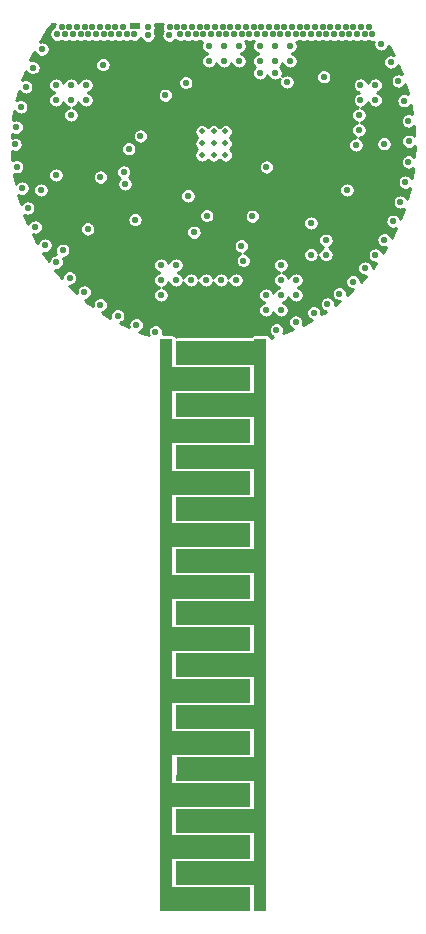
<source format=gbr>
G04 #@! TF.GenerationSoftware,KiCad,Pcbnew,5.1.9*
G04 #@! TF.CreationDate,2021-03-09T19:56:43+02:00*
G04 #@! TF.ProjectId,PlantBuddy,506c616e-7442-4756-9464-792e6b696361,rev?*
G04 #@! TF.SameCoordinates,Original*
G04 #@! TF.FileFunction,Copper,L3,Inr*
G04 #@! TF.FilePolarity,Positive*
%FSLAX46Y46*%
G04 Gerber Fmt 4.6, Leading zero omitted, Abs format (unit mm)*
G04 Created by KiCad (PCBNEW 5.1.9) date 2021-03-09 19:56:43*
%MOMM*%
%LPD*%
G01*
G04 APERTURE LIST*
G04 #@! TA.AperFunction,ComponentPad*
%ADD10C,0.500000*%
G04 #@! TD*
G04 #@! TA.AperFunction,ComponentPad*
%ADD11R,0.900000X0.500000*%
G04 #@! TD*
G04 #@! TA.AperFunction,ComponentPad*
%ADD12C,0.100000*%
G04 #@! TD*
G04 #@! TA.AperFunction,ViaPad*
%ADD13C,0.550000*%
G04 #@! TD*
G04 #@! TA.AperFunction,Conductor*
%ADD14C,0.250000*%
G04 #@! TD*
G04 #@! TA.AperFunction,Conductor*
%ADD15C,0.100000*%
G04 #@! TD*
G04 APERTURE END LIST*
D10*
X66760000Y-63333000D03*
X66760000Y-64333000D03*
X66760000Y-65333000D03*
X65760000Y-63333000D03*
X65760000Y-64333000D03*
X65760000Y-65333000D03*
X64760000Y-63333000D03*
X64760000Y-64333000D03*
X64760000Y-65333000D03*
D11*
X59070000Y-54400000D03*
G04 #@! TA.AperFunction,ComponentPad*
D12*
G36*
X70219241Y-80863496D02*
G01*
X70220179Y-80863781D01*
X70221044Y-80864243D01*
X70221802Y-80864864D01*
X70222423Y-80865622D01*
X70222885Y-80866487D01*
X70223170Y-80867425D01*
X70223266Y-80868400D01*
X70223266Y-129340066D01*
X70223170Y-129341041D01*
X70222885Y-129341979D01*
X70222423Y-129342844D01*
X70221802Y-129343602D01*
X70221044Y-129344223D01*
X70220179Y-129344685D01*
X70219241Y-129344970D01*
X70218266Y-129345066D01*
X69219199Y-129345066D01*
X69218224Y-129344970D01*
X69217286Y-129344685D01*
X69216421Y-129344223D01*
X69215663Y-129343602D01*
X69215042Y-129342844D01*
X69214580Y-129341979D01*
X69214295Y-129341041D01*
X69214199Y-129340066D01*
X69214199Y-127143733D01*
X62623666Y-127143733D01*
X62622691Y-127143637D01*
X62621753Y-127143352D01*
X62620888Y-127142890D01*
X62620130Y-127142269D01*
X62619509Y-127141511D01*
X62619047Y-127140646D01*
X62618762Y-127139708D01*
X62618666Y-127138733D01*
X62618666Y-125132133D01*
X62618762Y-125131158D01*
X62619047Y-125130220D01*
X62619509Y-125129355D01*
X62620130Y-125128597D01*
X62620888Y-125127976D01*
X62621753Y-125127514D01*
X62622691Y-125127229D01*
X62623666Y-125127133D01*
X69214249Y-125127133D01*
X69209975Y-122736830D01*
X65919313Y-122734705D01*
X62623663Y-122732578D01*
X62622687Y-122732481D01*
X62621750Y-122732196D01*
X62620885Y-122731734D01*
X62620128Y-122731111D01*
X62619507Y-122730353D01*
X62619045Y-122729488D01*
X62618761Y-122728550D01*
X62618666Y-122727578D01*
X62618666Y-120729466D01*
X62618762Y-120728491D01*
X62619047Y-120727553D01*
X62619509Y-120726688D01*
X62620130Y-120725930D01*
X62620888Y-120725309D01*
X62621753Y-120724847D01*
X62622691Y-120724562D01*
X62623666Y-120724466D01*
X69214199Y-120724466D01*
X69214199Y-118329933D01*
X62623597Y-118329933D01*
X62622622Y-118329837D01*
X62621684Y-118329552D01*
X62620819Y-118329090D01*
X62620061Y-118328469D01*
X62619440Y-118327711D01*
X62618978Y-118326846D01*
X62618693Y-118325908D01*
X62618597Y-118324922D01*
X62620748Y-117323739D01*
X62622900Y-116322555D01*
X62622998Y-116321580D01*
X62623285Y-116320643D01*
X62623749Y-116319779D01*
X62624372Y-116319023D01*
X62625131Y-116318403D01*
X62625997Y-116317943D01*
X62626935Y-116317660D01*
X62627897Y-116317566D01*
X65923547Y-116315439D01*
X69214199Y-116313314D01*
X69214199Y-113927266D01*
X62623666Y-113927266D01*
X62622691Y-113927170D01*
X62621753Y-113926885D01*
X62620888Y-113926423D01*
X62620130Y-113925802D01*
X62619509Y-113925044D01*
X62619047Y-113924179D01*
X62618762Y-113923241D01*
X62618666Y-113922266D01*
X62618666Y-111915666D01*
X62618762Y-111914691D01*
X62619047Y-111913753D01*
X62619509Y-111912888D01*
X62620130Y-111912130D01*
X62620888Y-111911509D01*
X62621753Y-111911047D01*
X62622691Y-111910762D01*
X62623666Y-111910666D01*
X69214199Y-111910666D01*
X69214199Y-109516133D01*
X62623666Y-109516133D01*
X62622691Y-109516037D01*
X62621753Y-109515752D01*
X62620888Y-109515290D01*
X62620130Y-109514669D01*
X62619509Y-109513911D01*
X62619047Y-109513046D01*
X62618762Y-109512108D01*
X62618666Y-109511133D01*
X62618666Y-107513021D01*
X62618762Y-107512046D01*
X62619047Y-107511108D01*
X62619509Y-107510243D01*
X62620130Y-107509485D01*
X62620888Y-107508864D01*
X62621753Y-107508402D01*
X62622691Y-107508117D01*
X62623663Y-107508021D01*
X65919313Y-107505894D01*
X69209975Y-107503769D01*
X69214249Y-105113466D01*
X62623666Y-105113466D01*
X62622691Y-105113370D01*
X62621753Y-105113085D01*
X62620888Y-105112623D01*
X62620130Y-105112002D01*
X62619509Y-105111244D01*
X62619047Y-105110379D01*
X62618762Y-105109441D01*
X62618666Y-105108466D01*
X62618666Y-103101866D01*
X62618762Y-103100891D01*
X62619047Y-103099953D01*
X62619509Y-103099088D01*
X62620130Y-103098330D01*
X62620888Y-103097709D01*
X62621753Y-103097247D01*
X62622691Y-103096962D01*
X62623666Y-103096866D01*
X69214199Y-103096866D01*
X69214199Y-100702333D01*
X62623666Y-100702333D01*
X62622691Y-100702237D01*
X62621753Y-100701952D01*
X62620888Y-100701490D01*
X62620130Y-100700869D01*
X62619509Y-100700111D01*
X62619047Y-100699246D01*
X62618762Y-100698308D01*
X62618666Y-100697333D01*
X62618666Y-98699200D01*
X62618762Y-98698225D01*
X62619047Y-98697287D01*
X62619509Y-98696422D01*
X62620130Y-98695664D01*
X62620888Y-98695043D01*
X62621753Y-98694581D01*
X62622691Y-98694296D01*
X62623666Y-98694200D01*
X69214199Y-98694200D01*
X69214199Y-96299666D01*
X62623666Y-96299666D01*
X62622691Y-96299570D01*
X62621753Y-96299285D01*
X62620888Y-96298823D01*
X62620130Y-96298202D01*
X62619509Y-96297444D01*
X62619047Y-96296579D01*
X62618762Y-96295641D01*
X62618666Y-96294666D01*
X62618666Y-94288066D01*
X62618762Y-94287091D01*
X62619047Y-94286153D01*
X62619509Y-94285288D01*
X62620130Y-94284530D01*
X62620888Y-94283909D01*
X62621753Y-94283447D01*
X62622691Y-94283162D01*
X62623666Y-94283066D01*
X69214199Y-94283066D01*
X69214199Y-91888533D01*
X62623666Y-91888533D01*
X62622691Y-91888437D01*
X62621753Y-91888152D01*
X62620888Y-91887690D01*
X62620130Y-91887069D01*
X62619509Y-91886311D01*
X62619047Y-91885446D01*
X62618762Y-91884508D01*
X62618666Y-91883533D01*
X62618666Y-89885400D01*
X62618762Y-89884425D01*
X62619047Y-89883487D01*
X62619509Y-89882622D01*
X62620130Y-89881864D01*
X62620888Y-89881243D01*
X62621753Y-89880781D01*
X62622691Y-89880496D01*
X62623666Y-89880400D01*
X69214199Y-89880400D01*
X69214199Y-87485866D01*
X62623666Y-87485866D01*
X62622691Y-87485770D01*
X62621753Y-87485485D01*
X62620888Y-87485023D01*
X62620130Y-87484402D01*
X62619509Y-87483644D01*
X62619047Y-87482779D01*
X62618762Y-87481841D01*
X62618666Y-87480866D01*
X62618666Y-85474266D01*
X62618762Y-85473291D01*
X62619047Y-85472353D01*
X62619509Y-85471488D01*
X62620130Y-85470730D01*
X62620888Y-85470109D01*
X62621753Y-85469647D01*
X62622691Y-85469362D01*
X62623666Y-85469266D01*
X69214199Y-85469266D01*
X69214199Y-83074733D01*
X62623666Y-83074733D01*
X62622691Y-83074637D01*
X62621753Y-83074352D01*
X62620888Y-83073890D01*
X62620130Y-83073269D01*
X62619509Y-83072511D01*
X62619047Y-83071646D01*
X62618762Y-83070708D01*
X62618666Y-83069733D01*
X62618666Y-81071600D01*
X62618762Y-81070625D01*
X62619047Y-81069687D01*
X62619509Y-81068822D01*
X62620130Y-81068064D01*
X62620888Y-81067443D01*
X62621753Y-81066981D01*
X62622691Y-81066696D01*
X62623666Y-81066600D01*
X69214199Y-81066600D01*
X69214199Y-80868400D01*
X69214295Y-80867425D01*
X69214580Y-80866487D01*
X69215042Y-80865622D01*
X69215663Y-80864864D01*
X69216421Y-80864243D01*
X69217286Y-80863781D01*
X69218224Y-80863496D01*
X69219199Y-80863400D01*
X70218266Y-80863400D01*
X70219241Y-80863496D01*
G37*
G04 #@! TD.AperFunction*
G04 #@! TA.AperFunction,ComponentPad*
G36*
X62218241Y-80863496D02*
G01*
X62219179Y-80863781D01*
X62220044Y-80864243D01*
X62220802Y-80864864D01*
X62221423Y-80865622D01*
X62221885Y-80866487D01*
X62222170Y-80867425D01*
X62222266Y-80868400D01*
X62222266Y-83267933D01*
X68812799Y-83267933D01*
X68813774Y-83268029D01*
X68814712Y-83268314D01*
X68815577Y-83268776D01*
X68816335Y-83269397D01*
X68816956Y-83270155D01*
X68817418Y-83271020D01*
X68817703Y-83271958D01*
X68817799Y-83272933D01*
X68817799Y-85279533D01*
X68817703Y-85280508D01*
X68817418Y-85281446D01*
X68816956Y-85282311D01*
X68816335Y-85283069D01*
X68815577Y-85283690D01*
X68814712Y-85284152D01*
X68813774Y-85284437D01*
X68812799Y-85284533D01*
X62222217Y-85284533D01*
X62224354Y-86479674D01*
X62226490Y-87674836D01*
X65517153Y-87676960D01*
X68812803Y-87679088D01*
X68813779Y-87679185D01*
X68814716Y-87679470D01*
X68815581Y-87679932D01*
X68816338Y-87680555D01*
X68816959Y-87681313D01*
X68817421Y-87682178D01*
X68817705Y-87683116D01*
X68817800Y-87684088D01*
X68817799Y-88683144D01*
X68817799Y-89682200D01*
X68817703Y-89683175D01*
X68817418Y-89684113D01*
X68816956Y-89684978D01*
X68816335Y-89685736D01*
X68815577Y-89686357D01*
X68814712Y-89686819D01*
X68813774Y-89687104D01*
X68812799Y-89687200D01*
X62222266Y-89687200D01*
X62222266Y-92081733D01*
X68812869Y-92081733D01*
X68813844Y-92081829D01*
X68814782Y-92082114D01*
X68815647Y-92082576D01*
X68816405Y-92083197D01*
X68817026Y-92083955D01*
X68817488Y-92084820D01*
X68817773Y-92085758D01*
X68817869Y-92086744D01*
X68815718Y-93087927D01*
X68813566Y-94089110D01*
X68813468Y-94090085D01*
X68813181Y-94091022D01*
X68812717Y-94091886D01*
X68812094Y-94092642D01*
X68811335Y-94093262D01*
X68810469Y-94093722D01*
X68809531Y-94094005D01*
X68808569Y-94094099D01*
X65512919Y-94096227D01*
X62222266Y-94098351D01*
X62222266Y-96484399D01*
X68812799Y-96484399D01*
X68813774Y-96484495D01*
X68814712Y-96484780D01*
X68815577Y-96485242D01*
X68816335Y-96485863D01*
X68816956Y-96486621D01*
X68817418Y-96487486D01*
X68817703Y-96488424D01*
X68817799Y-96489399D01*
X68817799Y-98496000D01*
X68817703Y-98496975D01*
X68817418Y-98497913D01*
X68816956Y-98498778D01*
X68816335Y-98499536D01*
X68815577Y-98500157D01*
X68814712Y-98500619D01*
X68813774Y-98500904D01*
X68812799Y-98501000D01*
X62222266Y-98501000D01*
X62222266Y-100895533D01*
X68812799Y-100895533D01*
X68813774Y-100895629D01*
X68814712Y-100895914D01*
X68815577Y-100896376D01*
X68816335Y-100896997D01*
X68816956Y-100897755D01*
X68817418Y-100898620D01*
X68817703Y-100899558D01*
X68817799Y-100900533D01*
X68817799Y-101899589D01*
X68817800Y-102898645D01*
X68817704Y-102899620D01*
X68817419Y-102900558D01*
X68816957Y-102901423D01*
X68816336Y-102902181D01*
X68815578Y-102902802D01*
X68814713Y-102903264D01*
X68813775Y-102903549D01*
X68812803Y-102903645D01*
X65517153Y-102905772D01*
X62226490Y-102907897D01*
X62224354Y-104103059D01*
X62222217Y-105298200D01*
X68812799Y-105298200D01*
X68813774Y-105298296D01*
X68814712Y-105298581D01*
X68815577Y-105299043D01*
X68816335Y-105299664D01*
X68816956Y-105300422D01*
X68817418Y-105301287D01*
X68817703Y-105302225D01*
X68817799Y-105303200D01*
X68817799Y-107309799D01*
X68817703Y-107310774D01*
X68817418Y-107311712D01*
X68816956Y-107312577D01*
X68816335Y-107313335D01*
X68815577Y-107313956D01*
X68814712Y-107314418D01*
X68813774Y-107314703D01*
X68812799Y-107314799D01*
X62222266Y-107314799D01*
X62222266Y-109709333D01*
X68812799Y-109709333D01*
X68813774Y-109709429D01*
X68814712Y-109709714D01*
X68815577Y-109710176D01*
X68816335Y-109710797D01*
X68816956Y-109711555D01*
X68817418Y-109712420D01*
X68817703Y-109713358D01*
X68817799Y-109714333D01*
X68817799Y-111712466D01*
X68817703Y-111713441D01*
X68817418Y-111714379D01*
X68816956Y-111715244D01*
X68816335Y-111716002D01*
X68815577Y-111716623D01*
X68814712Y-111717085D01*
X68813774Y-111717370D01*
X68812799Y-111717466D01*
X62222266Y-111717466D01*
X62222266Y-114111999D01*
X68812799Y-114111999D01*
X68813774Y-114112095D01*
X68814712Y-114112380D01*
X68815577Y-114112842D01*
X68816335Y-114113463D01*
X68816956Y-114114221D01*
X68817418Y-114115086D01*
X68817703Y-114116024D01*
X68817799Y-114116999D01*
X68817799Y-116123600D01*
X68817703Y-116124575D01*
X68817418Y-116125513D01*
X68816956Y-116126378D01*
X68816335Y-116127136D01*
X68815577Y-116127757D01*
X68814712Y-116128219D01*
X68813774Y-116128504D01*
X68812799Y-116128600D01*
X62222266Y-116128600D01*
X62222266Y-118523133D01*
X68812799Y-118523133D01*
X68813774Y-118523229D01*
X68814712Y-118523514D01*
X68815577Y-118523976D01*
X68816335Y-118524597D01*
X68816956Y-118525355D01*
X68817418Y-118526220D01*
X68817703Y-118527158D01*
X68817799Y-118528133D01*
X68817799Y-120526266D01*
X68817703Y-120527241D01*
X68817418Y-120528179D01*
X68816956Y-120529044D01*
X68816335Y-120529802D01*
X68815577Y-120530423D01*
X68814712Y-120530885D01*
X68813774Y-120531170D01*
X68812799Y-120531266D01*
X62222266Y-120531266D01*
X62222266Y-122925800D01*
X68812799Y-122925800D01*
X68813774Y-122925896D01*
X68814712Y-122926181D01*
X68815577Y-122926643D01*
X68816335Y-122927264D01*
X68816956Y-122928022D01*
X68817418Y-122928887D01*
X68817703Y-122929825D01*
X68817799Y-122930800D01*
X68817799Y-124937400D01*
X68817703Y-124938375D01*
X68817418Y-124939313D01*
X68816956Y-124940178D01*
X68816335Y-124940936D01*
X68815577Y-124941557D01*
X68814712Y-124942019D01*
X68813774Y-124942304D01*
X68812799Y-124942400D01*
X62222266Y-124942400D01*
X62222266Y-127336933D01*
X68812799Y-127336933D01*
X68813774Y-127337029D01*
X68814712Y-127337314D01*
X68815577Y-127337776D01*
X68816335Y-127338397D01*
X68816956Y-127339155D01*
X68817418Y-127340020D01*
X68817703Y-127340958D01*
X68817799Y-127341933D01*
X68817799Y-129340066D01*
X68817703Y-129341041D01*
X68817418Y-129341979D01*
X68816956Y-129342844D01*
X68816335Y-129343602D01*
X68815577Y-129344223D01*
X68814712Y-129344685D01*
X68813774Y-129344970D01*
X68812799Y-129345066D01*
X61218200Y-129345066D01*
X61217225Y-129344970D01*
X61216287Y-129344685D01*
X61215422Y-129344223D01*
X61214664Y-129343602D01*
X61214043Y-129342844D01*
X61213581Y-129341979D01*
X61213296Y-129341041D01*
X61213200Y-129340066D01*
X61213200Y-80868400D01*
X61213296Y-80867425D01*
X61213581Y-80866487D01*
X61214043Y-80865622D01*
X61214664Y-80864864D01*
X61215422Y-80864243D01*
X61216287Y-80863781D01*
X61217225Y-80863496D01*
X61218200Y-80863400D01*
X62217266Y-80863400D01*
X62218241Y-80863496D01*
G37*
G04 #@! TD.AperFunction*
D13*
X51140000Y-65242000D03*
X51140000Y-63464000D03*
X54620000Y-64890000D03*
X51120000Y-64350000D03*
X58586724Y-64045090D03*
X57800000Y-61540000D03*
X70761500Y-68544000D03*
X70507500Y-76354500D03*
X66896765Y-69187765D03*
X62824000Y-68431621D03*
X62697000Y-70449000D03*
X70587438Y-67491118D03*
X76032000Y-69306000D03*
X71587000Y-62194000D03*
X76413000Y-64353000D03*
X80190000Y-64370000D03*
X71968000Y-59146000D03*
X75088265Y-58692735D03*
X68100000Y-73008800D03*
X65178800Y-70450000D03*
X59110000Y-70790000D03*
X55090000Y-71580000D03*
X77556000Y-76037000D03*
X76413000Y-77053000D03*
X79940000Y-55910000D03*
X80752629Y-57444113D03*
X56390000Y-57670000D03*
X58575000Y-64795000D03*
X69682000Y-58384000D03*
X81876359Y-60724310D03*
X82250000Y-62430000D03*
X82293541Y-64166464D03*
X82260000Y-65901359D03*
X81985944Y-67620135D03*
X81563322Y-69303958D03*
X80967009Y-70934381D03*
X80203536Y-72493541D03*
X79450000Y-73790000D03*
X74230000Y-78660000D03*
X72695887Y-79472629D03*
X71085234Y-80120448D03*
X60836042Y-80283322D03*
X59205619Y-79687009D03*
X57646459Y-78923536D03*
X56175644Y-78001270D03*
X54809291Y-76930313D03*
X53562367Y-75722401D03*
X52448536Y-74390767D03*
X51480000Y-72950000D03*
X50667371Y-71415887D03*
X50019552Y-69805234D03*
X49543641Y-68135690D03*
X49434056Y-61239865D03*
X49856678Y-59556042D03*
X50452991Y-57925619D03*
X51216464Y-56366459D03*
X52500000Y-55100000D03*
X79200000Y-55100000D03*
X78550000Y-55100000D03*
X77900000Y-55100000D03*
X77250000Y-55100000D03*
X76600000Y-55100000D03*
X75950000Y-55100000D03*
X75300000Y-55100000D03*
X74650000Y-55100000D03*
X74000000Y-55100000D03*
X73350000Y-55100000D03*
X72700000Y-55100000D03*
X72050000Y-55100000D03*
X71400000Y-55100000D03*
X70750000Y-55100000D03*
X70100000Y-55100000D03*
X69450000Y-55100000D03*
X68800000Y-55100000D03*
X68150000Y-55100000D03*
X67500000Y-55100000D03*
X66850000Y-55100000D03*
X66200000Y-55100000D03*
X65550000Y-55100000D03*
X64900000Y-55100000D03*
X64250000Y-55100000D03*
X63600000Y-55100000D03*
X62950000Y-55100000D03*
X62000000Y-55200000D03*
X59050000Y-55100000D03*
X58400000Y-55100000D03*
X57750000Y-55100000D03*
X57100000Y-55100000D03*
X56450000Y-55100000D03*
X55800000Y-55100000D03*
X55150000Y-55100000D03*
X54500000Y-55100000D03*
X53850000Y-55100000D03*
X53200000Y-55100000D03*
X60200000Y-55200000D03*
X78890000Y-54520000D03*
X78240000Y-54520000D03*
X77590000Y-54520000D03*
X76940000Y-54520000D03*
X76290000Y-54520000D03*
X75640000Y-54520000D03*
X74990000Y-54520000D03*
X74340000Y-54520000D03*
X73690000Y-54520000D03*
X73040000Y-54520000D03*
X72390000Y-54520000D03*
X71740000Y-54520000D03*
X71090000Y-54520000D03*
X70440000Y-54520000D03*
X69790000Y-54520000D03*
X69140000Y-54520000D03*
X68490000Y-54520000D03*
X67840000Y-54520000D03*
X67190000Y-54520000D03*
X66540000Y-54520000D03*
X65890000Y-54520000D03*
X65240000Y-54520000D03*
X64590000Y-54520000D03*
X63940000Y-54520000D03*
X63290000Y-54520000D03*
X62640000Y-54520000D03*
X62030000Y-54520000D03*
X60210000Y-54510000D03*
X58090000Y-54520000D03*
X57440000Y-54520000D03*
X56790000Y-54520000D03*
X56140000Y-54520000D03*
X55490000Y-54520000D03*
X54840000Y-54520000D03*
X54190000Y-54520000D03*
X53540000Y-54520000D03*
X52890000Y-54520000D03*
X49040000Y-62970000D03*
X48950000Y-64430000D03*
X49080000Y-66310000D03*
X56180000Y-67200000D03*
X58260000Y-67780000D03*
X52990000Y-73390000D03*
X61680000Y-60266379D03*
X59570000Y-63710000D03*
X63400000Y-59190000D03*
X62570000Y-74640000D03*
X66380000Y-75910000D03*
X67650000Y-75910000D03*
X65110000Y-75910000D03*
X63840000Y-75910000D03*
X62570000Y-75910000D03*
X61300000Y-74640000D03*
X61300000Y-75910000D03*
X61300000Y-77180000D03*
X70190000Y-78450000D03*
X71460000Y-78450000D03*
X75270000Y-72544500D03*
X72730000Y-77180000D03*
X71460000Y-77180000D03*
X71460000Y-75910000D03*
X72730000Y-75910000D03*
X71460000Y-74640000D03*
X70190000Y-77180000D03*
X78191000Y-59400000D03*
X78191000Y-60670000D03*
X78064000Y-61940000D03*
X78064000Y-63210000D03*
X77810000Y-64480000D03*
X52410000Y-59400000D03*
X54950000Y-59400000D03*
X53680000Y-59400000D03*
X53680000Y-60670000D03*
X52410000Y-60670000D03*
X54950000Y-60670000D03*
X53680000Y-61940000D03*
X52410000Y-67020000D03*
X51140000Y-68290000D03*
X69047000Y-70512500D03*
X64090000Y-71870000D03*
X77048000Y-68290000D03*
X70952000Y-58384000D03*
X65364000Y-56098000D03*
X67904000Y-57368000D03*
X65364000Y-57368000D03*
X66634000Y-57368000D03*
X66634000Y-56098000D03*
X67904000Y-56098000D03*
X75270000Y-73751000D03*
X74000000Y-73751000D03*
X74000000Y-71084000D03*
X69682000Y-57368000D03*
X70952000Y-57368000D03*
X72222000Y-57368000D03*
X70952000Y-56098000D03*
X72222000Y-56098000D03*
X69682000Y-56098000D03*
X79461000Y-59400000D03*
X79461000Y-60670000D03*
X81400448Y-59054766D03*
X75397000Y-77942000D03*
X78572000Y-74894000D03*
X58140000Y-66760000D03*
X63586000Y-68784030D03*
X68285000Y-74259000D03*
X70235733Y-66339781D03*
D14*
X52261133Y-54329235D02*
X52236000Y-54455587D01*
X52236000Y-54501468D01*
X52190215Y-54520433D01*
X52083100Y-54592005D01*
X51992005Y-54683100D01*
X51920433Y-54790215D01*
X51871133Y-54909235D01*
X51846000Y-55035587D01*
X51846000Y-55164413D01*
X51871133Y-55290765D01*
X51920433Y-55409785D01*
X51992005Y-55516900D01*
X52083100Y-55607995D01*
X52190215Y-55679567D01*
X52309235Y-55728867D01*
X52435587Y-55754000D01*
X52564413Y-55754000D01*
X52690765Y-55728867D01*
X52809785Y-55679567D01*
X52850000Y-55652696D01*
X52890215Y-55679567D01*
X53009235Y-55728867D01*
X53135587Y-55754000D01*
X53264413Y-55754000D01*
X53390765Y-55728867D01*
X53509785Y-55679567D01*
X53525000Y-55669401D01*
X53540215Y-55679567D01*
X53659235Y-55728867D01*
X53785587Y-55754000D01*
X53914413Y-55754000D01*
X54040765Y-55728867D01*
X54159785Y-55679567D01*
X54175000Y-55669401D01*
X54190215Y-55679567D01*
X54309235Y-55728867D01*
X54435587Y-55754000D01*
X54564413Y-55754000D01*
X54690765Y-55728867D01*
X54809785Y-55679567D01*
X54825000Y-55669401D01*
X54840215Y-55679567D01*
X54959235Y-55728867D01*
X55085587Y-55754000D01*
X55214413Y-55754000D01*
X55340765Y-55728867D01*
X55459785Y-55679567D01*
X55475000Y-55669401D01*
X55490215Y-55679567D01*
X55609235Y-55728867D01*
X55735587Y-55754000D01*
X55864413Y-55754000D01*
X55990765Y-55728867D01*
X56109785Y-55679567D01*
X56125000Y-55669401D01*
X56140215Y-55679567D01*
X56259235Y-55728867D01*
X56385587Y-55754000D01*
X56514413Y-55754000D01*
X56640765Y-55728867D01*
X56759785Y-55679567D01*
X56775000Y-55669401D01*
X56790215Y-55679567D01*
X56909235Y-55728867D01*
X57035587Y-55754000D01*
X57164413Y-55754000D01*
X57290765Y-55728867D01*
X57409785Y-55679567D01*
X57425000Y-55669401D01*
X57440215Y-55679567D01*
X57559235Y-55728867D01*
X57685587Y-55754000D01*
X57814413Y-55754000D01*
X57940765Y-55728867D01*
X58059785Y-55679567D01*
X58075000Y-55669401D01*
X58090215Y-55679567D01*
X58209235Y-55728867D01*
X58335587Y-55754000D01*
X58464413Y-55754000D01*
X58590765Y-55728867D01*
X58709785Y-55679567D01*
X58725000Y-55669401D01*
X58740215Y-55679567D01*
X58859235Y-55728867D01*
X58985587Y-55754000D01*
X59114413Y-55754000D01*
X59240765Y-55728867D01*
X59359785Y-55679567D01*
X59466900Y-55607995D01*
X59557995Y-55516900D01*
X59598358Y-55456492D01*
X59620433Y-55509785D01*
X59692005Y-55616900D01*
X59783100Y-55707995D01*
X59890215Y-55779567D01*
X60009235Y-55828867D01*
X60135587Y-55854000D01*
X60264413Y-55854000D01*
X60390765Y-55828867D01*
X60509785Y-55779567D01*
X60616900Y-55707995D01*
X60707995Y-55616900D01*
X60779567Y-55509785D01*
X60828867Y-55390765D01*
X60854000Y-55264413D01*
X60854000Y-55135587D01*
X60828867Y-55009235D01*
X60779567Y-54890215D01*
X60761037Y-54862483D01*
X60789567Y-54819785D01*
X60838867Y-54700765D01*
X60864000Y-54574413D01*
X60864000Y-54445587D01*
X60838867Y-54319235D01*
X60799833Y-54225000D01*
X61444309Y-54225000D01*
X61401133Y-54329235D01*
X61376000Y-54455587D01*
X61376000Y-54584413D01*
X61401133Y-54710765D01*
X61450433Y-54829785D01*
X61455622Y-54837551D01*
X61420433Y-54890215D01*
X61371133Y-55009235D01*
X61346000Y-55135587D01*
X61346000Y-55264413D01*
X61371133Y-55390765D01*
X61420433Y-55509785D01*
X61492005Y-55616900D01*
X61583100Y-55707995D01*
X61690215Y-55779567D01*
X61809235Y-55828867D01*
X61935587Y-55854000D01*
X62064413Y-55854000D01*
X62190765Y-55828867D01*
X62309785Y-55779567D01*
X62416900Y-55707995D01*
X62507995Y-55616900D01*
X62521618Y-55596513D01*
X62533100Y-55607995D01*
X62640215Y-55679567D01*
X62759235Y-55728867D01*
X62885587Y-55754000D01*
X63014413Y-55754000D01*
X63140765Y-55728867D01*
X63259785Y-55679567D01*
X63275000Y-55669401D01*
X63290215Y-55679567D01*
X63409235Y-55728867D01*
X63535587Y-55754000D01*
X63664413Y-55754000D01*
X63790765Y-55728867D01*
X63909785Y-55679567D01*
X63925000Y-55669401D01*
X63940215Y-55679567D01*
X64059235Y-55728867D01*
X64185587Y-55754000D01*
X64314413Y-55754000D01*
X64440765Y-55728867D01*
X64559785Y-55679567D01*
X64575000Y-55669401D01*
X64590215Y-55679567D01*
X64709235Y-55728867D01*
X64810614Y-55749033D01*
X64784433Y-55788215D01*
X64735133Y-55907235D01*
X64710000Y-56033587D01*
X64710000Y-56162413D01*
X64735133Y-56288765D01*
X64784433Y-56407785D01*
X64856005Y-56514900D01*
X64947100Y-56605995D01*
X65054215Y-56677567D01*
X65173235Y-56726867D01*
X65204068Y-56733000D01*
X65173235Y-56739133D01*
X65054215Y-56788433D01*
X64947100Y-56860005D01*
X64856005Y-56951100D01*
X64784433Y-57058215D01*
X64735133Y-57177235D01*
X64710000Y-57303587D01*
X64710000Y-57432413D01*
X64735133Y-57558765D01*
X64784433Y-57677785D01*
X64856005Y-57784900D01*
X64947100Y-57875995D01*
X65054215Y-57947567D01*
X65173235Y-57996867D01*
X65299587Y-58022000D01*
X65428413Y-58022000D01*
X65554765Y-57996867D01*
X65673785Y-57947567D01*
X65780900Y-57875995D01*
X65871995Y-57784900D01*
X65943567Y-57677785D01*
X65992867Y-57558765D01*
X65999000Y-57527932D01*
X66005133Y-57558765D01*
X66054433Y-57677785D01*
X66126005Y-57784900D01*
X66217100Y-57875995D01*
X66324215Y-57947567D01*
X66443235Y-57996867D01*
X66569587Y-58022000D01*
X66698413Y-58022000D01*
X66824765Y-57996867D01*
X66943785Y-57947567D01*
X67050900Y-57875995D01*
X67141995Y-57784900D01*
X67213567Y-57677785D01*
X67262867Y-57558765D01*
X67269000Y-57527932D01*
X67275133Y-57558765D01*
X67324433Y-57677785D01*
X67396005Y-57784900D01*
X67487100Y-57875995D01*
X67594215Y-57947567D01*
X67713235Y-57996867D01*
X67839587Y-58022000D01*
X67968413Y-58022000D01*
X68094765Y-57996867D01*
X68213785Y-57947567D01*
X68320900Y-57875995D01*
X68411995Y-57784900D01*
X68483567Y-57677785D01*
X68532867Y-57558765D01*
X68558000Y-57432413D01*
X68558000Y-57303587D01*
X68532867Y-57177235D01*
X68483567Y-57058215D01*
X68411995Y-56951100D01*
X68320900Y-56860005D01*
X68213785Y-56788433D01*
X68094765Y-56739133D01*
X68063932Y-56733000D01*
X68094765Y-56726867D01*
X68213785Y-56677567D01*
X68320900Y-56605995D01*
X68411995Y-56514900D01*
X68483567Y-56407785D01*
X68532867Y-56288765D01*
X68558000Y-56162413D01*
X68558000Y-56033587D01*
X68532867Y-55907235D01*
X68483567Y-55788215D01*
X68421552Y-55695404D01*
X68459785Y-55679567D01*
X68475000Y-55669401D01*
X68490215Y-55679567D01*
X68609235Y-55728867D01*
X68735587Y-55754000D01*
X68864413Y-55754000D01*
X68990765Y-55728867D01*
X69109785Y-55679567D01*
X69125000Y-55669401D01*
X69140215Y-55679567D01*
X69167482Y-55690862D01*
X69102433Y-55788215D01*
X69053133Y-55907235D01*
X69028000Y-56033587D01*
X69028000Y-56162413D01*
X69053133Y-56288765D01*
X69102433Y-56407785D01*
X69174005Y-56514900D01*
X69265100Y-56605995D01*
X69372215Y-56677567D01*
X69491235Y-56726867D01*
X69522068Y-56733000D01*
X69491235Y-56739133D01*
X69372215Y-56788433D01*
X69265100Y-56860005D01*
X69174005Y-56951100D01*
X69102433Y-57058215D01*
X69053133Y-57177235D01*
X69028000Y-57303587D01*
X69028000Y-57432413D01*
X69053133Y-57558765D01*
X69102433Y-57677785D01*
X69174005Y-57784900D01*
X69265100Y-57875995D01*
X69265107Y-57876000D01*
X69265100Y-57876005D01*
X69174005Y-57967100D01*
X69102433Y-58074215D01*
X69053133Y-58193235D01*
X69028000Y-58319587D01*
X69028000Y-58448413D01*
X69053133Y-58574765D01*
X69102433Y-58693785D01*
X69174005Y-58800900D01*
X69265100Y-58891995D01*
X69372215Y-58963567D01*
X69491235Y-59012867D01*
X69617587Y-59038000D01*
X69746413Y-59038000D01*
X69872765Y-59012867D01*
X69991785Y-58963567D01*
X70098900Y-58891995D01*
X70189995Y-58800900D01*
X70261567Y-58693785D01*
X70310867Y-58574765D01*
X70317000Y-58543932D01*
X70323133Y-58574765D01*
X70372433Y-58693785D01*
X70444005Y-58800900D01*
X70535100Y-58891995D01*
X70642215Y-58963567D01*
X70761235Y-59012867D01*
X70887587Y-59038000D01*
X71016413Y-59038000D01*
X71142765Y-59012867D01*
X71261785Y-58963567D01*
X71363961Y-58895295D01*
X71339133Y-58955235D01*
X71314000Y-59081587D01*
X71314000Y-59210413D01*
X71339133Y-59336765D01*
X71388433Y-59455785D01*
X71460005Y-59562900D01*
X71551100Y-59653995D01*
X71658215Y-59725567D01*
X71777235Y-59774867D01*
X71903587Y-59800000D01*
X72032413Y-59800000D01*
X72158765Y-59774867D01*
X72277785Y-59725567D01*
X72384900Y-59653995D01*
X72475995Y-59562900D01*
X72547567Y-59455785D01*
X72596867Y-59336765D01*
X72622000Y-59210413D01*
X72622000Y-59081587D01*
X72596867Y-58955235D01*
X72547567Y-58836215D01*
X72475995Y-58729100D01*
X72384900Y-58638005D01*
X72370409Y-58628322D01*
X74434265Y-58628322D01*
X74434265Y-58757148D01*
X74459398Y-58883500D01*
X74508698Y-59002520D01*
X74580270Y-59109635D01*
X74671365Y-59200730D01*
X74778480Y-59272302D01*
X74897500Y-59321602D01*
X75023852Y-59346735D01*
X75152678Y-59346735D01*
X75279030Y-59321602D01*
X75398050Y-59272302D01*
X75505165Y-59200730D01*
X75596260Y-59109635D01*
X75667832Y-59002520D01*
X75717132Y-58883500D01*
X75742265Y-58757148D01*
X75742265Y-58628322D01*
X75717132Y-58501970D01*
X75667832Y-58382950D01*
X75596260Y-58275835D01*
X75505165Y-58184740D01*
X75398050Y-58113168D01*
X75279030Y-58063868D01*
X75152678Y-58038735D01*
X75023852Y-58038735D01*
X74897500Y-58063868D01*
X74778480Y-58113168D01*
X74671365Y-58184740D01*
X74580270Y-58275835D01*
X74508698Y-58382950D01*
X74459398Y-58501970D01*
X74434265Y-58628322D01*
X72370409Y-58628322D01*
X72277785Y-58566433D01*
X72158765Y-58517133D01*
X72032413Y-58492000D01*
X71903587Y-58492000D01*
X71777235Y-58517133D01*
X71658215Y-58566433D01*
X71556039Y-58634705D01*
X71580867Y-58574765D01*
X71606000Y-58448413D01*
X71606000Y-58319587D01*
X71580867Y-58193235D01*
X71531567Y-58074215D01*
X71459995Y-57967100D01*
X71368900Y-57876005D01*
X71368893Y-57876000D01*
X71368900Y-57875995D01*
X71459995Y-57784900D01*
X71531567Y-57677785D01*
X71580867Y-57558765D01*
X71587000Y-57527932D01*
X71593133Y-57558765D01*
X71642433Y-57677785D01*
X71714005Y-57784900D01*
X71805100Y-57875995D01*
X71912215Y-57947567D01*
X72031235Y-57996867D01*
X72157587Y-58022000D01*
X72286413Y-58022000D01*
X72412765Y-57996867D01*
X72531785Y-57947567D01*
X72638900Y-57875995D01*
X72729995Y-57784900D01*
X72801567Y-57677785D01*
X72850867Y-57558765D01*
X72876000Y-57432413D01*
X72876000Y-57303587D01*
X72850867Y-57177235D01*
X72801567Y-57058215D01*
X72729995Y-56951100D01*
X72638900Y-56860005D01*
X72531785Y-56788433D01*
X72412765Y-56739133D01*
X72381932Y-56733000D01*
X72412765Y-56726867D01*
X72531785Y-56677567D01*
X72638900Y-56605995D01*
X72729995Y-56514900D01*
X72801567Y-56407785D01*
X72850867Y-56288765D01*
X72876000Y-56162413D01*
X72876000Y-56033587D01*
X72850867Y-55907235D01*
X72801567Y-55788215D01*
X72777029Y-55751491D01*
X72890765Y-55728867D01*
X73009785Y-55679567D01*
X73025000Y-55669401D01*
X73040215Y-55679567D01*
X73159235Y-55728867D01*
X73285587Y-55754000D01*
X73414413Y-55754000D01*
X73540765Y-55728867D01*
X73659785Y-55679567D01*
X73675000Y-55669401D01*
X73690215Y-55679567D01*
X73809235Y-55728867D01*
X73935587Y-55754000D01*
X74064413Y-55754000D01*
X74190765Y-55728867D01*
X74309785Y-55679567D01*
X74325000Y-55669401D01*
X74340215Y-55679567D01*
X74459235Y-55728867D01*
X74585587Y-55754000D01*
X74714413Y-55754000D01*
X74840765Y-55728867D01*
X74959785Y-55679567D01*
X74975000Y-55669401D01*
X74990215Y-55679567D01*
X75109235Y-55728867D01*
X75235587Y-55754000D01*
X75364413Y-55754000D01*
X75490765Y-55728867D01*
X75609785Y-55679567D01*
X75625000Y-55669401D01*
X75640215Y-55679567D01*
X75759235Y-55728867D01*
X75885587Y-55754000D01*
X76014413Y-55754000D01*
X76140765Y-55728867D01*
X76259785Y-55679567D01*
X76275000Y-55669401D01*
X76290215Y-55679567D01*
X76409235Y-55728867D01*
X76535587Y-55754000D01*
X76664413Y-55754000D01*
X76790765Y-55728867D01*
X76909785Y-55679567D01*
X76925000Y-55669401D01*
X76940215Y-55679567D01*
X77059235Y-55728867D01*
X77185587Y-55754000D01*
X77314413Y-55754000D01*
X77440765Y-55728867D01*
X77559785Y-55679567D01*
X77575000Y-55669401D01*
X77590215Y-55679567D01*
X77709235Y-55728867D01*
X77835587Y-55754000D01*
X77964413Y-55754000D01*
X78090765Y-55728867D01*
X78209785Y-55679567D01*
X78225000Y-55669401D01*
X78240215Y-55679567D01*
X78359235Y-55728867D01*
X78485587Y-55754000D01*
X78614413Y-55754000D01*
X78740765Y-55728867D01*
X78859785Y-55679567D01*
X78875000Y-55669401D01*
X78890215Y-55679567D01*
X79009235Y-55728867D01*
X79135587Y-55754000D01*
X79264413Y-55754000D01*
X79305858Y-55745756D01*
X79286000Y-55845587D01*
X79286000Y-55974413D01*
X79311133Y-56100765D01*
X79360433Y-56219785D01*
X79432005Y-56326900D01*
X79523100Y-56417995D01*
X79630215Y-56489567D01*
X79749235Y-56538867D01*
X79875587Y-56564000D01*
X80004413Y-56564000D01*
X80130765Y-56538867D01*
X80249785Y-56489567D01*
X80356900Y-56417995D01*
X80447995Y-56326900D01*
X80519567Y-56219785D01*
X80568867Y-56100765D01*
X80576301Y-56063391D01*
X80982554Y-56787280D01*
X81006539Y-56841402D01*
X80943394Y-56815246D01*
X80817042Y-56790113D01*
X80688216Y-56790113D01*
X80561864Y-56815246D01*
X80442844Y-56864546D01*
X80335729Y-56936118D01*
X80244634Y-57027213D01*
X80173062Y-57134328D01*
X80123762Y-57253348D01*
X80098629Y-57379700D01*
X80098629Y-57508526D01*
X80123762Y-57634878D01*
X80173062Y-57753898D01*
X80244634Y-57861013D01*
X80335729Y-57952108D01*
X80442844Y-58023680D01*
X80561864Y-58072980D01*
X80688216Y-58098113D01*
X80817042Y-58098113D01*
X80943394Y-58072980D01*
X81062414Y-58023680D01*
X81169529Y-57952108D01*
X81260624Y-57861013D01*
X81332196Y-57753898D01*
X81370234Y-57662066D01*
X81634167Y-58257622D01*
X81706450Y-58473632D01*
X81591213Y-58425899D01*
X81464861Y-58400766D01*
X81336035Y-58400766D01*
X81209683Y-58425899D01*
X81090663Y-58475199D01*
X80983548Y-58546771D01*
X80892453Y-58637866D01*
X80820881Y-58744981D01*
X80771581Y-58864001D01*
X80746448Y-58990353D01*
X80746448Y-59119179D01*
X80771581Y-59245531D01*
X80820881Y-59364551D01*
X80892453Y-59471666D01*
X80983548Y-59562761D01*
X81090663Y-59634333D01*
X81209683Y-59683633D01*
X81336035Y-59708766D01*
X81464861Y-59708766D01*
X81591213Y-59683633D01*
X81710233Y-59634333D01*
X81817348Y-59562761D01*
X81908443Y-59471666D01*
X81980015Y-59364551D01*
X81993600Y-59331755D01*
X82144517Y-59782757D01*
X82236612Y-60178465D01*
X82186144Y-60144743D01*
X82067124Y-60095443D01*
X81940772Y-60070310D01*
X81811946Y-60070310D01*
X81685594Y-60095443D01*
X81566574Y-60144743D01*
X81459459Y-60216315D01*
X81368364Y-60307410D01*
X81296792Y-60414525D01*
X81247492Y-60533545D01*
X81222359Y-60659897D01*
X81222359Y-60788723D01*
X81247492Y-60915075D01*
X81296792Y-61034095D01*
X81368364Y-61141210D01*
X81459459Y-61232305D01*
X81566574Y-61303877D01*
X81685594Y-61353177D01*
X81811946Y-61378310D01*
X81940772Y-61378310D01*
X82067124Y-61353177D01*
X82186144Y-61303877D01*
X82293259Y-61232305D01*
X82384354Y-61141210D01*
X82440961Y-61056492D01*
X82509075Y-61349163D01*
X82578560Y-61862978D01*
X82559785Y-61850433D01*
X82440765Y-61801133D01*
X82314413Y-61776000D01*
X82185587Y-61776000D01*
X82059235Y-61801133D01*
X81940215Y-61850433D01*
X81833100Y-61922005D01*
X81742005Y-62013100D01*
X81670433Y-62120215D01*
X81621133Y-62239235D01*
X81596000Y-62365587D01*
X81596000Y-62494413D01*
X81621133Y-62620765D01*
X81670433Y-62739785D01*
X81742005Y-62846900D01*
X81833100Y-62937995D01*
X81940215Y-63009567D01*
X82059235Y-63058867D01*
X82185587Y-63084000D01*
X82314413Y-63084000D01*
X82440765Y-63058867D01*
X82559785Y-63009567D01*
X82666900Y-62937995D01*
X82717144Y-62887751D01*
X82724603Y-62942914D01*
X82755160Y-63703188D01*
X82710441Y-63658469D01*
X82603326Y-63586897D01*
X82484306Y-63537597D01*
X82357954Y-63512464D01*
X82229128Y-63512464D01*
X82102776Y-63537597D01*
X81983756Y-63586897D01*
X81876641Y-63658469D01*
X81785546Y-63749564D01*
X81713974Y-63856679D01*
X81664674Y-63975699D01*
X81639541Y-64102051D01*
X81639541Y-64230877D01*
X81664674Y-64357229D01*
X81713974Y-64476249D01*
X81785546Y-64583364D01*
X81876641Y-64674459D01*
X81983756Y-64746031D01*
X82102776Y-64795331D01*
X82229128Y-64820464D01*
X82357954Y-64820464D01*
X82484306Y-64795331D01*
X82603326Y-64746031D01*
X82710441Y-64674459D01*
X82786567Y-64598333D01*
X82740109Y-65456573D01*
X82676900Y-65393364D01*
X82569785Y-65321792D01*
X82450765Y-65272492D01*
X82324413Y-65247359D01*
X82195587Y-65247359D01*
X82069235Y-65272492D01*
X81950215Y-65321792D01*
X81843100Y-65393364D01*
X81752005Y-65484459D01*
X81680433Y-65591574D01*
X81631133Y-65710594D01*
X81606000Y-65836946D01*
X81606000Y-65965772D01*
X81631133Y-66092124D01*
X81680433Y-66211144D01*
X81752005Y-66318259D01*
X81843100Y-66409354D01*
X81950215Y-66480926D01*
X82069235Y-66530226D01*
X82195587Y-66555359D01*
X82324413Y-66555359D01*
X82450765Y-66530226D01*
X82569785Y-66480926D01*
X82662982Y-66418654D01*
X82536279Y-67266601D01*
X82493939Y-67203235D01*
X82402844Y-67112140D01*
X82295729Y-67040568D01*
X82176709Y-66991268D01*
X82050357Y-66966135D01*
X81921531Y-66966135D01*
X81795179Y-66991268D01*
X81676159Y-67040568D01*
X81569044Y-67112140D01*
X81477949Y-67203235D01*
X81406377Y-67310350D01*
X81357077Y-67429370D01*
X81331944Y-67555722D01*
X81331944Y-67684548D01*
X81357077Y-67810900D01*
X81406377Y-67929920D01*
X81477949Y-68037035D01*
X81569044Y-68128130D01*
X81676159Y-68199702D01*
X81795179Y-68249002D01*
X81921531Y-68274135D01*
X82050357Y-68274135D01*
X82176709Y-68249002D01*
X82295729Y-68199702D01*
X82363648Y-68154320D01*
X82150990Y-69013731D01*
X82142889Y-68994173D01*
X82071317Y-68887058D01*
X81980222Y-68795963D01*
X81873107Y-68724391D01*
X81754087Y-68675091D01*
X81627735Y-68649958D01*
X81498909Y-68649958D01*
X81372557Y-68675091D01*
X81253537Y-68724391D01*
X81146422Y-68795963D01*
X81055327Y-68887058D01*
X80983755Y-68994173D01*
X80934455Y-69113193D01*
X80909322Y-69239545D01*
X80909322Y-69368371D01*
X80934455Y-69494723D01*
X80983755Y-69613743D01*
X81055327Y-69720858D01*
X81146422Y-69811953D01*
X81253537Y-69883525D01*
X81372557Y-69932825D01*
X81498909Y-69957958D01*
X81627735Y-69957958D01*
X81754087Y-69932825D01*
X81873107Y-69883525D01*
X81877670Y-69880476D01*
X81584796Y-70716866D01*
X81546576Y-70624596D01*
X81475004Y-70517481D01*
X81383909Y-70426386D01*
X81276794Y-70354814D01*
X81157774Y-70305514D01*
X81031422Y-70280381D01*
X80902596Y-70280381D01*
X80776244Y-70305514D01*
X80657224Y-70354814D01*
X80550109Y-70426386D01*
X80459014Y-70517481D01*
X80387442Y-70624596D01*
X80338142Y-70743616D01*
X80313009Y-70869968D01*
X80313009Y-70998794D01*
X80338142Y-71125146D01*
X80387442Y-71244166D01*
X80459014Y-71351281D01*
X80550109Y-71442376D01*
X80657224Y-71513948D01*
X80776244Y-71563248D01*
X80902596Y-71588381D01*
X81031422Y-71588381D01*
X81157774Y-71563248D01*
X81219142Y-71537828D01*
X80874766Y-72286610D01*
X80840832Y-72345152D01*
X80832403Y-72302776D01*
X80783103Y-72183756D01*
X80711531Y-72076641D01*
X80620436Y-71985546D01*
X80513321Y-71913974D01*
X80394301Y-71864674D01*
X80267949Y-71839541D01*
X80139123Y-71839541D01*
X80012771Y-71864674D01*
X79893751Y-71913974D01*
X79786636Y-71985546D01*
X79695541Y-72076641D01*
X79623969Y-72183756D01*
X79574669Y-72302776D01*
X79549536Y-72429128D01*
X79549536Y-72557954D01*
X79574669Y-72684306D01*
X79623969Y-72803326D01*
X79695541Y-72910441D01*
X79786636Y-73001536D01*
X79893751Y-73073108D01*
X80012771Y-73122408D01*
X80139123Y-73147541D01*
X80267949Y-73147541D01*
X80389780Y-73123307D01*
X80087820Y-73644247D01*
X80078867Y-73599235D01*
X80029567Y-73480215D01*
X79957995Y-73373100D01*
X79866900Y-73282005D01*
X79759785Y-73210433D01*
X79640765Y-73161133D01*
X79514413Y-73136000D01*
X79385587Y-73136000D01*
X79259235Y-73161133D01*
X79140215Y-73210433D01*
X79033100Y-73282005D01*
X78942005Y-73373100D01*
X78870433Y-73480215D01*
X78821133Y-73599235D01*
X78796000Y-73725587D01*
X78796000Y-73854413D01*
X78821133Y-73980765D01*
X78870433Y-74099785D01*
X78942005Y-74206900D01*
X79033100Y-74297995D01*
X79140215Y-74369567D01*
X79259235Y-74418867D01*
X79385587Y-74444000D01*
X79514413Y-74444000D01*
X79523147Y-74442263D01*
X79226000Y-74858871D01*
X79226000Y-74829587D01*
X79200867Y-74703235D01*
X79151567Y-74584215D01*
X79079995Y-74477100D01*
X78988900Y-74386005D01*
X78881785Y-74314433D01*
X78762765Y-74265133D01*
X78636413Y-74240000D01*
X78507587Y-74240000D01*
X78381235Y-74265133D01*
X78262215Y-74314433D01*
X78155100Y-74386005D01*
X78064005Y-74477100D01*
X77992433Y-74584215D01*
X77943133Y-74703235D01*
X77918000Y-74829587D01*
X77918000Y-74958413D01*
X77943133Y-75084765D01*
X77992433Y-75203785D01*
X78064005Y-75310900D01*
X78155100Y-75401995D01*
X78262215Y-75473567D01*
X78381235Y-75522867D01*
X78507587Y-75548000D01*
X78636413Y-75548000D01*
X78651306Y-75545038D01*
X78210000Y-76054523D01*
X78210000Y-75972587D01*
X78184867Y-75846235D01*
X78135567Y-75727215D01*
X78063995Y-75620100D01*
X77972900Y-75529005D01*
X77865785Y-75457433D01*
X77746765Y-75408133D01*
X77620413Y-75383000D01*
X77491587Y-75383000D01*
X77365235Y-75408133D01*
X77246215Y-75457433D01*
X77139100Y-75529005D01*
X77048005Y-75620100D01*
X76976433Y-75727215D01*
X76927133Y-75846235D01*
X76902000Y-75972587D01*
X76902000Y-76101413D01*
X76927133Y-76227765D01*
X76976433Y-76346785D01*
X77048005Y-76453900D01*
X77139100Y-76544995D01*
X77246215Y-76616567D01*
X77365235Y-76665867D01*
X77491587Y-76691000D01*
X77570758Y-76691000D01*
X77053489Y-77185340D01*
X77067000Y-77117413D01*
X77067000Y-76988587D01*
X77041867Y-76862235D01*
X76992567Y-76743215D01*
X76920995Y-76636100D01*
X76829900Y-76545005D01*
X76722785Y-76473433D01*
X76603765Y-76424133D01*
X76477413Y-76399000D01*
X76348587Y-76399000D01*
X76222235Y-76424133D01*
X76103215Y-76473433D01*
X75996100Y-76545005D01*
X75905005Y-76636100D01*
X75833433Y-76743215D01*
X75784133Y-76862235D01*
X75759000Y-76988587D01*
X75759000Y-77117413D01*
X75784133Y-77243765D01*
X75833433Y-77362785D01*
X75905005Y-77469900D01*
X75996100Y-77560995D01*
X76103215Y-77632567D01*
X76222235Y-77681867D01*
X76348587Y-77707000D01*
X76421298Y-77707000D01*
X76051000Y-77999460D01*
X76051000Y-77877587D01*
X76025867Y-77751235D01*
X75976567Y-77632215D01*
X75904995Y-77525100D01*
X75813900Y-77434005D01*
X75706785Y-77362433D01*
X75587765Y-77313133D01*
X75461413Y-77288000D01*
X75332587Y-77288000D01*
X75206235Y-77313133D01*
X75087215Y-77362433D01*
X74980100Y-77434005D01*
X74889005Y-77525100D01*
X74817433Y-77632215D01*
X74768133Y-77751235D01*
X74743000Y-77877587D01*
X74743000Y-78006413D01*
X74768133Y-78132765D01*
X74817433Y-78251785D01*
X74889005Y-78358900D01*
X74980100Y-78449995D01*
X75087215Y-78521567D01*
X75206235Y-78570867D01*
X75243427Y-78578265D01*
X74864278Y-78823562D01*
X74884000Y-78724413D01*
X74884000Y-78595587D01*
X74858867Y-78469235D01*
X74809567Y-78350215D01*
X74737995Y-78243100D01*
X74646900Y-78152005D01*
X74539785Y-78080433D01*
X74420765Y-78031133D01*
X74294413Y-78006000D01*
X74165587Y-78006000D01*
X74039235Y-78031133D01*
X73920215Y-78080433D01*
X73813100Y-78152005D01*
X73722005Y-78243100D01*
X73650433Y-78350215D01*
X73601133Y-78469235D01*
X73576000Y-78595587D01*
X73576000Y-78724413D01*
X73601133Y-78850765D01*
X73650433Y-78969785D01*
X73722005Y-79076900D01*
X73813100Y-79167995D01*
X73920215Y-79239567D01*
X74039235Y-79288867D01*
X74087495Y-79298466D01*
X73307772Y-79704391D01*
X73324754Y-79663394D01*
X73349887Y-79537042D01*
X73349887Y-79408216D01*
X73324754Y-79281864D01*
X73275454Y-79162844D01*
X73203882Y-79055729D01*
X73112787Y-78964634D01*
X73005672Y-78893062D01*
X72886652Y-78843762D01*
X72760300Y-78818629D01*
X72631474Y-78818629D01*
X72505122Y-78843762D01*
X72386102Y-78893062D01*
X72278987Y-78964634D01*
X72187892Y-79055729D01*
X72116320Y-79162844D01*
X72067020Y-79281864D01*
X72041887Y-79408216D01*
X72041887Y-79537042D01*
X72067020Y-79663394D01*
X72116320Y-79782414D01*
X72187892Y-79889529D01*
X72278987Y-79980624D01*
X72386102Y-80052196D01*
X72478126Y-80090314D01*
X71669600Y-80418648D01*
X71714101Y-80311213D01*
X71739234Y-80184861D01*
X71739234Y-80056035D01*
X71714101Y-79929683D01*
X71664801Y-79810663D01*
X71593229Y-79703548D01*
X71502134Y-79612453D01*
X71395019Y-79540881D01*
X71275999Y-79491581D01*
X71149647Y-79466448D01*
X71020821Y-79466448D01*
X70894469Y-79491581D01*
X70775449Y-79540881D01*
X70668334Y-79612453D01*
X70577239Y-79703548D01*
X70505667Y-79810663D01*
X70456367Y-79929683D01*
X70431234Y-80056035D01*
X70431234Y-80184861D01*
X70456367Y-80311213D01*
X70505667Y-80430233D01*
X70577239Y-80537348D01*
X70668334Y-80628443D01*
X70775449Y-80700015D01*
X70819100Y-80718096D01*
X70594406Y-80791111D01*
X70587556Y-80756711D01*
X70587271Y-80755773D01*
X70558807Y-80687069D01*
X70558345Y-80686204D01*
X70517016Y-80624273D01*
X70516395Y-80623515D01*
X70463151Y-80570271D01*
X70462393Y-80569650D01*
X70400462Y-80528321D01*
X70399597Y-80527859D01*
X70330893Y-80499395D01*
X70329955Y-80499110D01*
X70256558Y-80484495D01*
X70255583Y-80484399D01*
X70218266Y-80482566D01*
X69219199Y-80482566D01*
X69181882Y-80484399D01*
X69180907Y-80484495D01*
X69107510Y-80499110D01*
X69106572Y-80499395D01*
X69037868Y-80527859D01*
X69037003Y-80528321D01*
X68975072Y-80569650D01*
X68974314Y-80570271D01*
X68921070Y-80623515D01*
X68920449Y-80624273D01*
X68879412Y-80685766D01*
X62623666Y-80685766D01*
X62586349Y-80687599D01*
X62585374Y-80687695D01*
X62560147Y-80692718D01*
X62557807Y-80687069D01*
X62557345Y-80686204D01*
X62516016Y-80624273D01*
X62515395Y-80623515D01*
X62462151Y-80570271D01*
X62461393Y-80569650D01*
X62399462Y-80528321D01*
X62398597Y-80527859D01*
X62329893Y-80499395D01*
X62328955Y-80499110D01*
X62255558Y-80484495D01*
X62254583Y-80484399D01*
X62217266Y-80482566D01*
X61461397Y-80482566D01*
X61464909Y-80474087D01*
X61490042Y-80347735D01*
X61490042Y-80218909D01*
X61464909Y-80092557D01*
X61415609Y-79973537D01*
X61344037Y-79866422D01*
X61252942Y-79775327D01*
X61145827Y-79703755D01*
X61026807Y-79654455D01*
X60900455Y-79629322D01*
X60771629Y-79629322D01*
X60645277Y-79654455D01*
X60526257Y-79703755D01*
X60419142Y-79775327D01*
X60328047Y-79866422D01*
X60256475Y-79973537D01*
X60207175Y-80092557D01*
X60182042Y-80218909D01*
X60182042Y-80347735D01*
X60207175Y-80474087D01*
X60252598Y-80583746D01*
X59438177Y-80298565D01*
X59515404Y-80266576D01*
X59622519Y-80195004D01*
X59713614Y-80103909D01*
X59785186Y-79996794D01*
X59834486Y-79877774D01*
X59859619Y-79751422D01*
X59859619Y-79622596D01*
X59834486Y-79496244D01*
X59785186Y-79377224D01*
X59713614Y-79270109D01*
X59622519Y-79179014D01*
X59515404Y-79107442D01*
X59396384Y-79058142D01*
X59270032Y-79033009D01*
X59141206Y-79033009D01*
X59014854Y-79058142D01*
X58895834Y-79107442D01*
X58788719Y-79179014D01*
X58697624Y-79270109D01*
X58626052Y-79377224D01*
X58576752Y-79496244D01*
X58551619Y-79622596D01*
X58551619Y-79751422D01*
X58576752Y-79877774D01*
X58595712Y-79923547D01*
X57863641Y-79586857D01*
X57812638Y-79557293D01*
X57837224Y-79552403D01*
X57956244Y-79503103D01*
X58063359Y-79431531D01*
X58154454Y-79340436D01*
X58226026Y-79233321D01*
X58275326Y-79114301D01*
X58300459Y-78987949D01*
X58300459Y-78859123D01*
X58275326Y-78732771D01*
X58226026Y-78613751D01*
X58154454Y-78506636D01*
X58063359Y-78415541D01*
X57956244Y-78343969D01*
X57837224Y-78294669D01*
X57710872Y-78269536D01*
X57582046Y-78269536D01*
X57455694Y-78294669D01*
X57336674Y-78343969D01*
X57229559Y-78415541D01*
X57138464Y-78506636D01*
X57066892Y-78613751D01*
X57017592Y-78732771D01*
X56992459Y-78859123D01*
X56992459Y-78987949D01*
X57013578Y-79094123D01*
X56472221Y-78780329D01*
X56284492Y-78646431D01*
X56366409Y-78630137D01*
X56485429Y-78580837D01*
X56592544Y-78509265D01*
X56683639Y-78418170D01*
X56755211Y-78311055D01*
X56804511Y-78192035D01*
X56829644Y-78065683D01*
X56829644Y-77936857D01*
X56804511Y-77810505D01*
X56755211Y-77691485D01*
X56683639Y-77584370D01*
X56592544Y-77493275D01*
X56485429Y-77421703D01*
X56366409Y-77372403D01*
X56240057Y-77347270D01*
X56111231Y-77347270D01*
X55984879Y-77372403D01*
X55865859Y-77421703D01*
X55758744Y-77493275D01*
X55667649Y-77584370D01*
X55596077Y-77691485D01*
X55546777Y-77810505D01*
X55521644Y-77936857D01*
X55521644Y-78065683D01*
X55530138Y-78108386D01*
X55162892Y-77846447D01*
X54860260Y-77584313D01*
X54873704Y-77584313D01*
X55000056Y-77559180D01*
X55119076Y-77509880D01*
X55226191Y-77438308D01*
X55317286Y-77347213D01*
X55388858Y-77240098D01*
X55438158Y-77121078D01*
X55463291Y-76994726D01*
X55463291Y-76865900D01*
X55438158Y-76739548D01*
X55388858Y-76620528D01*
X55317286Y-76513413D01*
X55226191Y-76422318D01*
X55119076Y-76350746D01*
X55000056Y-76301446D01*
X54873704Y-76276313D01*
X54744878Y-76276313D01*
X54618526Y-76301446D01*
X54499506Y-76350746D01*
X54392391Y-76422318D01*
X54301296Y-76513413D01*
X54229724Y-76620528D01*
X54180424Y-76739548D01*
X54155291Y-76865900D01*
X54155291Y-76973683D01*
X53947248Y-76793480D01*
X53548656Y-76376401D01*
X53626780Y-76376401D01*
X53753132Y-76351268D01*
X53872152Y-76301968D01*
X53979267Y-76230396D01*
X54070362Y-76139301D01*
X54141934Y-76032186D01*
X54191234Y-75913166D01*
X54216367Y-75786814D01*
X54216367Y-75657988D01*
X54191234Y-75531636D01*
X54141934Y-75412616D01*
X54070362Y-75305501D01*
X53979267Y-75214406D01*
X53872152Y-75142834D01*
X53753132Y-75093534D01*
X53626780Y-75068401D01*
X53497954Y-75068401D01*
X53371602Y-75093534D01*
X53252582Y-75142834D01*
X53145467Y-75214406D01*
X53054372Y-75305501D01*
X52982800Y-75412616D01*
X52933500Y-75531636D01*
X52908367Y-75657988D01*
X52908367Y-75706413D01*
X52836094Y-75630787D01*
X52371232Y-75042203D01*
X52384123Y-75044767D01*
X52512949Y-75044767D01*
X52639301Y-75019634D01*
X52758321Y-74970334D01*
X52865436Y-74898762D01*
X52956531Y-74807667D01*
X53028103Y-74700552D01*
X53077403Y-74581532D01*
X53078585Y-74575587D01*
X60646000Y-74575587D01*
X60646000Y-74704413D01*
X60671133Y-74830765D01*
X60720433Y-74949785D01*
X60792005Y-75056900D01*
X60883100Y-75147995D01*
X60990215Y-75219567D01*
X61109235Y-75268867D01*
X61140068Y-75275000D01*
X61109235Y-75281133D01*
X60990215Y-75330433D01*
X60883100Y-75402005D01*
X60792005Y-75493100D01*
X60720433Y-75600215D01*
X60671133Y-75719235D01*
X60646000Y-75845587D01*
X60646000Y-75974413D01*
X60671133Y-76100765D01*
X60720433Y-76219785D01*
X60792005Y-76326900D01*
X60883100Y-76417995D01*
X60990215Y-76489567D01*
X61109235Y-76538867D01*
X61140068Y-76545000D01*
X61109235Y-76551133D01*
X60990215Y-76600433D01*
X60883100Y-76672005D01*
X60792005Y-76763100D01*
X60720433Y-76870215D01*
X60671133Y-76989235D01*
X60646000Y-77115587D01*
X60646000Y-77244413D01*
X60671133Y-77370765D01*
X60720433Y-77489785D01*
X60792005Y-77596900D01*
X60883100Y-77687995D01*
X60990215Y-77759567D01*
X61109235Y-77808867D01*
X61235587Y-77834000D01*
X61364413Y-77834000D01*
X61490765Y-77808867D01*
X61609785Y-77759567D01*
X61716900Y-77687995D01*
X61807995Y-77596900D01*
X61879567Y-77489785D01*
X61928867Y-77370765D01*
X61954000Y-77244413D01*
X61954000Y-77115587D01*
X69536000Y-77115587D01*
X69536000Y-77244413D01*
X69561133Y-77370765D01*
X69610433Y-77489785D01*
X69682005Y-77596900D01*
X69773100Y-77687995D01*
X69880215Y-77759567D01*
X69999235Y-77808867D01*
X70030068Y-77815000D01*
X69999235Y-77821133D01*
X69880215Y-77870433D01*
X69773100Y-77942005D01*
X69682005Y-78033100D01*
X69610433Y-78140215D01*
X69561133Y-78259235D01*
X69536000Y-78385587D01*
X69536000Y-78514413D01*
X69561133Y-78640765D01*
X69610433Y-78759785D01*
X69682005Y-78866900D01*
X69773100Y-78957995D01*
X69880215Y-79029567D01*
X69999235Y-79078867D01*
X70125587Y-79104000D01*
X70254413Y-79104000D01*
X70380765Y-79078867D01*
X70499785Y-79029567D01*
X70606900Y-78957995D01*
X70697995Y-78866900D01*
X70769567Y-78759785D01*
X70818867Y-78640765D01*
X70825000Y-78609932D01*
X70831133Y-78640765D01*
X70880433Y-78759785D01*
X70952005Y-78866900D01*
X71043100Y-78957995D01*
X71150215Y-79029567D01*
X71269235Y-79078867D01*
X71395587Y-79104000D01*
X71524413Y-79104000D01*
X71650765Y-79078867D01*
X71769785Y-79029567D01*
X71876900Y-78957995D01*
X71967995Y-78866900D01*
X72039567Y-78759785D01*
X72088867Y-78640765D01*
X72114000Y-78514413D01*
X72114000Y-78385587D01*
X72088867Y-78259235D01*
X72039567Y-78140215D01*
X71967995Y-78033100D01*
X71876900Y-77942005D01*
X71769785Y-77870433D01*
X71650765Y-77821133D01*
X71619932Y-77815000D01*
X71650765Y-77808867D01*
X71769785Y-77759567D01*
X71876900Y-77687995D01*
X71967995Y-77596900D01*
X72039567Y-77489785D01*
X72088867Y-77370765D01*
X72095000Y-77339932D01*
X72101133Y-77370765D01*
X72150433Y-77489785D01*
X72222005Y-77596900D01*
X72313100Y-77687995D01*
X72420215Y-77759567D01*
X72539235Y-77808867D01*
X72665587Y-77834000D01*
X72794413Y-77834000D01*
X72920765Y-77808867D01*
X73039785Y-77759567D01*
X73146900Y-77687995D01*
X73237995Y-77596900D01*
X73309567Y-77489785D01*
X73358867Y-77370765D01*
X73384000Y-77244413D01*
X73384000Y-77115587D01*
X73358867Y-76989235D01*
X73309567Y-76870215D01*
X73237995Y-76763100D01*
X73146900Y-76672005D01*
X73039785Y-76600433D01*
X72920765Y-76551133D01*
X72889932Y-76545000D01*
X72920765Y-76538867D01*
X73039785Y-76489567D01*
X73146900Y-76417995D01*
X73237995Y-76326900D01*
X73309567Y-76219785D01*
X73358867Y-76100765D01*
X73384000Y-75974413D01*
X73384000Y-75845587D01*
X73358867Y-75719235D01*
X73309567Y-75600215D01*
X73237995Y-75493100D01*
X73146900Y-75402005D01*
X73039785Y-75330433D01*
X72920765Y-75281133D01*
X72794413Y-75256000D01*
X72665587Y-75256000D01*
X72539235Y-75281133D01*
X72420215Y-75330433D01*
X72313100Y-75402005D01*
X72222005Y-75493100D01*
X72150433Y-75600215D01*
X72101133Y-75719235D01*
X72095000Y-75750068D01*
X72088867Y-75719235D01*
X72039567Y-75600215D01*
X71967995Y-75493100D01*
X71876900Y-75402005D01*
X71769785Y-75330433D01*
X71650765Y-75281133D01*
X71619932Y-75275000D01*
X71650765Y-75268867D01*
X71769785Y-75219567D01*
X71876900Y-75147995D01*
X71967995Y-75056900D01*
X72039567Y-74949785D01*
X72088867Y-74830765D01*
X72114000Y-74704413D01*
X72114000Y-74575587D01*
X72088867Y-74449235D01*
X72039567Y-74330215D01*
X71967995Y-74223100D01*
X71876900Y-74132005D01*
X71769785Y-74060433D01*
X71650765Y-74011133D01*
X71524413Y-73986000D01*
X71395587Y-73986000D01*
X71269235Y-74011133D01*
X71150215Y-74060433D01*
X71043100Y-74132005D01*
X70952005Y-74223100D01*
X70880433Y-74330215D01*
X70831133Y-74449235D01*
X70806000Y-74575587D01*
X70806000Y-74704413D01*
X70831133Y-74830765D01*
X70880433Y-74949785D01*
X70952005Y-75056900D01*
X71043100Y-75147995D01*
X71150215Y-75219567D01*
X71269235Y-75268867D01*
X71300068Y-75275000D01*
X71269235Y-75281133D01*
X71150215Y-75330433D01*
X71043100Y-75402005D01*
X70952005Y-75493100D01*
X70880433Y-75600215D01*
X70831133Y-75719235D01*
X70806000Y-75845587D01*
X70806000Y-75974413D01*
X70831133Y-76100765D01*
X70880433Y-76219785D01*
X70952005Y-76326900D01*
X71043100Y-76417995D01*
X71150215Y-76489567D01*
X71269235Y-76538867D01*
X71300068Y-76545000D01*
X71269235Y-76551133D01*
X71150215Y-76600433D01*
X71043100Y-76672005D01*
X70952005Y-76763100D01*
X70880433Y-76870215D01*
X70831133Y-76989235D01*
X70825000Y-77020068D01*
X70818867Y-76989235D01*
X70769567Y-76870215D01*
X70697995Y-76763100D01*
X70606900Y-76672005D01*
X70499785Y-76600433D01*
X70380765Y-76551133D01*
X70254413Y-76526000D01*
X70125587Y-76526000D01*
X69999235Y-76551133D01*
X69880215Y-76600433D01*
X69773100Y-76672005D01*
X69682005Y-76763100D01*
X69610433Y-76870215D01*
X69561133Y-76989235D01*
X69536000Y-77115587D01*
X61954000Y-77115587D01*
X61928867Y-76989235D01*
X61879567Y-76870215D01*
X61807995Y-76763100D01*
X61716900Y-76672005D01*
X61609785Y-76600433D01*
X61490765Y-76551133D01*
X61459932Y-76545000D01*
X61490765Y-76538867D01*
X61609785Y-76489567D01*
X61716900Y-76417995D01*
X61807995Y-76326900D01*
X61879567Y-76219785D01*
X61928867Y-76100765D01*
X61935000Y-76069932D01*
X61941133Y-76100765D01*
X61990433Y-76219785D01*
X62062005Y-76326900D01*
X62153100Y-76417995D01*
X62260215Y-76489567D01*
X62379235Y-76538867D01*
X62505587Y-76564000D01*
X62634413Y-76564000D01*
X62760765Y-76538867D01*
X62879785Y-76489567D01*
X62986900Y-76417995D01*
X63077995Y-76326900D01*
X63149567Y-76219785D01*
X63198867Y-76100765D01*
X63205000Y-76069932D01*
X63211133Y-76100765D01*
X63260433Y-76219785D01*
X63332005Y-76326900D01*
X63423100Y-76417995D01*
X63530215Y-76489567D01*
X63649235Y-76538867D01*
X63775587Y-76564000D01*
X63904413Y-76564000D01*
X64030765Y-76538867D01*
X64149785Y-76489567D01*
X64256900Y-76417995D01*
X64347995Y-76326900D01*
X64419567Y-76219785D01*
X64468867Y-76100765D01*
X64475000Y-76069932D01*
X64481133Y-76100765D01*
X64530433Y-76219785D01*
X64602005Y-76326900D01*
X64693100Y-76417995D01*
X64800215Y-76489567D01*
X64919235Y-76538867D01*
X65045587Y-76564000D01*
X65174413Y-76564000D01*
X65300765Y-76538867D01*
X65419785Y-76489567D01*
X65526900Y-76417995D01*
X65617995Y-76326900D01*
X65689567Y-76219785D01*
X65738867Y-76100765D01*
X65745000Y-76069932D01*
X65751133Y-76100765D01*
X65800433Y-76219785D01*
X65872005Y-76326900D01*
X65963100Y-76417995D01*
X66070215Y-76489567D01*
X66189235Y-76538867D01*
X66315587Y-76564000D01*
X66444413Y-76564000D01*
X66570765Y-76538867D01*
X66689785Y-76489567D01*
X66796900Y-76417995D01*
X66887995Y-76326900D01*
X66959567Y-76219785D01*
X67008867Y-76100765D01*
X67015000Y-76069932D01*
X67021133Y-76100765D01*
X67070433Y-76219785D01*
X67142005Y-76326900D01*
X67233100Y-76417995D01*
X67340215Y-76489567D01*
X67459235Y-76538867D01*
X67585587Y-76564000D01*
X67714413Y-76564000D01*
X67840765Y-76538867D01*
X67959785Y-76489567D01*
X68066900Y-76417995D01*
X68157995Y-76326900D01*
X68229567Y-76219785D01*
X68278867Y-76100765D01*
X68304000Y-75974413D01*
X68304000Y-75845587D01*
X68278867Y-75719235D01*
X68229567Y-75600215D01*
X68157995Y-75493100D01*
X68066900Y-75402005D01*
X67959785Y-75330433D01*
X67840765Y-75281133D01*
X67714413Y-75256000D01*
X67585587Y-75256000D01*
X67459235Y-75281133D01*
X67340215Y-75330433D01*
X67233100Y-75402005D01*
X67142005Y-75493100D01*
X67070433Y-75600215D01*
X67021133Y-75719235D01*
X67015000Y-75750068D01*
X67008867Y-75719235D01*
X66959567Y-75600215D01*
X66887995Y-75493100D01*
X66796900Y-75402005D01*
X66689785Y-75330433D01*
X66570765Y-75281133D01*
X66444413Y-75256000D01*
X66315587Y-75256000D01*
X66189235Y-75281133D01*
X66070215Y-75330433D01*
X65963100Y-75402005D01*
X65872005Y-75493100D01*
X65800433Y-75600215D01*
X65751133Y-75719235D01*
X65745000Y-75750068D01*
X65738867Y-75719235D01*
X65689567Y-75600215D01*
X65617995Y-75493100D01*
X65526900Y-75402005D01*
X65419785Y-75330433D01*
X65300765Y-75281133D01*
X65174413Y-75256000D01*
X65045587Y-75256000D01*
X64919235Y-75281133D01*
X64800215Y-75330433D01*
X64693100Y-75402005D01*
X64602005Y-75493100D01*
X64530433Y-75600215D01*
X64481133Y-75719235D01*
X64475000Y-75750068D01*
X64468867Y-75719235D01*
X64419567Y-75600215D01*
X64347995Y-75493100D01*
X64256900Y-75402005D01*
X64149785Y-75330433D01*
X64030765Y-75281133D01*
X63904413Y-75256000D01*
X63775587Y-75256000D01*
X63649235Y-75281133D01*
X63530215Y-75330433D01*
X63423100Y-75402005D01*
X63332005Y-75493100D01*
X63260433Y-75600215D01*
X63211133Y-75719235D01*
X63205000Y-75750068D01*
X63198867Y-75719235D01*
X63149567Y-75600215D01*
X63077995Y-75493100D01*
X62986900Y-75402005D01*
X62879785Y-75330433D01*
X62760765Y-75281133D01*
X62729932Y-75275000D01*
X62760765Y-75268867D01*
X62879785Y-75219567D01*
X62986900Y-75147995D01*
X63077995Y-75056900D01*
X63149567Y-74949785D01*
X63198867Y-74830765D01*
X63224000Y-74704413D01*
X63224000Y-74575587D01*
X63198867Y-74449235D01*
X63149567Y-74330215D01*
X63077995Y-74223100D01*
X62986900Y-74132005D01*
X62879785Y-74060433D01*
X62760765Y-74011133D01*
X62634413Y-73986000D01*
X62505587Y-73986000D01*
X62379235Y-74011133D01*
X62260215Y-74060433D01*
X62153100Y-74132005D01*
X62062005Y-74223100D01*
X61990433Y-74330215D01*
X61941133Y-74449235D01*
X61935000Y-74480068D01*
X61928867Y-74449235D01*
X61879567Y-74330215D01*
X61807995Y-74223100D01*
X61716900Y-74132005D01*
X61609785Y-74060433D01*
X61490765Y-74011133D01*
X61364413Y-73986000D01*
X61235587Y-73986000D01*
X61109235Y-74011133D01*
X60990215Y-74060433D01*
X60883100Y-74132005D01*
X60792005Y-74223100D01*
X60720433Y-74330215D01*
X60671133Y-74449235D01*
X60646000Y-74575587D01*
X53078585Y-74575587D01*
X53102536Y-74455180D01*
X53102536Y-74326354D01*
X53077403Y-74200002D01*
X53028103Y-74080982D01*
X53003392Y-74044000D01*
X53054413Y-74044000D01*
X53180765Y-74018867D01*
X53299785Y-73969567D01*
X53406900Y-73897995D01*
X53497995Y-73806900D01*
X53569567Y-73699785D01*
X53618867Y-73580765D01*
X53644000Y-73454413D01*
X53644000Y-73325587D01*
X53618867Y-73199235D01*
X53569567Y-73080215D01*
X53497995Y-72973100D01*
X53469282Y-72944387D01*
X67446000Y-72944387D01*
X67446000Y-73073213D01*
X67471133Y-73199565D01*
X67520433Y-73318585D01*
X67592005Y-73425700D01*
X67683100Y-73516795D01*
X67790215Y-73588367D01*
X67909235Y-73637667D01*
X68021929Y-73660083D01*
X67975215Y-73679433D01*
X67868100Y-73751005D01*
X67777005Y-73842100D01*
X67705433Y-73949215D01*
X67656133Y-74068235D01*
X67631000Y-74194587D01*
X67631000Y-74323413D01*
X67656133Y-74449765D01*
X67705433Y-74568785D01*
X67777005Y-74675900D01*
X67868100Y-74766995D01*
X67975215Y-74838567D01*
X68094235Y-74887867D01*
X68220587Y-74913000D01*
X68349413Y-74913000D01*
X68475765Y-74887867D01*
X68594785Y-74838567D01*
X68701900Y-74766995D01*
X68792995Y-74675900D01*
X68864567Y-74568785D01*
X68913867Y-74449765D01*
X68939000Y-74323413D01*
X68939000Y-74194587D01*
X68913867Y-74068235D01*
X68864567Y-73949215D01*
X68792995Y-73842100D01*
X68701900Y-73751005D01*
X68605492Y-73686587D01*
X73346000Y-73686587D01*
X73346000Y-73815413D01*
X73371133Y-73941765D01*
X73420433Y-74060785D01*
X73492005Y-74167900D01*
X73583100Y-74258995D01*
X73690215Y-74330567D01*
X73809235Y-74379867D01*
X73935587Y-74405000D01*
X74064413Y-74405000D01*
X74190765Y-74379867D01*
X74309785Y-74330567D01*
X74416900Y-74258995D01*
X74507995Y-74167900D01*
X74579567Y-74060785D01*
X74628867Y-73941765D01*
X74635000Y-73910932D01*
X74641133Y-73941765D01*
X74690433Y-74060785D01*
X74762005Y-74167900D01*
X74853100Y-74258995D01*
X74960215Y-74330567D01*
X75079235Y-74379867D01*
X75205587Y-74405000D01*
X75334413Y-74405000D01*
X75460765Y-74379867D01*
X75579785Y-74330567D01*
X75686900Y-74258995D01*
X75777995Y-74167900D01*
X75849567Y-74060785D01*
X75898867Y-73941765D01*
X75924000Y-73815413D01*
X75924000Y-73686587D01*
X75898867Y-73560235D01*
X75849567Y-73441215D01*
X75777995Y-73334100D01*
X75686900Y-73243005D01*
X75579785Y-73171433D01*
X75522610Y-73147750D01*
X75579785Y-73124067D01*
X75686900Y-73052495D01*
X75777995Y-72961400D01*
X75849567Y-72854285D01*
X75898867Y-72735265D01*
X75924000Y-72608913D01*
X75924000Y-72480087D01*
X75898867Y-72353735D01*
X75849567Y-72234715D01*
X75777995Y-72127600D01*
X75686900Y-72036505D01*
X75579785Y-71964933D01*
X75460765Y-71915633D01*
X75334413Y-71890500D01*
X75205587Y-71890500D01*
X75079235Y-71915633D01*
X74960215Y-71964933D01*
X74853100Y-72036505D01*
X74762005Y-72127600D01*
X74690433Y-72234715D01*
X74641133Y-72353735D01*
X74616000Y-72480087D01*
X74616000Y-72608913D01*
X74641133Y-72735265D01*
X74690433Y-72854285D01*
X74762005Y-72961400D01*
X74853100Y-73052495D01*
X74960215Y-73124067D01*
X75017390Y-73147750D01*
X74960215Y-73171433D01*
X74853100Y-73243005D01*
X74762005Y-73334100D01*
X74690433Y-73441215D01*
X74641133Y-73560235D01*
X74635000Y-73591068D01*
X74628867Y-73560235D01*
X74579567Y-73441215D01*
X74507995Y-73334100D01*
X74416900Y-73243005D01*
X74309785Y-73171433D01*
X74190765Y-73122133D01*
X74064413Y-73097000D01*
X73935587Y-73097000D01*
X73809235Y-73122133D01*
X73690215Y-73171433D01*
X73583100Y-73243005D01*
X73492005Y-73334100D01*
X73420433Y-73441215D01*
X73371133Y-73560235D01*
X73346000Y-73686587D01*
X68605492Y-73686587D01*
X68594785Y-73679433D01*
X68475765Y-73630133D01*
X68363071Y-73607717D01*
X68409785Y-73588367D01*
X68516900Y-73516795D01*
X68607995Y-73425700D01*
X68679567Y-73318585D01*
X68728867Y-73199565D01*
X68754000Y-73073213D01*
X68754000Y-72944387D01*
X68728867Y-72818035D01*
X68679567Y-72699015D01*
X68607995Y-72591900D01*
X68516900Y-72500805D01*
X68409785Y-72429233D01*
X68290765Y-72379933D01*
X68164413Y-72354800D01*
X68035587Y-72354800D01*
X67909235Y-72379933D01*
X67790215Y-72429233D01*
X67683100Y-72500805D01*
X67592005Y-72591900D01*
X67520433Y-72699015D01*
X67471133Y-72818035D01*
X67446000Y-72944387D01*
X53469282Y-72944387D01*
X53406900Y-72882005D01*
X53299785Y-72810433D01*
X53180765Y-72761133D01*
X53054413Y-72736000D01*
X52925587Y-72736000D01*
X52799235Y-72761133D01*
X52680215Y-72810433D01*
X52573100Y-72882005D01*
X52482005Y-72973100D01*
X52410433Y-73080215D01*
X52361133Y-73199235D01*
X52336000Y-73325587D01*
X52336000Y-73454413D01*
X52361133Y-73580765D01*
X52410433Y-73699785D01*
X52435144Y-73736767D01*
X52384123Y-73736767D01*
X52257771Y-73761900D01*
X52138751Y-73811200D01*
X52031636Y-73882772D01*
X51940541Y-73973867D01*
X51868969Y-74080982D01*
X51819669Y-74200002D01*
X51798620Y-74305821D01*
X51334076Y-73587786D01*
X51415587Y-73604000D01*
X51544413Y-73604000D01*
X51670765Y-73578867D01*
X51789785Y-73529567D01*
X51896900Y-73457995D01*
X51987995Y-73366900D01*
X52059567Y-73259785D01*
X52108867Y-73140765D01*
X52134000Y-73014413D01*
X52134000Y-72885587D01*
X52108867Y-72759235D01*
X52059567Y-72640215D01*
X51987995Y-72533100D01*
X51896900Y-72442005D01*
X51789785Y-72370433D01*
X51670765Y-72321133D01*
X51544413Y-72296000D01*
X51415587Y-72296000D01*
X51289235Y-72321133D01*
X51170215Y-72370433D01*
X51063100Y-72442005D01*
X50972005Y-72533100D01*
X50900433Y-72640215D01*
X50851133Y-72759235D01*
X50845506Y-72787525D01*
X50453927Y-72035360D01*
X50476606Y-72044754D01*
X50602958Y-72069887D01*
X50731784Y-72069887D01*
X50858136Y-72044754D01*
X50977156Y-71995454D01*
X51084271Y-71923882D01*
X51175366Y-71832787D01*
X51246938Y-71725672D01*
X51296238Y-71606652D01*
X51314351Y-71515587D01*
X54436000Y-71515587D01*
X54436000Y-71644413D01*
X54461133Y-71770765D01*
X54510433Y-71889785D01*
X54582005Y-71996900D01*
X54673100Y-72087995D01*
X54780215Y-72159567D01*
X54899235Y-72208867D01*
X55025587Y-72234000D01*
X55154413Y-72234000D01*
X55280765Y-72208867D01*
X55399785Y-72159567D01*
X55506900Y-72087995D01*
X55597995Y-71996900D01*
X55669567Y-71889785D01*
X55704443Y-71805587D01*
X63436000Y-71805587D01*
X63436000Y-71934413D01*
X63461133Y-72060765D01*
X63510433Y-72179785D01*
X63582005Y-72286900D01*
X63673100Y-72377995D01*
X63780215Y-72449567D01*
X63899235Y-72498867D01*
X64025587Y-72524000D01*
X64154413Y-72524000D01*
X64280765Y-72498867D01*
X64399785Y-72449567D01*
X64506900Y-72377995D01*
X64597995Y-72286900D01*
X64669567Y-72179785D01*
X64718867Y-72060765D01*
X64744000Y-71934413D01*
X64744000Y-71805587D01*
X64718867Y-71679235D01*
X64669567Y-71560215D01*
X64597995Y-71453100D01*
X64506900Y-71362005D01*
X64399785Y-71290433D01*
X64280765Y-71241133D01*
X64154413Y-71216000D01*
X64025587Y-71216000D01*
X63899235Y-71241133D01*
X63780215Y-71290433D01*
X63673100Y-71362005D01*
X63582005Y-71453100D01*
X63510433Y-71560215D01*
X63461133Y-71679235D01*
X63436000Y-71805587D01*
X55704443Y-71805587D01*
X55718867Y-71770765D01*
X55744000Y-71644413D01*
X55744000Y-71515587D01*
X55718867Y-71389235D01*
X55669567Y-71270215D01*
X55597995Y-71163100D01*
X55506900Y-71072005D01*
X55399785Y-71000433D01*
X55280765Y-70951133D01*
X55154413Y-70926000D01*
X55025587Y-70926000D01*
X54899235Y-70951133D01*
X54780215Y-71000433D01*
X54673100Y-71072005D01*
X54582005Y-71163100D01*
X54510433Y-71270215D01*
X54461133Y-71389235D01*
X54436000Y-71515587D01*
X51314351Y-71515587D01*
X51321371Y-71480300D01*
X51321371Y-71351474D01*
X51296238Y-71225122D01*
X51246938Y-71106102D01*
X51175366Y-70998987D01*
X51084271Y-70907892D01*
X50977156Y-70836320D01*
X50858136Y-70787020D01*
X50731784Y-70761887D01*
X50602958Y-70761887D01*
X50476606Y-70787020D01*
X50357586Y-70836320D01*
X50250471Y-70907892D01*
X50159376Y-70998987D01*
X50087804Y-71106102D01*
X50056484Y-71181714D01*
X49871256Y-70725587D01*
X58456000Y-70725587D01*
X58456000Y-70854413D01*
X58481133Y-70980765D01*
X58530433Y-71099785D01*
X58602005Y-71206900D01*
X58693100Y-71297995D01*
X58800215Y-71369567D01*
X58919235Y-71418867D01*
X59045587Y-71444000D01*
X59174413Y-71444000D01*
X59300765Y-71418867D01*
X59419785Y-71369567D01*
X59526900Y-71297995D01*
X59617995Y-71206900D01*
X59689567Y-71099785D01*
X59738867Y-70980765D01*
X59764000Y-70854413D01*
X59764000Y-70725587D01*
X59738867Y-70599235D01*
X59689567Y-70480215D01*
X59626339Y-70385587D01*
X64524800Y-70385587D01*
X64524800Y-70514413D01*
X64549933Y-70640765D01*
X64599233Y-70759785D01*
X64670805Y-70866900D01*
X64761900Y-70957995D01*
X64869015Y-71029567D01*
X64988035Y-71078867D01*
X65114387Y-71104000D01*
X65243213Y-71104000D01*
X65369565Y-71078867D01*
X65488585Y-71029567D01*
X65595700Y-70957995D01*
X65686795Y-70866900D01*
X65758367Y-70759785D01*
X65807667Y-70640765D01*
X65832800Y-70514413D01*
X65832800Y-70448087D01*
X68393000Y-70448087D01*
X68393000Y-70576913D01*
X68418133Y-70703265D01*
X68467433Y-70822285D01*
X68539005Y-70929400D01*
X68630100Y-71020495D01*
X68737215Y-71092067D01*
X68856235Y-71141367D01*
X68982587Y-71166500D01*
X69111413Y-71166500D01*
X69237765Y-71141367D01*
X69356785Y-71092067D01*
X69463900Y-71020495D01*
X69464808Y-71019587D01*
X73346000Y-71019587D01*
X73346000Y-71148413D01*
X73371133Y-71274765D01*
X73420433Y-71393785D01*
X73492005Y-71500900D01*
X73583100Y-71591995D01*
X73690215Y-71663567D01*
X73809235Y-71712867D01*
X73935587Y-71738000D01*
X74064413Y-71738000D01*
X74190765Y-71712867D01*
X74309785Y-71663567D01*
X74416900Y-71591995D01*
X74507995Y-71500900D01*
X74579567Y-71393785D01*
X74628867Y-71274765D01*
X74654000Y-71148413D01*
X74654000Y-71019587D01*
X74628867Y-70893235D01*
X74579567Y-70774215D01*
X74507995Y-70667100D01*
X74416900Y-70576005D01*
X74309785Y-70504433D01*
X74190765Y-70455133D01*
X74064413Y-70430000D01*
X73935587Y-70430000D01*
X73809235Y-70455133D01*
X73690215Y-70504433D01*
X73583100Y-70576005D01*
X73492005Y-70667100D01*
X73420433Y-70774215D01*
X73371133Y-70893235D01*
X73346000Y-71019587D01*
X69464808Y-71019587D01*
X69554995Y-70929400D01*
X69626567Y-70822285D01*
X69675867Y-70703265D01*
X69701000Y-70576913D01*
X69701000Y-70448087D01*
X69675867Y-70321735D01*
X69626567Y-70202715D01*
X69554995Y-70095600D01*
X69463900Y-70004505D01*
X69356785Y-69932933D01*
X69237765Y-69883633D01*
X69111413Y-69858500D01*
X68982587Y-69858500D01*
X68856235Y-69883633D01*
X68737215Y-69932933D01*
X68630100Y-70004505D01*
X68539005Y-70095600D01*
X68467433Y-70202715D01*
X68418133Y-70321735D01*
X68393000Y-70448087D01*
X65832800Y-70448087D01*
X65832800Y-70385587D01*
X65807667Y-70259235D01*
X65758367Y-70140215D01*
X65686795Y-70033100D01*
X65595700Y-69942005D01*
X65488585Y-69870433D01*
X65369565Y-69821133D01*
X65243213Y-69796000D01*
X65114387Y-69796000D01*
X64988035Y-69821133D01*
X64869015Y-69870433D01*
X64761900Y-69942005D01*
X64670805Y-70033100D01*
X64599233Y-70140215D01*
X64549933Y-70259235D01*
X64524800Y-70385587D01*
X59626339Y-70385587D01*
X59617995Y-70373100D01*
X59526900Y-70282005D01*
X59419785Y-70210433D01*
X59300765Y-70161133D01*
X59174413Y-70136000D01*
X59045587Y-70136000D01*
X58919235Y-70161133D01*
X58800215Y-70210433D01*
X58693100Y-70282005D01*
X58602005Y-70373100D01*
X58530433Y-70480215D01*
X58481133Y-70599235D01*
X58456000Y-70725587D01*
X49871256Y-70725587D01*
X49737537Y-70396304D01*
X49828787Y-70434101D01*
X49955139Y-70459234D01*
X50083965Y-70459234D01*
X50210317Y-70434101D01*
X50329337Y-70384801D01*
X50436452Y-70313229D01*
X50527547Y-70222134D01*
X50599119Y-70115019D01*
X50648419Y-69995999D01*
X50673552Y-69869647D01*
X50673552Y-69740821D01*
X50648419Y-69614469D01*
X50599119Y-69495449D01*
X50527547Y-69388334D01*
X50436452Y-69297239D01*
X50329337Y-69225667D01*
X50210317Y-69176367D01*
X50083965Y-69151234D01*
X49955139Y-69151234D01*
X49828787Y-69176367D01*
X49709767Y-69225667D01*
X49602652Y-69297239D01*
X49511557Y-69388334D01*
X49439985Y-69495449D01*
X49437678Y-69501019D01*
X49193905Y-68688563D01*
X49233856Y-68715257D01*
X49352876Y-68764557D01*
X49479228Y-68789690D01*
X49608054Y-68789690D01*
X49734406Y-68764557D01*
X49853426Y-68715257D01*
X49960541Y-68643685D01*
X50051636Y-68552590D01*
X50123208Y-68445475D01*
X50172508Y-68326455D01*
X50192571Y-68225587D01*
X50486000Y-68225587D01*
X50486000Y-68354413D01*
X50511133Y-68480765D01*
X50560433Y-68599785D01*
X50632005Y-68706900D01*
X50723100Y-68797995D01*
X50830215Y-68869567D01*
X50949235Y-68918867D01*
X51075587Y-68944000D01*
X51204413Y-68944000D01*
X51330765Y-68918867D01*
X51449785Y-68869567D01*
X51556900Y-68797995D01*
X51635278Y-68719617D01*
X62932000Y-68719617D01*
X62932000Y-68848443D01*
X62957133Y-68974795D01*
X63006433Y-69093815D01*
X63078005Y-69200930D01*
X63169100Y-69292025D01*
X63276215Y-69363597D01*
X63395235Y-69412897D01*
X63521587Y-69438030D01*
X63650413Y-69438030D01*
X63776765Y-69412897D01*
X63895785Y-69363597D01*
X64002900Y-69292025D01*
X64093995Y-69200930D01*
X64165567Y-69093815D01*
X64214867Y-68974795D01*
X64240000Y-68848443D01*
X64240000Y-68719617D01*
X64214867Y-68593265D01*
X64165567Y-68474245D01*
X64093995Y-68367130D01*
X64002900Y-68276035D01*
X63927400Y-68225587D01*
X76394000Y-68225587D01*
X76394000Y-68354413D01*
X76419133Y-68480765D01*
X76468433Y-68599785D01*
X76540005Y-68706900D01*
X76631100Y-68797995D01*
X76738215Y-68869567D01*
X76857235Y-68918867D01*
X76983587Y-68944000D01*
X77112413Y-68944000D01*
X77238765Y-68918867D01*
X77357785Y-68869567D01*
X77464900Y-68797995D01*
X77555995Y-68706900D01*
X77627567Y-68599785D01*
X77676867Y-68480765D01*
X77702000Y-68354413D01*
X77702000Y-68225587D01*
X77676867Y-68099235D01*
X77627567Y-67980215D01*
X77555995Y-67873100D01*
X77464900Y-67782005D01*
X77357785Y-67710433D01*
X77238765Y-67661133D01*
X77112413Y-67636000D01*
X76983587Y-67636000D01*
X76857235Y-67661133D01*
X76738215Y-67710433D01*
X76631100Y-67782005D01*
X76540005Y-67873100D01*
X76468433Y-67980215D01*
X76419133Y-68099235D01*
X76394000Y-68225587D01*
X63927400Y-68225587D01*
X63895785Y-68204463D01*
X63776765Y-68155163D01*
X63650413Y-68130030D01*
X63521587Y-68130030D01*
X63395235Y-68155163D01*
X63276215Y-68204463D01*
X63169100Y-68276035D01*
X63078005Y-68367130D01*
X63006433Y-68474245D01*
X62957133Y-68593265D01*
X62932000Y-68719617D01*
X51635278Y-68719617D01*
X51647995Y-68706900D01*
X51719567Y-68599785D01*
X51768867Y-68480765D01*
X51794000Y-68354413D01*
X51794000Y-68225587D01*
X51768867Y-68099235D01*
X51719567Y-67980215D01*
X51647995Y-67873100D01*
X51556900Y-67782005D01*
X51449785Y-67710433D01*
X51330765Y-67661133D01*
X51204413Y-67636000D01*
X51075587Y-67636000D01*
X50949235Y-67661133D01*
X50830215Y-67710433D01*
X50723100Y-67782005D01*
X50632005Y-67873100D01*
X50560433Y-67980215D01*
X50511133Y-68099235D01*
X50486000Y-68225587D01*
X50192571Y-68225587D01*
X50197641Y-68200103D01*
X50197641Y-68071277D01*
X50172508Y-67944925D01*
X50123208Y-67825905D01*
X50051636Y-67718790D01*
X49960541Y-67627695D01*
X49853426Y-67556123D01*
X49734406Y-67506823D01*
X49608054Y-67481690D01*
X49479228Y-67481690D01*
X49352876Y-67506823D01*
X49233856Y-67556123D01*
X49126741Y-67627695D01*
X49035646Y-67718790D01*
X48998471Y-67774426D01*
X48840561Y-66984276D01*
X48833480Y-66915772D01*
X48889235Y-66938867D01*
X49015587Y-66964000D01*
X49144413Y-66964000D01*
X49186707Y-66955587D01*
X51756000Y-66955587D01*
X51756000Y-67084413D01*
X51781133Y-67210765D01*
X51830433Y-67329785D01*
X51902005Y-67436900D01*
X51993100Y-67527995D01*
X52100215Y-67599567D01*
X52219235Y-67648867D01*
X52345587Y-67674000D01*
X52474413Y-67674000D01*
X52600765Y-67648867D01*
X52719785Y-67599567D01*
X52826900Y-67527995D01*
X52917995Y-67436900D01*
X52989567Y-67329785D01*
X53038867Y-67210765D01*
X53053820Y-67135587D01*
X55526000Y-67135587D01*
X55526000Y-67264413D01*
X55551133Y-67390765D01*
X55600433Y-67509785D01*
X55672005Y-67616900D01*
X55763100Y-67707995D01*
X55870215Y-67779567D01*
X55989235Y-67828867D01*
X56115587Y-67854000D01*
X56244413Y-67854000D01*
X56370765Y-67828867D01*
X56489785Y-67779567D01*
X56596900Y-67707995D01*
X56687995Y-67616900D01*
X56759567Y-67509785D01*
X56808867Y-67390765D01*
X56834000Y-67264413D01*
X56834000Y-67135587D01*
X56808867Y-67009235D01*
X56759567Y-66890215D01*
X56687995Y-66783100D01*
X56600482Y-66695587D01*
X57486000Y-66695587D01*
X57486000Y-66824413D01*
X57511133Y-66950765D01*
X57560433Y-67069785D01*
X57632005Y-67176900D01*
X57723100Y-67267995D01*
X57797439Y-67317666D01*
X57752005Y-67363100D01*
X57680433Y-67470215D01*
X57631133Y-67589235D01*
X57606000Y-67715587D01*
X57606000Y-67844413D01*
X57631133Y-67970765D01*
X57680433Y-68089785D01*
X57752005Y-68196900D01*
X57843100Y-68287995D01*
X57950215Y-68359567D01*
X58069235Y-68408867D01*
X58195587Y-68434000D01*
X58324413Y-68434000D01*
X58450765Y-68408867D01*
X58569785Y-68359567D01*
X58676900Y-68287995D01*
X58767995Y-68196900D01*
X58839567Y-68089785D01*
X58888867Y-67970765D01*
X58914000Y-67844413D01*
X58914000Y-67715587D01*
X58888867Y-67589235D01*
X58839567Y-67470215D01*
X58767995Y-67363100D01*
X58676900Y-67272005D01*
X58602561Y-67222334D01*
X58647995Y-67176900D01*
X58719567Y-67069785D01*
X58768867Y-66950765D01*
X58794000Y-66824413D01*
X58794000Y-66695587D01*
X58768867Y-66569235D01*
X58719567Y-66450215D01*
X58647995Y-66343100D01*
X58580263Y-66275368D01*
X69581733Y-66275368D01*
X69581733Y-66404194D01*
X69606866Y-66530546D01*
X69656166Y-66649566D01*
X69727738Y-66756681D01*
X69818833Y-66847776D01*
X69925948Y-66919348D01*
X70044968Y-66968648D01*
X70171320Y-66993781D01*
X70300146Y-66993781D01*
X70426498Y-66968648D01*
X70545518Y-66919348D01*
X70652633Y-66847776D01*
X70743728Y-66756681D01*
X70815300Y-66649566D01*
X70864600Y-66530546D01*
X70889733Y-66404194D01*
X70889733Y-66275368D01*
X70864600Y-66149016D01*
X70815300Y-66029996D01*
X70743728Y-65922881D01*
X70652633Y-65831786D01*
X70545518Y-65760214D01*
X70426498Y-65710914D01*
X70300146Y-65685781D01*
X70171320Y-65685781D01*
X70044968Y-65710914D01*
X69925948Y-65760214D01*
X69818833Y-65831786D01*
X69727738Y-65922881D01*
X69656166Y-66029996D01*
X69606866Y-66149016D01*
X69581733Y-66275368D01*
X58580263Y-66275368D01*
X58556900Y-66252005D01*
X58449785Y-66180433D01*
X58330765Y-66131133D01*
X58204413Y-66106000D01*
X58075587Y-66106000D01*
X57949235Y-66131133D01*
X57830215Y-66180433D01*
X57723100Y-66252005D01*
X57632005Y-66343100D01*
X57560433Y-66450215D01*
X57511133Y-66569235D01*
X57486000Y-66695587D01*
X56600482Y-66695587D01*
X56596900Y-66692005D01*
X56489785Y-66620433D01*
X56370765Y-66571133D01*
X56244413Y-66546000D01*
X56115587Y-66546000D01*
X55989235Y-66571133D01*
X55870215Y-66620433D01*
X55763100Y-66692005D01*
X55672005Y-66783100D01*
X55600433Y-66890215D01*
X55551133Y-67009235D01*
X55526000Y-67135587D01*
X53053820Y-67135587D01*
X53064000Y-67084413D01*
X53064000Y-66955587D01*
X53038867Y-66829235D01*
X52989567Y-66710215D01*
X52917995Y-66603100D01*
X52826900Y-66512005D01*
X52719785Y-66440433D01*
X52600765Y-66391133D01*
X52474413Y-66366000D01*
X52345587Y-66366000D01*
X52219235Y-66391133D01*
X52100215Y-66440433D01*
X51993100Y-66512005D01*
X51902005Y-66603100D01*
X51830433Y-66710215D01*
X51781133Y-66829235D01*
X51756000Y-66955587D01*
X49186707Y-66955587D01*
X49270765Y-66938867D01*
X49389785Y-66889567D01*
X49496900Y-66817995D01*
X49587995Y-66726900D01*
X49659567Y-66619785D01*
X49708867Y-66500765D01*
X49734000Y-66374413D01*
X49734000Y-66245587D01*
X49708867Y-66119235D01*
X49659567Y-66000215D01*
X49587995Y-65893100D01*
X49496900Y-65802005D01*
X49389785Y-65730433D01*
X49270765Y-65681133D01*
X49144413Y-65656000D01*
X49015587Y-65656000D01*
X48889235Y-65681133D01*
X48770215Y-65730433D01*
X48714783Y-65767471D01*
X48675201Y-65384541D01*
X48672034Y-65022747D01*
X48759235Y-65058867D01*
X48885587Y-65084000D01*
X49014413Y-65084000D01*
X49140765Y-65058867D01*
X49259785Y-65009567D01*
X49366900Y-64937995D01*
X49457995Y-64846900D01*
X49529567Y-64739785D01*
X49533376Y-64730587D01*
X57921000Y-64730587D01*
X57921000Y-64859413D01*
X57946133Y-64985765D01*
X57995433Y-65104785D01*
X58067005Y-65211900D01*
X58158100Y-65302995D01*
X58265215Y-65374567D01*
X58384235Y-65423867D01*
X58510587Y-65449000D01*
X58639413Y-65449000D01*
X58765765Y-65423867D01*
X58884785Y-65374567D01*
X58991900Y-65302995D01*
X59082995Y-65211900D01*
X59154567Y-65104785D01*
X59203867Y-64985765D01*
X59229000Y-64859413D01*
X59229000Y-64730587D01*
X59203867Y-64604235D01*
X59154567Y-64485215D01*
X59082995Y-64378100D01*
X58991900Y-64287005D01*
X58884785Y-64215433D01*
X58765765Y-64166133D01*
X58639413Y-64141000D01*
X58510587Y-64141000D01*
X58384235Y-64166133D01*
X58265215Y-64215433D01*
X58158100Y-64287005D01*
X58067005Y-64378100D01*
X57995433Y-64485215D01*
X57946133Y-64604235D01*
X57921000Y-64730587D01*
X49533376Y-64730587D01*
X49578867Y-64620765D01*
X49604000Y-64494413D01*
X49604000Y-64365587D01*
X49578867Y-64239235D01*
X49529567Y-64120215D01*
X49457995Y-64013100D01*
X49366900Y-63922005D01*
X49259785Y-63850433D01*
X49140765Y-63801133D01*
X49014413Y-63776000D01*
X48885587Y-63776000D01*
X48759235Y-63801133D01*
X48661694Y-63841536D01*
X48661123Y-63776326D01*
X48672327Y-63645587D01*
X58916000Y-63645587D01*
X58916000Y-63774413D01*
X58941133Y-63900765D01*
X58990433Y-64019785D01*
X59062005Y-64126900D01*
X59153100Y-64217995D01*
X59260215Y-64289567D01*
X59379235Y-64338867D01*
X59505587Y-64364000D01*
X59634413Y-64364000D01*
X59760765Y-64338867D01*
X59879785Y-64289567D01*
X59986900Y-64217995D01*
X60077995Y-64126900D01*
X60149567Y-64019785D01*
X60198867Y-63900765D01*
X60224000Y-63774413D01*
X60224000Y-63645587D01*
X60198867Y-63519235D01*
X60149567Y-63400215D01*
X60077995Y-63293100D01*
X60055944Y-63271049D01*
X64131000Y-63271049D01*
X64131000Y-63394951D01*
X64155173Y-63516472D01*
X64202588Y-63630943D01*
X64271424Y-63733964D01*
X64359036Y-63821576D01*
X64376133Y-63833000D01*
X64359036Y-63844424D01*
X64271424Y-63932036D01*
X64202588Y-64035057D01*
X64155173Y-64149528D01*
X64131000Y-64271049D01*
X64131000Y-64394951D01*
X64155173Y-64516472D01*
X64202588Y-64630943D01*
X64271424Y-64733964D01*
X64359036Y-64821576D01*
X64376133Y-64833000D01*
X64359036Y-64844424D01*
X64271424Y-64932036D01*
X64202588Y-65035057D01*
X64155173Y-65149528D01*
X64131000Y-65271049D01*
X64131000Y-65394951D01*
X64155173Y-65516472D01*
X64202588Y-65630943D01*
X64271424Y-65733964D01*
X64359036Y-65821576D01*
X64462057Y-65890412D01*
X64576528Y-65937827D01*
X64698049Y-65962000D01*
X64821951Y-65962000D01*
X64943472Y-65937827D01*
X65057943Y-65890412D01*
X65160964Y-65821576D01*
X65248576Y-65733964D01*
X65260000Y-65716867D01*
X65271424Y-65733964D01*
X65359036Y-65821576D01*
X65462057Y-65890412D01*
X65576528Y-65937827D01*
X65698049Y-65962000D01*
X65821951Y-65962000D01*
X65943472Y-65937827D01*
X66057943Y-65890412D01*
X66160964Y-65821576D01*
X66248576Y-65733964D01*
X66260000Y-65716867D01*
X66271424Y-65733964D01*
X66359036Y-65821576D01*
X66462057Y-65890412D01*
X66576528Y-65937827D01*
X66698049Y-65962000D01*
X66821951Y-65962000D01*
X66943472Y-65937827D01*
X67057943Y-65890412D01*
X67160964Y-65821576D01*
X67248576Y-65733964D01*
X67317412Y-65630943D01*
X67364827Y-65516472D01*
X67389000Y-65394951D01*
X67389000Y-65271049D01*
X67364827Y-65149528D01*
X67317412Y-65035057D01*
X67248576Y-64932036D01*
X67160964Y-64844424D01*
X67143867Y-64833000D01*
X67160964Y-64821576D01*
X67248576Y-64733964D01*
X67317412Y-64630943D01*
X67364827Y-64516472D01*
X67384895Y-64415587D01*
X77156000Y-64415587D01*
X77156000Y-64544413D01*
X77181133Y-64670765D01*
X77230433Y-64789785D01*
X77302005Y-64896900D01*
X77393100Y-64987995D01*
X77500215Y-65059567D01*
X77619235Y-65108867D01*
X77745587Y-65134000D01*
X77874413Y-65134000D01*
X78000765Y-65108867D01*
X78119785Y-65059567D01*
X78226900Y-64987995D01*
X78317995Y-64896900D01*
X78389567Y-64789785D01*
X78438867Y-64670765D01*
X78464000Y-64544413D01*
X78464000Y-64415587D01*
X78442120Y-64305587D01*
X79536000Y-64305587D01*
X79536000Y-64434413D01*
X79561133Y-64560765D01*
X79610433Y-64679785D01*
X79682005Y-64786900D01*
X79773100Y-64877995D01*
X79880215Y-64949567D01*
X79999235Y-64998867D01*
X80125587Y-65024000D01*
X80254413Y-65024000D01*
X80380765Y-64998867D01*
X80499785Y-64949567D01*
X80606900Y-64877995D01*
X80697995Y-64786900D01*
X80769567Y-64679785D01*
X80818867Y-64560765D01*
X80844000Y-64434413D01*
X80844000Y-64305587D01*
X80818867Y-64179235D01*
X80769567Y-64060215D01*
X80697995Y-63953100D01*
X80606900Y-63862005D01*
X80499785Y-63790433D01*
X80380765Y-63741133D01*
X80254413Y-63716000D01*
X80125587Y-63716000D01*
X79999235Y-63741133D01*
X79880215Y-63790433D01*
X79773100Y-63862005D01*
X79682005Y-63953100D01*
X79610433Y-64060215D01*
X79561133Y-64179235D01*
X79536000Y-64305587D01*
X78442120Y-64305587D01*
X78438867Y-64289235D01*
X78389567Y-64170215D01*
X78317995Y-64063100D01*
X78226900Y-63972005D01*
X78119785Y-63900433D01*
X78031828Y-63864000D01*
X78128413Y-63864000D01*
X78254765Y-63838867D01*
X78373785Y-63789567D01*
X78480900Y-63717995D01*
X78571995Y-63626900D01*
X78643567Y-63519785D01*
X78692867Y-63400765D01*
X78718000Y-63274413D01*
X78718000Y-63145587D01*
X78692867Y-63019235D01*
X78643567Y-62900215D01*
X78571995Y-62793100D01*
X78480900Y-62702005D01*
X78373785Y-62630433D01*
X78254765Y-62581133D01*
X78223932Y-62575000D01*
X78254765Y-62568867D01*
X78373785Y-62519567D01*
X78480900Y-62447995D01*
X78571995Y-62356900D01*
X78643567Y-62249785D01*
X78692867Y-62130765D01*
X78718000Y-62004413D01*
X78718000Y-61875587D01*
X78692867Y-61749235D01*
X78643567Y-61630215D01*
X78571995Y-61523100D01*
X78480900Y-61432005D01*
X78373785Y-61360433D01*
X78275961Y-61319913D01*
X78381765Y-61298867D01*
X78500785Y-61249567D01*
X78607900Y-61177995D01*
X78698995Y-61086900D01*
X78770567Y-60979785D01*
X78819867Y-60860765D01*
X78826000Y-60829932D01*
X78832133Y-60860765D01*
X78881433Y-60979785D01*
X78953005Y-61086900D01*
X79044100Y-61177995D01*
X79151215Y-61249567D01*
X79270235Y-61298867D01*
X79396587Y-61324000D01*
X79525413Y-61324000D01*
X79651765Y-61298867D01*
X79770785Y-61249567D01*
X79877900Y-61177995D01*
X79968995Y-61086900D01*
X80040567Y-60979785D01*
X80089867Y-60860765D01*
X80115000Y-60734413D01*
X80115000Y-60605587D01*
X80089867Y-60479235D01*
X80040567Y-60360215D01*
X79968995Y-60253100D01*
X79877900Y-60162005D01*
X79770785Y-60090433D01*
X79651765Y-60041133D01*
X79620932Y-60035000D01*
X79651765Y-60028867D01*
X79770785Y-59979567D01*
X79877900Y-59907995D01*
X79968995Y-59816900D01*
X80040567Y-59709785D01*
X80089867Y-59590765D01*
X80115000Y-59464413D01*
X80115000Y-59335587D01*
X80089867Y-59209235D01*
X80040567Y-59090215D01*
X79968995Y-58983100D01*
X79877900Y-58892005D01*
X79770785Y-58820433D01*
X79651765Y-58771133D01*
X79525413Y-58746000D01*
X79396587Y-58746000D01*
X79270235Y-58771133D01*
X79151215Y-58820433D01*
X79044100Y-58892005D01*
X78953005Y-58983100D01*
X78881433Y-59090215D01*
X78832133Y-59209235D01*
X78826000Y-59240068D01*
X78819867Y-59209235D01*
X78770567Y-59090215D01*
X78698995Y-58983100D01*
X78607900Y-58892005D01*
X78500785Y-58820433D01*
X78381765Y-58771133D01*
X78255413Y-58746000D01*
X78126587Y-58746000D01*
X78000235Y-58771133D01*
X77881215Y-58820433D01*
X77774100Y-58892005D01*
X77683005Y-58983100D01*
X77611433Y-59090215D01*
X77562133Y-59209235D01*
X77537000Y-59335587D01*
X77537000Y-59464413D01*
X77562133Y-59590765D01*
X77611433Y-59709785D01*
X77683005Y-59816900D01*
X77774100Y-59907995D01*
X77881215Y-59979567D01*
X78000235Y-60028867D01*
X78031068Y-60035000D01*
X78000235Y-60041133D01*
X77881215Y-60090433D01*
X77774100Y-60162005D01*
X77683005Y-60253100D01*
X77611433Y-60360215D01*
X77562133Y-60479235D01*
X77537000Y-60605587D01*
X77537000Y-60734413D01*
X77562133Y-60860765D01*
X77611433Y-60979785D01*
X77683005Y-61086900D01*
X77774100Y-61177995D01*
X77881215Y-61249567D01*
X77979039Y-61290087D01*
X77873235Y-61311133D01*
X77754215Y-61360433D01*
X77647100Y-61432005D01*
X77556005Y-61523100D01*
X77484433Y-61630215D01*
X77435133Y-61749235D01*
X77410000Y-61875587D01*
X77410000Y-62004413D01*
X77435133Y-62130765D01*
X77484433Y-62249785D01*
X77556005Y-62356900D01*
X77647100Y-62447995D01*
X77754215Y-62519567D01*
X77873235Y-62568867D01*
X77904068Y-62575000D01*
X77873235Y-62581133D01*
X77754215Y-62630433D01*
X77647100Y-62702005D01*
X77556005Y-62793100D01*
X77484433Y-62900215D01*
X77435133Y-63019235D01*
X77410000Y-63145587D01*
X77410000Y-63274413D01*
X77435133Y-63400765D01*
X77484433Y-63519785D01*
X77556005Y-63626900D01*
X77647100Y-63717995D01*
X77754215Y-63789567D01*
X77842172Y-63826000D01*
X77745587Y-63826000D01*
X77619235Y-63851133D01*
X77500215Y-63900433D01*
X77393100Y-63972005D01*
X77302005Y-64063100D01*
X77230433Y-64170215D01*
X77181133Y-64289235D01*
X77156000Y-64415587D01*
X67384895Y-64415587D01*
X67389000Y-64394951D01*
X67389000Y-64271049D01*
X67364827Y-64149528D01*
X67317412Y-64035057D01*
X67248576Y-63932036D01*
X67160964Y-63844424D01*
X67143867Y-63833000D01*
X67160964Y-63821576D01*
X67248576Y-63733964D01*
X67317412Y-63630943D01*
X67364827Y-63516472D01*
X67389000Y-63394951D01*
X67389000Y-63271049D01*
X67364827Y-63149528D01*
X67317412Y-63035057D01*
X67248576Y-62932036D01*
X67160964Y-62844424D01*
X67057943Y-62775588D01*
X66943472Y-62728173D01*
X66821951Y-62704000D01*
X66698049Y-62704000D01*
X66576528Y-62728173D01*
X66462057Y-62775588D01*
X66359036Y-62844424D01*
X66271424Y-62932036D01*
X66260000Y-62949133D01*
X66248576Y-62932036D01*
X66160964Y-62844424D01*
X66057943Y-62775588D01*
X65943472Y-62728173D01*
X65821951Y-62704000D01*
X65698049Y-62704000D01*
X65576528Y-62728173D01*
X65462057Y-62775588D01*
X65359036Y-62844424D01*
X65271424Y-62932036D01*
X65260000Y-62949133D01*
X65248576Y-62932036D01*
X65160964Y-62844424D01*
X65057943Y-62775588D01*
X64943472Y-62728173D01*
X64821951Y-62704000D01*
X64698049Y-62704000D01*
X64576528Y-62728173D01*
X64462057Y-62775588D01*
X64359036Y-62844424D01*
X64271424Y-62932036D01*
X64202588Y-63035057D01*
X64155173Y-63149528D01*
X64131000Y-63271049D01*
X60055944Y-63271049D01*
X59986900Y-63202005D01*
X59879785Y-63130433D01*
X59760765Y-63081133D01*
X59634413Y-63056000D01*
X59505587Y-63056000D01*
X59379235Y-63081133D01*
X59260215Y-63130433D01*
X59153100Y-63202005D01*
X59062005Y-63293100D01*
X58990433Y-63400215D01*
X58941133Y-63519235D01*
X58916000Y-63645587D01*
X48672327Y-63645587D01*
X48683247Y-63518184D01*
X48730215Y-63549567D01*
X48849235Y-63598867D01*
X48975587Y-63624000D01*
X49104413Y-63624000D01*
X49230765Y-63598867D01*
X49349785Y-63549567D01*
X49456900Y-63477995D01*
X49547995Y-63386900D01*
X49619567Y-63279785D01*
X49668867Y-63160765D01*
X49694000Y-63034413D01*
X49694000Y-62905587D01*
X49668867Y-62779235D01*
X49619567Y-62660215D01*
X49547995Y-62553100D01*
X49456900Y-62462005D01*
X49349785Y-62390433D01*
X49230765Y-62341133D01*
X49104413Y-62316000D01*
X48975587Y-62316000D01*
X48849235Y-62341133D01*
X48781727Y-62369096D01*
X48798452Y-62173947D01*
X48899617Y-61617188D01*
X48926061Y-61656765D01*
X49017156Y-61747860D01*
X49124271Y-61819432D01*
X49243291Y-61868732D01*
X49369643Y-61893865D01*
X49498469Y-61893865D01*
X49624821Y-61868732D01*
X49743841Y-61819432D01*
X49850956Y-61747860D01*
X49942051Y-61656765D01*
X50013623Y-61549650D01*
X50062923Y-61430630D01*
X50088056Y-61304278D01*
X50088056Y-61175452D01*
X50062923Y-61049100D01*
X50013623Y-60930080D01*
X49942051Y-60822965D01*
X49850956Y-60731870D01*
X49743841Y-60660298D01*
X49624821Y-60610998D01*
X49498469Y-60585865D01*
X49369643Y-60585865D01*
X49243291Y-60610998D01*
X49124271Y-60660298D01*
X49066469Y-60698920D01*
X49085972Y-60591585D01*
X49286150Y-59879355D01*
X49348683Y-59972942D01*
X49439778Y-60064037D01*
X49546893Y-60135609D01*
X49665913Y-60184909D01*
X49792265Y-60210042D01*
X49921091Y-60210042D01*
X50047443Y-60184909D01*
X50166463Y-60135609D01*
X50273578Y-60064037D01*
X50364673Y-59972942D01*
X50436245Y-59865827D01*
X50485545Y-59746807D01*
X50510678Y-59620455D01*
X50510678Y-59491629D01*
X50485545Y-59365277D01*
X50473247Y-59335587D01*
X51756000Y-59335587D01*
X51756000Y-59464413D01*
X51781133Y-59590765D01*
X51830433Y-59709785D01*
X51902005Y-59816900D01*
X51993100Y-59907995D01*
X52100215Y-59979567D01*
X52219235Y-60028867D01*
X52250068Y-60035000D01*
X52219235Y-60041133D01*
X52100215Y-60090433D01*
X51993100Y-60162005D01*
X51902005Y-60253100D01*
X51830433Y-60360215D01*
X51781133Y-60479235D01*
X51756000Y-60605587D01*
X51756000Y-60734413D01*
X51781133Y-60860765D01*
X51830433Y-60979785D01*
X51902005Y-61086900D01*
X51993100Y-61177995D01*
X52100215Y-61249567D01*
X52219235Y-61298867D01*
X52345587Y-61324000D01*
X52474413Y-61324000D01*
X52600765Y-61298867D01*
X52719785Y-61249567D01*
X52826900Y-61177995D01*
X52917995Y-61086900D01*
X52989567Y-60979785D01*
X53038867Y-60860765D01*
X53045000Y-60829932D01*
X53051133Y-60860765D01*
X53100433Y-60979785D01*
X53172005Y-61086900D01*
X53263100Y-61177995D01*
X53370215Y-61249567D01*
X53489235Y-61298867D01*
X53520068Y-61305000D01*
X53489235Y-61311133D01*
X53370215Y-61360433D01*
X53263100Y-61432005D01*
X53172005Y-61523100D01*
X53100433Y-61630215D01*
X53051133Y-61749235D01*
X53026000Y-61875587D01*
X53026000Y-62004413D01*
X53051133Y-62130765D01*
X53100433Y-62249785D01*
X53172005Y-62356900D01*
X53263100Y-62447995D01*
X53370215Y-62519567D01*
X53489235Y-62568867D01*
X53615587Y-62594000D01*
X53744413Y-62594000D01*
X53870765Y-62568867D01*
X53989785Y-62519567D01*
X54096900Y-62447995D01*
X54187995Y-62356900D01*
X54259567Y-62249785D01*
X54308867Y-62130765D01*
X54334000Y-62004413D01*
X54334000Y-61875587D01*
X54308867Y-61749235D01*
X54259567Y-61630215D01*
X54187995Y-61523100D01*
X54096900Y-61432005D01*
X53989785Y-61360433D01*
X53870765Y-61311133D01*
X53839932Y-61305000D01*
X53870765Y-61298867D01*
X53989785Y-61249567D01*
X54096900Y-61177995D01*
X54187995Y-61086900D01*
X54259567Y-60979785D01*
X54308867Y-60860765D01*
X54315000Y-60829932D01*
X54321133Y-60860765D01*
X54370433Y-60979785D01*
X54442005Y-61086900D01*
X54533100Y-61177995D01*
X54640215Y-61249567D01*
X54759235Y-61298867D01*
X54885587Y-61324000D01*
X55014413Y-61324000D01*
X55140765Y-61298867D01*
X55259785Y-61249567D01*
X55366900Y-61177995D01*
X55457995Y-61086900D01*
X55529567Y-60979785D01*
X55578867Y-60860765D01*
X55604000Y-60734413D01*
X55604000Y-60605587D01*
X55578867Y-60479235D01*
X55529567Y-60360215D01*
X55457995Y-60253100D01*
X55406861Y-60201966D01*
X61026000Y-60201966D01*
X61026000Y-60330792D01*
X61051133Y-60457144D01*
X61100433Y-60576164D01*
X61172005Y-60683279D01*
X61263100Y-60774374D01*
X61370215Y-60845946D01*
X61489235Y-60895246D01*
X61615587Y-60920379D01*
X61744413Y-60920379D01*
X61870765Y-60895246D01*
X61989785Y-60845946D01*
X62096900Y-60774374D01*
X62187995Y-60683279D01*
X62259567Y-60576164D01*
X62308867Y-60457144D01*
X62334000Y-60330792D01*
X62334000Y-60201966D01*
X62308867Y-60075614D01*
X62259567Y-59956594D01*
X62187995Y-59849479D01*
X62096900Y-59758384D01*
X61989785Y-59686812D01*
X61870765Y-59637512D01*
X61744413Y-59612379D01*
X61615587Y-59612379D01*
X61489235Y-59637512D01*
X61370215Y-59686812D01*
X61263100Y-59758384D01*
X61172005Y-59849479D01*
X61100433Y-59956594D01*
X61051133Y-60075614D01*
X61026000Y-60201966D01*
X55406861Y-60201966D01*
X55366900Y-60162005D01*
X55259785Y-60090433D01*
X55140765Y-60041133D01*
X55109932Y-60035000D01*
X55140765Y-60028867D01*
X55259785Y-59979567D01*
X55366900Y-59907995D01*
X55457995Y-59816900D01*
X55529567Y-59709785D01*
X55578867Y-59590765D01*
X55604000Y-59464413D01*
X55604000Y-59335587D01*
X55578867Y-59209235D01*
X55544219Y-59125587D01*
X62746000Y-59125587D01*
X62746000Y-59254413D01*
X62771133Y-59380765D01*
X62820433Y-59499785D01*
X62892005Y-59606900D01*
X62983100Y-59697995D01*
X63090215Y-59769567D01*
X63209235Y-59818867D01*
X63335587Y-59844000D01*
X63464413Y-59844000D01*
X63590765Y-59818867D01*
X63709785Y-59769567D01*
X63816900Y-59697995D01*
X63907995Y-59606900D01*
X63979567Y-59499785D01*
X64028867Y-59380765D01*
X64054000Y-59254413D01*
X64054000Y-59125587D01*
X64028867Y-58999235D01*
X63979567Y-58880215D01*
X63907995Y-58773100D01*
X63816900Y-58682005D01*
X63709785Y-58610433D01*
X63590765Y-58561133D01*
X63464413Y-58536000D01*
X63335587Y-58536000D01*
X63209235Y-58561133D01*
X63090215Y-58610433D01*
X62983100Y-58682005D01*
X62892005Y-58773100D01*
X62820433Y-58880215D01*
X62771133Y-58999235D01*
X62746000Y-59125587D01*
X55544219Y-59125587D01*
X55529567Y-59090215D01*
X55457995Y-58983100D01*
X55366900Y-58892005D01*
X55259785Y-58820433D01*
X55140765Y-58771133D01*
X55014413Y-58746000D01*
X54885587Y-58746000D01*
X54759235Y-58771133D01*
X54640215Y-58820433D01*
X54533100Y-58892005D01*
X54442005Y-58983100D01*
X54370433Y-59090215D01*
X54321133Y-59209235D01*
X54315000Y-59240068D01*
X54308867Y-59209235D01*
X54259567Y-59090215D01*
X54187995Y-58983100D01*
X54096900Y-58892005D01*
X53989785Y-58820433D01*
X53870765Y-58771133D01*
X53744413Y-58746000D01*
X53615587Y-58746000D01*
X53489235Y-58771133D01*
X53370215Y-58820433D01*
X53263100Y-58892005D01*
X53172005Y-58983100D01*
X53100433Y-59090215D01*
X53051133Y-59209235D01*
X53045000Y-59240068D01*
X53038867Y-59209235D01*
X52989567Y-59090215D01*
X52917995Y-58983100D01*
X52826900Y-58892005D01*
X52719785Y-58820433D01*
X52600765Y-58771133D01*
X52474413Y-58746000D01*
X52345587Y-58746000D01*
X52219235Y-58771133D01*
X52100215Y-58820433D01*
X51993100Y-58892005D01*
X51902005Y-58983100D01*
X51830433Y-59090215D01*
X51781133Y-59209235D01*
X51756000Y-59335587D01*
X50473247Y-59335587D01*
X50436245Y-59246257D01*
X50364673Y-59139142D01*
X50273578Y-59048047D01*
X50166463Y-58976475D01*
X50047443Y-58927175D01*
X49921091Y-58902042D01*
X49792265Y-58902042D01*
X49665913Y-58927175D01*
X49546919Y-58976464D01*
X49852416Y-58184686D01*
X49873424Y-58235404D01*
X49944996Y-58342519D01*
X50036091Y-58433614D01*
X50143206Y-58505186D01*
X50262226Y-58554486D01*
X50388578Y-58579619D01*
X50517404Y-58579619D01*
X50643756Y-58554486D01*
X50762776Y-58505186D01*
X50869891Y-58433614D01*
X50960986Y-58342519D01*
X51032558Y-58235404D01*
X51081858Y-58116384D01*
X51106991Y-57990032D01*
X51106991Y-57861206D01*
X51081858Y-57734854D01*
X51032558Y-57615834D01*
X51025712Y-57605587D01*
X55736000Y-57605587D01*
X55736000Y-57734413D01*
X55761133Y-57860765D01*
X55810433Y-57979785D01*
X55882005Y-58086900D01*
X55973100Y-58177995D01*
X56080215Y-58249567D01*
X56199235Y-58298867D01*
X56325587Y-58324000D01*
X56454413Y-58324000D01*
X56580765Y-58298867D01*
X56699785Y-58249567D01*
X56806900Y-58177995D01*
X56897995Y-58086900D01*
X56969567Y-57979785D01*
X57018867Y-57860765D01*
X57044000Y-57734413D01*
X57044000Y-57605587D01*
X57018867Y-57479235D01*
X56969567Y-57360215D01*
X56897995Y-57253100D01*
X56806900Y-57162005D01*
X56699785Y-57090433D01*
X56580765Y-57041133D01*
X56454413Y-57016000D01*
X56325587Y-57016000D01*
X56199235Y-57041133D01*
X56080215Y-57090433D01*
X55973100Y-57162005D01*
X55882005Y-57253100D01*
X55810433Y-57360215D01*
X55761133Y-57479235D01*
X55736000Y-57605587D01*
X51025712Y-57605587D01*
X50960986Y-57508719D01*
X50869891Y-57417624D01*
X50762776Y-57346052D01*
X50643756Y-57296752D01*
X50517404Y-57271619D01*
X50388578Y-57271619D01*
X50262226Y-57296752D01*
X50212480Y-57317357D01*
X50589342Y-56561438D01*
X50636897Y-56676244D01*
X50708469Y-56783359D01*
X50799564Y-56874454D01*
X50906679Y-56946026D01*
X51025699Y-56995326D01*
X51152051Y-57020459D01*
X51280877Y-57020459D01*
X51407229Y-56995326D01*
X51526249Y-56946026D01*
X51633364Y-56874454D01*
X51724459Y-56783359D01*
X51796031Y-56676244D01*
X51845331Y-56557224D01*
X51870464Y-56430872D01*
X51870464Y-56302046D01*
X51845331Y-56175694D01*
X51796031Y-56056674D01*
X51724459Y-55949559D01*
X51633364Y-55858464D01*
X51526249Y-55786892D01*
X51407229Y-55737592D01*
X51280877Y-55712459D01*
X51152051Y-55712459D01*
X51048180Y-55733120D01*
X51667450Y-54738162D01*
X52058353Y-54225000D01*
X52304309Y-54225000D01*
X52261133Y-54329235D01*
G04 #@! TA.AperFunction,Conductor*
D15*
G36*
X52261133Y-54329235D02*
G01*
X52236000Y-54455587D01*
X52236000Y-54501468D01*
X52190215Y-54520433D01*
X52083100Y-54592005D01*
X51992005Y-54683100D01*
X51920433Y-54790215D01*
X51871133Y-54909235D01*
X51846000Y-55035587D01*
X51846000Y-55164413D01*
X51871133Y-55290765D01*
X51920433Y-55409785D01*
X51992005Y-55516900D01*
X52083100Y-55607995D01*
X52190215Y-55679567D01*
X52309235Y-55728867D01*
X52435587Y-55754000D01*
X52564413Y-55754000D01*
X52690765Y-55728867D01*
X52809785Y-55679567D01*
X52850000Y-55652696D01*
X52890215Y-55679567D01*
X53009235Y-55728867D01*
X53135587Y-55754000D01*
X53264413Y-55754000D01*
X53390765Y-55728867D01*
X53509785Y-55679567D01*
X53525000Y-55669401D01*
X53540215Y-55679567D01*
X53659235Y-55728867D01*
X53785587Y-55754000D01*
X53914413Y-55754000D01*
X54040765Y-55728867D01*
X54159785Y-55679567D01*
X54175000Y-55669401D01*
X54190215Y-55679567D01*
X54309235Y-55728867D01*
X54435587Y-55754000D01*
X54564413Y-55754000D01*
X54690765Y-55728867D01*
X54809785Y-55679567D01*
X54825000Y-55669401D01*
X54840215Y-55679567D01*
X54959235Y-55728867D01*
X55085587Y-55754000D01*
X55214413Y-55754000D01*
X55340765Y-55728867D01*
X55459785Y-55679567D01*
X55475000Y-55669401D01*
X55490215Y-55679567D01*
X55609235Y-55728867D01*
X55735587Y-55754000D01*
X55864413Y-55754000D01*
X55990765Y-55728867D01*
X56109785Y-55679567D01*
X56125000Y-55669401D01*
X56140215Y-55679567D01*
X56259235Y-55728867D01*
X56385587Y-55754000D01*
X56514413Y-55754000D01*
X56640765Y-55728867D01*
X56759785Y-55679567D01*
X56775000Y-55669401D01*
X56790215Y-55679567D01*
X56909235Y-55728867D01*
X57035587Y-55754000D01*
X57164413Y-55754000D01*
X57290765Y-55728867D01*
X57409785Y-55679567D01*
X57425000Y-55669401D01*
X57440215Y-55679567D01*
X57559235Y-55728867D01*
X57685587Y-55754000D01*
X57814413Y-55754000D01*
X57940765Y-55728867D01*
X58059785Y-55679567D01*
X58075000Y-55669401D01*
X58090215Y-55679567D01*
X58209235Y-55728867D01*
X58335587Y-55754000D01*
X58464413Y-55754000D01*
X58590765Y-55728867D01*
X58709785Y-55679567D01*
X58725000Y-55669401D01*
X58740215Y-55679567D01*
X58859235Y-55728867D01*
X58985587Y-55754000D01*
X59114413Y-55754000D01*
X59240765Y-55728867D01*
X59359785Y-55679567D01*
X59466900Y-55607995D01*
X59557995Y-55516900D01*
X59598358Y-55456492D01*
X59620433Y-55509785D01*
X59692005Y-55616900D01*
X59783100Y-55707995D01*
X59890215Y-55779567D01*
X60009235Y-55828867D01*
X60135587Y-55854000D01*
X60264413Y-55854000D01*
X60390765Y-55828867D01*
X60509785Y-55779567D01*
X60616900Y-55707995D01*
X60707995Y-55616900D01*
X60779567Y-55509785D01*
X60828867Y-55390765D01*
X60854000Y-55264413D01*
X60854000Y-55135587D01*
X60828867Y-55009235D01*
X60779567Y-54890215D01*
X60761037Y-54862483D01*
X60789567Y-54819785D01*
X60838867Y-54700765D01*
X60864000Y-54574413D01*
X60864000Y-54445587D01*
X60838867Y-54319235D01*
X60799833Y-54225000D01*
X61444309Y-54225000D01*
X61401133Y-54329235D01*
X61376000Y-54455587D01*
X61376000Y-54584413D01*
X61401133Y-54710765D01*
X61450433Y-54829785D01*
X61455622Y-54837551D01*
X61420433Y-54890215D01*
X61371133Y-55009235D01*
X61346000Y-55135587D01*
X61346000Y-55264413D01*
X61371133Y-55390765D01*
X61420433Y-55509785D01*
X61492005Y-55616900D01*
X61583100Y-55707995D01*
X61690215Y-55779567D01*
X61809235Y-55828867D01*
X61935587Y-55854000D01*
X62064413Y-55854000D01*
X62190765Y-55828867D01*
X62309785Y-55779567D01*
X62416900Y-55707995D01*
X62507995Y-55616900D01*
X62521618Y-55596513D01*
X62533100Y-55607995D01*
X62640215Y-55679567D01*
X62759235Y-55728867D01*
X62885587Y-55754000D01*
X63014413Y-55754000D01*
X63140765Y-55728867D01*
X63259785Y-55679567D01*
X63275000Y-55669401D01*
X63290215Y-55679567D01*
X63409235Y-55728867D01*
X63535587Y-55754000D01*
X63664413Y-55754000D01*
X63790765Y-55728867D01*
X63909785Y-55679567D01*
X63925000Y-55669401D01*
X63940215Y-55679567D01*
X64059235Y-55728867D01*
X64185587Y-55754000D01*
X64314413Y-55754000D01*
X64440765Y-55728867D01*
X64559785Y-55679567D01*
X64575000Y-55669401D01*
X64590215Y-55679567D01*
X64709235Y-55728867D01*
X64810614Y-55749033D01*
X64784433Y-55788215D01*
X64735133Y-55907235D01*
X64710000Y-56033587D01*
X64710000Y-56162413D01*
X64735133Y-56288765D01*
X64784433Y-56407785D01*
X64856005Y-56514900D01*
X64947100Y-56605995D01*
X65054215Y-56677567D01*
X65173235Y-56726867D01*
X65204068Y-56733000D01*
X65173235Y-56739133D01*
X65054215Y-56788433D01*
X64947100Y-56860005D01*
X64856005Y-56951100D01*
X64784433Y-57058215D01*
X64735133Y-57177235D01*
X64710000Y-57303587D01*
X64710000Y-57432413D01*
X64735133Y-57558765D01*
X64784433Y-57677785D01*
X64856005Y-57784900D01*
X64947100Y-57875995D01*
X65054215Y-57947567D01*
X65173235Y-57996867D01*
X65299587Y-58022000D01*
X65428413Y-58022000D01*
X65554765Y-57996867D01*
X65673785Y-57947567D01*
X65780900Y-57875995D01*
X65871995Y-57784900D01*
X65943567Y-57677785D01*
X65992867Y-57558765D01*
X65999000Y-57527932D01*
X66005133Y-57558765D01*
X66054433Y-57677785D01*
X66126005Y-57784900D01*
X66217100Y-57875995D01*
X66324215Y-57947567D01*
X66443235Y-57996867D01*
X66569587Y-58022000D01*
X66698413Y-58022000D01*
X66824765Y-57996867D01*
X66943785Y-57947567D01*
X67050900Y-57875995D01*
X67141995Y-57784900D01*
X67213567Y-57677785D01*
X67262867Y-57558765D01*
X67269000Y-57527932D01*
X67275133Y-57558765D01*
X67324433Y-57677785D01*
X67396005Y-57784900D01*
X67487100Y-57875995D01*
X67594215Y-57947567D01*
X67713235Y-57996867D01*
X67839587Y-58022000D01*
X67968413Y-58022000D01*
X68094765Y-57996867D01*
X68213785Y-57947567D01*
X68320900Y-57875995D01*
X68411995Y-57784900D01*
X68483567Y-57677785D01*
X68532867Y-57558765D01*
X68558000Y-57432413D01*
X68558000Y-57303587D01*
X68532867Y-57177235D01*
X68483567Y-57058215D01*
X68411995Y-56951100D01*
X68320900Y-56860005D01*
X68213785Y-56788433D01*
X68094765Y-56739133D01*
X68063932Y-56733000D01*
X68094765Y-56726867D01*
X68213785Y-56677567D01*
X68320900Y-56605995D01*
X68411995Y-56514900D01*
X68483567Y-56407785D01*
X68532867Y-56288765D01*
X68558000Y-56162413D01*
X68558000Y-56033587D01*
X68532867Y-55907235D01*
X68483567Y-55788215D01*
X68421552Y-55695404D01*
X68459785Y-55679567D01*
X68475000Y-55669401D01*
X68490215Y-55679567D01*
X68609235Y-55728867D01*
X68735587Y-55754000D01*
X68864413Y-55754000D01*
X68990765Y-55728867D01*
X69109785Y-55679567D01*
X69125000Y-55669401D01*
X69140215Y-55679567D01*
X69167482Y-55690862D01*
X69102433Y-55788215D01*
X69053133Y-55907235D01*
X69028000Y-56033587D01*
X69028000Y-56162413D01*
X69053133Y-56288765D01*
X69102433Y-56407785D01*
X69174005Y-56514900D01*
X69265100Y-56605995D01*
X69372215Y-56677567D01*
X69491235Y-56726867D01*
X69522068Y-56733000D01*
X69491235Y-56739133D01*
X69372215Y-56788433D01*
X69265100Y-56860005D01*
X69174005Y-56951100D01*
X69102433Y-57058215D01*
X69053133Y-57177235D01*
X69028000Y-57303587D01*
X69028000Y-57432413D01*
X69053133Y-57558765D01*
X69102433Y-57677785D01*
X69174005Y-57784900D01*
X69265100Y-57875995D01*
X69265107Y-57876000D01*
X69265100Y-57876005D01*
X69174005Y-57967100D01*
X69102433Y-58074215D01*
X69053133Y-58193235D01*
X69028000Y-58319587D01*
X69028000Y-58448413D01*
X69053133Y-58574765D01*
X69102433Y-58693785D01*
X69174005Y-58800900D01*
X69265100Y-58891995D01*
X69372215Y-58963567D01*
X69491235Y-59012867D01*
X69617587Y-59038000D01*
X69746413Y-59038000D01*
X69872765Y-59012867D01*
X69991785Y-58963567D01*
X70098900Y-58891995D01*
X70189995Y-58800900D01*
X70261567Y-58693785D01*
X70310867Y-58574765D01*
X70317000Y-58543932D01*
X70323133Y-58574765D01*
X70372433Y-58693785D01*
X70444005Y-58800900D01*
X70535100Y-58891995D01*
X70642215Y-58963567D01*
X70761235Y-59012867D01*
X70887587Y-59038000D01*
X71016413Y-59038000D01*
X71142765Y-59012867D01*
X71261785Y-58963567D01*
X71363961Y-58895295D01*
X71339133Y-58955235D01*
X71314000Y-59081587D01*
X71314000Y-59210413D01*
X71339133Y-59336765D01*
X71388433Y-59455785D01*
X71460005Y-59562900D01*
X71551100Y-59653995D01*
X71658215Y-59725567D01*
X71777235Y-59774867D01*
X71903587Y-59800000D01*
X72032413Y-59800000D01*
X72158765Y-59774867D01*
X72277785Y-59725567D01*
X72384900Y-59653995D01*
X72475995Y-59562900D01*
X72547567Y-59455785D01*
X72596867Y-59336765D01*
X72622000Y-59210413D01*
X72622000Y-59081587D01*
X72596867Y-58955235D01*
X72547567Y-58836215D01*
X72475995Y-58729100D01*
X72384900Y-58638005D01*
X72370409Y-58628322D01*
X74434265Y-58628322D01*
X74434265Y-58757148D01*
X74459398Y-58883500D01*
X74508698Y-59002520D01*
X74580270Y-59109635D01*
X74671365Y-59200730D01*
X74778480Y-59272302D01*
X74897500Y-59321602D01*
X75023852Y-59346735D01*
X75152678Y-59346735D01*
X75279030Y-59321602D01*
X75398050Y-59272302D01*
X75505165Y-59200730D01*
X75596260Y-59109635D01*
X75667832Y-59002520D01*
X75717132Y-58883500D01*
X75742265Y-58757148D01*
X75742265Y-58628322D01*
X75717132Y-58501970D01*
X75667832Y-58382950D01*
X75596260Y-58275835D01*
X75505165Y-58184740D01*
X75398050Y-58113168D01*
X75279030Y-58063868D01*
X75152678Y-58038735D01*
X75023852Y-58038735D01*
X74897500Y-58063868D01*
X74778480Y-58113168D01*
X74671365Y-58184740D01*
X74580270Y-58275835D01*
X74508698Y-58382950D01*
X74459398Y-58501970D01*
X74434265Y-58628322D01*
X72370409Y-58628322D01*
X72277785Y-58566433D01*
X72158765Y-58517133D01*
X72032413Y-58492000D01*
X71903587Y-58492000D01*
X71777235Y-58517133D01*
X71658215Y-58566433D01*
X71556039Y-58634705D01*
X71580867Y-58574765D01*
X71606000Y-58448413D01*
X71606000Y-58319587D01*
X71580867Y-58193235D01*
X71531567Y-58074215D01*
X71459995Y-57967100D01*
X71368900Y-57876005D01*
X71368893Y-57876000D01*
X71368900Y-57875995D01*
X71459995Y-57784900D01*
X71531567Y-57677785D01*
X71580867Y-57558765D01*
X71587000Y-57527932D01*
X71593133Y-57558765D01*
X71642433Y-57677785D01*
X71714005Y-57784900D01*
X71805100Y-57875995D01*
X71912215Y-57947567D01*
X72031235Y-57996867D01*
X72157587Y-58022000D01*
X72286413Y-58022000D01*
X72412765Y-57996867D01*
X72531785Y-57947567D01*
X72638900Y-57875995D01*
X72729995Y-57784900D01*
X72801567Y-57677785D01*
X72850867Y-57558765D01*
X72876000Y-57432413D01*
X72876000Y-57303587D01*
X72850867Y-57177235D01*
X72801567Y-57058215D01*
X72729995Y-56951100D01*
X72638900Y-56860005D01*
X72531785Y-56788433D01*
X72412765Y-56739133D01*
X72381932Y-56733000D01*
X72412765Y-56726867D01*
X72531785Y-56677567D01*
X72638900Y-56605995D01*
X72729995Y-56514900D01*
X72801567Y-56407785D01*
X72850867Y-56288765D01*
X72876000Y-56162413D01*
X72876000Y-56033587D01*
X72850867Y-55907235D01*
X72801567Y-55788215D01*
X72777029Y-55751491D01*
X72890765Y-55728867D01*
X73009785Y-55679567D01*
X73025000Y-55669401D01*
X73040215Y-55679567D01*
X73159235Y-55728867D01*
X73285587Y-55754000D01*
X73414413Y-55754000D01*
X73540765Y-55728867D01*
X73659785Y-55679567D01*
X73675000Y-55669401D01*
X73690215Y-55679567D01*
X73809235Y-55728867D01*
X73935587Y-55754000D01*
X74064413Y-55754000D01*
X74190765Y-55728867D01*
X74309785Y-55679567D01*
X74325000Y-55669401D01*
X74340215Y-55679567D01*
X74459235Y-55728867D01*
X74585587Y-55754000D01*
X74714413Y-55754000D01*
X74840765Y-55728867D01*
X74959785Y-55679567D01*
X74975000Y-55669401D01*
X74990215Y-55679567D01*
X75109235Y-55728867D01*
X75235587Y-55754000D01*
X75364413Y-55754000D01*
X75490765Y-55728867D01*
X75609785Y-55679567D01*
X75625000Y-55669401D01*
X75640215Y-55679567D01*
X75759235Y-55728867D01*
X75885587Y-55754000D01*
X76014413Y-55754000D01*
X76140765Y-55728867D01*
X76259785Y-55679567D01*
X76275000Y-55669401D01*
X76290215Y-55679567D01*
X76409235Y-55728867D01*
X76535587Y-55754000D01*
X76664413Y-55754000D01*
X76790765Y-55728867D01*
X76909785Y-55679567D01*
X76925000Y-55669401D01*
X76940215Y-55679567D01*
X77059235Y-55728867D01*
X77185587Y-55754000D01*
X77314413Y-55754000D01*
X77440765Y-55728867D01*
X77559785Y-55679567D01*
X77575000Y-55669401D01*
X77590215Y-55679567D01*
X77709235Y-55728867D01*
X77835587Y-55754000D01*
X77964413Y-55754000D01*
X78090765Y-55728867D01*
X78209785Y-55679567D01*
X78225000Y-55669401D01*
X78240215Y-55679567D01*
X78359235Y-55728867D01*
X78485587Y-55754000D01*
X78614413Y-55754000D01*
X78740765Y-55728867D01*
X78859785Y-55679567D01*
X78875000Y-55669401D01*
X78890215Y-55679567D01*
X79009235Y-55728867D01*
X79135587Y-55754000D01*
X79264413Y-55754000D01*
X79305858Y-55745756D01*
X79286000Y-55845587D01*
X79286000Y-55974413D01*
X79311133Y-56100765D01*
X79360433Y-56219785D01*
X79432005Y-56326900D01*
X79523100Y-56417995D01*
X79630215Y-56489567D01*
X79749235Y-56538867D01*
X79875587Y-56564000D01*
X80004413Y-56564000D01*
X80130765Y-56538867D01*
X80249785Y-56489567D01*
X80356900Y-56417995D01*
X80447995Y-56326900D01*
X80519567Y-56219785D01*
X80568867Y-56100765D01*
X80576301Y-56063391D01*
X80982554Y-56787280D01*
X81006539Y-56841402D01*
X80943394Y-56815246D01*
X80817042Y-56790113D01*
X80688216Y-56790113D01*
X80561864Y-56815246D01*
X80442844Y-56864546D01*
X80335729Y-56936118D01*
X80244634Y-57027213D01*
X80173062Y-57134328D01*
X80123762Y-57253348D01*
X80098629Y-57379700D01*
X80098629Y-57508526D01*
X80123762Y-57634878D01*
X80173062Y-57753898D01*
X80244634Y-57861013D01*
X80335729Y-57952108D01*
X80442844Y-58023680D01*
X80561864Y-58072980D01*
X80688216Y-58098113D01*
X80817042Y-58098113D01*
X80943394Y-58072980D01*
X81062414Y-58023680D01*
X81169529Y-57952108D01*
X81260624Y-57861013D01*
X81332196Y-57753898D01*
X81370234Y-57662066D01*
X81634167Y-58257622D01*
X81706450Y-58473632D01*
X81591213Y-58425899D01*
X81464861Y-58400766D01*
X81336035Y-58400766D01*
X81209683Y-58425899D01*
X81090663Y-58475199D01*
X80983548Y-58546771D01*
X80892453Y-58637866D01*
X80820881Y-58744981D01*
X80771581Y-58864001D01*
X80746448Y-58990353D01*
X80746448Y-59119179D01*
X80771581Y-59245531D01*
X80820881Y-59364551D01*
X80892453Y-59471666D01*
X80983548Y-59562761D01*
X81090663Y-59634333D01*
X81209683Y-59683633D01*
X81336035Y-59708766D01*
X81464861Y-59708766D01*
X81591213Y-59683633D01*
X81710233Y-59634333D01*
X81817348Y-59562761D01*
X81908443Y-59471666D01*
X81980015Y-59364551D01*
X81993600Y-59331755D01*
X82144517Y-59782757D01*
X82236612Y-60178465D01*
X82186144Y-60144743D01*
X82067124Y-60095443D01*
X81940772Y-60070310D01*
X81811946Y-60070310D01*
X81685594Y-60095443D01*
X81566574Y-60144743D01*
X81459459Y-60216315D01*
X81368364Y-60307410D01*
X81296792Y-60414525D01*
X81247492Y-60533545D01*
X81222359Y-60659897D01*
X81222359Y-60788723D01*
X81247492Y-60915075D01*
X81296792Y-61034095D01*
X81368364Y-61141210D01*
X81459459Y-61232305D01*
X81566574Y-61303877D01*
X81685594Y-61353177D01*
X81811946Y-61378310D01*
X81940772Y-61378310D01*
X82067124Y-61353177D01*
X82186144Y-61303877D01*
X82293259Y-61232305D01*
X82384354Y-61141210D01*
X82440961Y-61056492D01*
X82509075Y-61349163D01*
X82578560Y-61862978D01*
X82559785Y-61850433D01*
X82440765Y-61801133D01*
X82314413Y-61776000D01*
X82185587Y-61776000D01*
X82059235Y-61801133D01*
X81940215Y-61850433D01*
X81833100Y-61922005D01*
X81742005Y-62013100D01*
X81670433Y-62120215D01*
X81621133Y-62239235D01*
X81596000Y-62365587D01*
X81596000Y-62494413D01*
X81621133Y-62620765D01*
X81670433Y-62739785D01*
X81742005Y-62846900D01*
X81833100Y-62937995D01*
X81940215Y-63009567D01*
X82059235Y-63058867D01*
X82185587Y-63084000D01*
X82314413Y-63084000D01*
X82440765Y-63058867D01*
X82559785Y-63009567D01*
X82666900Y-62937995D01*
X82717144Y-62887751D01*
X82724603Y-62942914D01*
X82755160Y-63703188D01*
X82710441Y-63658469D01*
X82603326Y-63586897D01*
X82484306Y-63537597D01*
X82357954Y-63512464D01*
X82229128Y-63512464D01*
X82102776Y-63537597D01*
X81983756Y-63586897D01*
X81876641Y-63658469D01*
X81785546Y-63749564D01*
X81713974Y-63856679D01*
X81664674Y-63975699D01*
X81639541Y-64102051D01*
X81639541Y-64230877D01*
X81664674Y-64357229D01*
X81713974Y-64476249D01*
X81785546Y-64583364D01*
X81876641Y-64674459D01*
X81983756Y-64746031D01*
X82102776Y-64795331D01*
X82229128Y-64820464D01*
X82357954Y-64820464D01*
X82484306Y-64795331D01*
X82603326Y-64746031D01*
X82710441Y-64674459D01*
X82786567Y-64598333D01*
X82740109Y-65456573D01*
X82676900Y-65393364D01*
X82569785Y-65321792D01*
X82450765Y-65272492D01*
X82324413Y-65247359D01*
X82195587Y-65247359D01*
X82069235Y-65272492D01*
X81950215Y-65321792D01*
X81843100Y-65393364D01*
X81752005Y-65484459D01*
X81680433Y-65591574D01*
X81631133Y-65710594D01*
X81606000Y-65836946D01*
X81606000Y-65965772D01*
X81631133Y-66092124D01*
X81680433Y-66211144D01*
X81752005Y-66318259D01*
X81843100Y-66409354D01*
X81950215Y-66480926D01*
X82069235Y-66530226D01*
X82195587Y-66555359D01*
X82324413Y-66555359D01*
X82450765Y-66530226D01*
X82569785Y-66480926D01*
X82662982Y-66418654D01*
X82536279Y-67266601D01*
X82493939Y-67203235D01*
X82402844Y-67112140D01*
X82295729Y-67040568D01*
X82176709Y-66991268D01*
X82050357Y-66966135D01*
X81921531Y-66966135D01*
X81795179Y-66991268D01*
X81676159Y-67040568D01*
X81569044Y-67112140D01*
X81477949Y-67203235D01*
X81406377Y-67310350D01*
X81357077Y-67429370D01*
X81331944Y-67555722D01*
X81331944Y-67684548D01*
X81357077Y-67810900D01*
X81406377Y-67929920D01*
X81477949Y-68037035D01*
X81569044Y-68128130D01*
X81676159Y-68199702D01*
X81795179Y-68249002D01*
X81921531Y-68274135D01*
X82050357Y-68274135D01*
X82176709Y-68249002D01*
X82295729Y-68199702D01*
X82363648Y-68154320D01*
X82150990Y-69013731D01*
X82142889Y-68994173D01*
X82071317Y-68887058D01*
X81980222Y-68795963D01*
X81873107Y-68724391D01*
X81754087Y-68675091D01*
X81627735Y-68649958D01*
X81498909Y-68649958D01*
X81372557Y-68675091D01*
X81253537Y-68724391D01*
X81146422Y-68795963D01*
X81055327Y-68887058D01*
X80983755Y-68994173D01*
X80934455Y-69113193D01*
X80909322Y-69239545D01*
X80909322Y-69368371D01*
X80934455Y-69494723D01*
X80983755Y-69613743D01*
X81055327Y-69720858D01*
X81146422Y-69811953D01*
X81253537Y-69883525D01*
X81372557Y-69932825D01*
X81498909Y-69957958D01*
X81627735Y-69957958D01*
X81754087Y-69932825D01*
X81873107Y-69883525D01*
X81877670Y-69880476D01*
X81584796Y-70716866D01*
X81546576Y-70624596D01*
X81475004Y-70517481D01*
X81383909Y-70426386D01*
X81276794Y-70354814D01*
X81157774Y-70305514D01*
X81031422Y-70280381D01*
X80902596Y-70280381D01*
X80776244Y-70305514D01*
X80657224Y-70354814D01*
X80550109Y-70426386D01*
X80459014Y-70517481D01*
X80387442Y-70624596D01*
X80338142Y-70743616D01*
X80313009Y-70869968D01*
X80313009Y-70998794D01*
X80338142Y-71125146D01*
X80387442Y-71244166D01*
X80459014Y-71351281D01*
X80550109Y-71442376D01*
X80657224Y-71513948D01*
X80776244Y-71563248D01*
X80902596Y-71588381D01*
X81031422Y-71588381D01*
X81157774Y-71563248D01*
X81219142Y-71537828D01*
X80874766Y-72286610D01*
X80840832Y-72345152D01*
X80832403Y-72302776D01*
X80783103Y-72183756D01*
X80711531Y-72076641D01*
X80620436Y-71985546D01*
X80513321Y-71913974D01*
X80394301Y-71864674D01*
X80267949Y-71839541D01*
X80139123Y-71839541D01*
X80012771Y-71864674D01*
X79893751Y-71913974D01*
X79786636Y-71985546D01*
X79695541Y-72076641D01*
X79623969Y-72183756D01*
X79574669Y-72302776D01*
X79549536Y-72429128D01*
X79549536Y-72557954D01*
X79574669Y-72684306D01*
X79623969Y-72803326D01*
X79695541Y-72910441D01*
X79786636Y-73001536D01*
X79893751Y-73073108D01*
X80012771Y-73122408D01*
X80139123Y-73147541D01*
X80267949Y-73147541D01*
X80389780Y-73123307D01*
X80087820Y-73644247D01*
X80078867Y-73599235D01*
X80029567Y-73480215D01*
X79957995Y-73373100D01*
X79866900Y-73282005D01*
X79759785Y-73210433D01*
X79640765Y-73161133D01*
X79514413Y-73136000D01*
X79385587Y-73136000D01*
X79259235Y-73161133D01*
X79140215Y-73210433D01*
X79033100Y-73282005D01*
X78942005Y-73373100D01*
X78870433Y-73480215D01*
X78821133Y-73599235D01*
X78796000Y-73725587D01*
X78796000Y-73854413D01*
X78821133Y-73980765D01*
X78870433Y-74099785D01*
X78942005Y-74206900D01*
X79033100Y-74297995D01*
X79140215Y-74369567D01*
X79259235Y-74418867D01*
X79385587Y-74444000D01*
X79514413Y-74444000D01*
X79523147Y-74442263D01*
X79226000Y-74858871D01*
X79226000Y-74829587D01*
X79200867Y-74703235D01*
X79151567Y-74584215D01*
X79079995Y-74477100D01*
X78988900Y-74386005D01*
X78881785Y-74314433D01*
X78762765Y-74265133D01*
X78636413Y-74240000D01*
X78507587Y-74240000D01*
X78381235Y-74265133D01*
X78262215Y-74314433D01*
X78155100Y-74386005D01*
X78064005Y-74477100D01*
X77992433Y-74584215D01*
X77943133Y-74703235D01*
X77918000Y-74829587D01*
X77918000Y-74958413D01*
X77943133Y-75084765D01*
X77992433Y-75203785D01*
X78064005Y-75310900D01*
X78155100Y-75401995D01*
X78262215Y-75473567D01*
X78381235Y-75522867D01*
X78507587Y-75548000D01*
X78636413Y-75548000D01*
X78651306Y-75545038D01*
X78210000Y-76054523D01*
X78210000Y-75972587D01*
X78184867Y-75846235D01*
X78135567Y-75727215D01*
X78063995Y-75620100D01*
X77972900Y-75529005D01*
X77865785Y-75457433D01*
X77746765Y-75408133D01*
X77620413Y-75383000D01*
X77491587Y-75383000D01*
X77365235Y-75408133D01*
X77246215Y-75457433D01*
X77139100Y-75529005D01*
X77048005Y-75620100D01*
X76976433Y-75727215D01*
X76927133Y-75846235D01*
X76902000Y-75972587D01*
X76902000Y-76101413D01*
X76927133Y-76227765D01*
X76976433Y-76346785D01*
X77048005Y-76453900D01*
X77139100Y-76544995D01*
X77246215Y-76616567D01*
X77365235Y-76665867D01*
X77491587Y-76691000D01*
X77570758Y-76691000D01*
X77053489Y-77185340D01*
X77067000Y-77117413D01*
X77067000Y-76988587D01*
X77041867Y-76862235D01*
X76992567Y-76743215D01*
X76920995Y-76636100D01*
X76829900Y-76545005D01*
X76722785Y-76473433D01*
X76603765Y-76424133D01*
X76477413Y-76399000D01*
X76348587Y-76399000D01*
X76222235Y-76424133D01*
X76103215Y-76473433D01*
X75996100Y-76545005D01*
X75905005Y-76636100D01*
X75833433Y-76743215D01*
X75784133Y-76862235D01*
X75759000Y-76988587D01*
X75759000Y-77117413D01*
X75784133Y-77243765D01*
X75833433Y-77362785D01*
X75905005Y-77469900D01*
X75996100Y-77560995D01*
X76103215Y-77632567D01*
X76222235Y-77681867D01*
X76348587Y-77707000D01*
X76421298Y-77707000D01*
X76051000Y-77999460D01*
X76051000Y-77877587D01*
X76025867Y-77751235D01*
X75976567Y-77632215D01*
X75904995Y-77525100D01*
X75813900Y-77434005D01*
X75706785Y-77362433D01*
X75587765Y-77313133D01*
X75461413Y-77288000D01*
X75332587Y-77288000D01*
X75206235Y-77313133D01*
X75087215Y-77362433D01*
X74980100Y-77434005D01*
X74889005Y-77525100D01*
X74817433Y-77632215D01*
X74768133Y-77751235D01*
X74743000Y-77877587D01*
X74743000Y-78006413D01*
X74768133Y-78132765D01*
X74817433Y-78251785D01*
X74889005Y-78358900D01*
X74980100Y-78449995D01*
X75087215Y-78521567D01*
X75206235Y-78570867D01*
X75243427Y-78578265D01*
X74864278Y-78823562D01*
X74884000Y-78724413D01*
X74884000Y-78595587D01*
X74858867Y-78469235D01*
X74809567Y-78350215D01*
X74737995Y-78243100D01*
X74646900Y-78152005D01*
X74539785Y-78080433D01*
X74420765Y-78031133D01*
X74294413Y-78006000D01*
X74165587Y-78006000D01*
X74039235Y-78031133D01*
X73920215Y-78080433D01*
X73813100Y-78152005D01*
X73722005Y-78243100D01*
X73650433Y-78350215D01*
X73601133Y-78469235D01*
X73576000Y-78595587D01*
X73576000Y-78724413D01*
X73601133Y-78850765D01*
X73650433Y-78969785D01*
X73722005Y-79076900D01*
X73813100Y-79167995D01*
X73920215Y-79239567D01*
X74039235Y-79288867D01*
X74087495Y-79298466D01*
X73307772Y-79704391D01*
X73324754Y-79663394D01*
X73349887Y-79537042D01*
X73349887Y-79408216D01*
X73324754Y-79281864D01*
X73275454Y-79162844D01*
X73203882Y-79055729D01*
X73112787Y-78964634D01*
X73005672Y-78893062D01*
X72886652Y-78843762D01*
X72760300Y-78818629D01*
X72631474Y-78818629D01*
X72505122Y-78843762D01*
X72386102Y-78893062D01*
X72278987Y-78964634D01*
X72187892Y-79055729D01*
X72116320Y-79162844D01*
X72067020Y-79281864D01*
X72041887Y-79408216D01*
X72041887Y-79537042D01*
X72067020Y-79663394D01*
X72116320Y-79782414D01*
X72187892Y-79889529D01*
X72278987Y-79980624D01*
X72386102Y-80052196D01*
X72478126Y-80090314D01*
X71669600Y-80418648D01*
X71714101Y-80311213D01*
X71739234Y-80184861D01*
X71739234Y-80056035D01*
X71714101Y-79929683D01*
X71664801Y-79810663D01*
X71593229Y-79703548D01*
X71502134Y-79612453D01*
X71395019Y-79540881D01*
X71275999Y-79491581D01*
X71149647Y-79466448D01*
X71020821Y-79466448D01*
X70894469Y-79491581D01*
X70775449Y-79540881D01*
X70668334Y-79612453D01*
X70577239Y-79703548D01*
X70505667Y-79810663D01*
X70456367Y-79929683D01*
X70431234Y-80056035D01*
X70431234Y-80184861D01*
X70456367Y-80311213D01*
X70505667Y-80430233D01*
X70577239Y-80537348D01*
X70668334Y-80628443D01*
X70775449Y-80700015D01*
X70819100Y-80718096D01*
X70594406Y-80791111D01*
X70587556Y-80756711D01*
X70587271Y-80755773D01*
X70558807Y-80687069D01*
X70558345Y-80686204D01*
X70517016Y-80624273D01*
X70516395Y-80623515D01*
X70463151Y-80570271D01*
X70462393Y-80569650D01*
X70400462Y-80528321D01*
X70399597Y-80527859D01*
X70330893Y-80499395D01*
X70329955Y-80499110D01*
X70256558Y-80484495D01*
X70255583Y-80484399D01*
X70218266Y-80482566D01*
X69219199Y-80482566D01*
X69181882Y-80484399D01*
X69180907Y-80484495D01*
X69107510Y-80499110D01*
X69106572Y-80499395D01*
X69037868Y-80527859D01*
X69037003Y-80528321D01*
X68975072Y-80569650D01*
X68974314Y-80570271D01*
X68921070Y-80623515D01*
X68920449Y-80624273D01*
X68879412Y-80685766D01*
X62623666Y-80685766D01*
X62586349Y-80687599D01*
X62585374Y-80687695D01*
X62560147Y-80692718D01*
X62557807Y-80687069D01*
X62557345Y-80686204D01*
X62516016Y-80624273D01*
X62515395Y-80623515D01*
X62462151Y-80570271D01*
X62461393Y-80569650D01*
X62399462Y-80528321D01*
X62398597Y-80527859D01*
X62329893Y-80499395D01*
X62328955Y-80499110D01*
X62255558Y-80484495D01*
X62254583Y-80484399D01*
X62217266Y-80482566D01*
X61461397Y-80482566D01*
X61464909Y-80474087D01*
X61490042Y-80347735D01*
X61490042Y-80218909D01*
X61464909Y-80092557D01*
X61415609Y-79973537D01*
X61344037Y-79866422D01*
X61252942Y-79775327D01*
X61145827Y-79703755D01*
X61026807Y-79654455D01*
X60900455Y-79629322D01*
X60771629Y-79629322D01*
X60645277Y-79654455D01*
X60526257Y-79703755D01*
X60419142Y-79775327D01*
X60328047Y-79866422D01*
X60256475Y-79973537D01*
X60207175Y-80092557D01*
X60182042Y-80218909D01*
X60182042Y-80347735D01*
X60207175Y-80474087D01*
X60252598Y-80583746D01*
X59438177Y-80298565D01*
X59515404Y-80266576D01*
X59622519Y-80195004D01*
X59713614Y-80103909D01*
X59785186Y-79996794D01*
X59834486Y-79877774D01*
X59859619Y-79751422D01*
X59859619Y-79622596D01*
X59834486Y-79496244D01*
X59785186Y-79377224D01*
X59713614Y-79270109D01*
X59622519Y-79179014D01*
X59515404Y-79107442D01*
X59396384Y-79058142D01*
X59270032Y-79033009D01*
X59141206Y-79033009D01*
X59014854Y-79058142D01*
X58895834Y-79107442D01*
X58788719Y-79179014D01*
X58697624Y-79270109D01*
X58626052Y-79377224D01*
X58576752Y-79496244D01*
X58551619Y-79622596D01*
X58551619Y-79751422D01*
X58576752Y-79877774D01*
X58595712Y-79923547D01*
X57863641Y-79586857D01*
X57812638Y-79557293D01*
X57837224Y-79552403D01*
X57956244Y-79503103D01*
X58063359Y-79431531D01*
X58154454Y-79340436D01*
X58226026Y-79233321D01*
X58275326Y-79114301D01*
X58300459Y-78987949D01*
X58300459Y-78859123D01*
X58275326Y-78732771D01*
X58226026Y-78613751D01*
X58154454Y-78506636D01*
X58063359Y-78415541D01*
X57956244Y-78343969D01*
X57837224Y-78294669D01*
X57710872Y-78269536D01*
X57582046Y-78269536D01*
X57455694Y-78294669D01*
X57336674Y-78343969D01*
X57229559Y-78415541D01*
X57138464Y-78506636D01*
X57066892Y-78613751D01*
X57017592Y-78732771D01*
X56992459Y-78859123D01*
X56992459Y-78987949D01*
X57013578Y-79094123D01*
X56472221Y-78780329D01*
X56284492Y-78646431D01*
X56366409Y-78630137D01*
X56485429Y-78580837D01*
X56592544Y-78509265D01*
X56683639Y-78418170D01*
X56755211Y-78311055D01*
X56804511Y-78192035D01*
X56829644Y-78065683D01*
X56829644Y-77936857D01*
X56804511Y-77810505D01*
X56755211Y-77691485D01*
X56683639Y-77584370D01*
X56592544Y-77493275D01*
X56485429Y-77421703D01*
X56366409Y-77372403D01*
X56240057Y-77347270D01*
X56111231Y-77347270D01*
X55984879Y-77372403D01*
X55865859Y-77421703D01*
X55758744Y-77493275D01*
X55667649Y-77584370D01*
X55596077Y-77691485D01*
X55546777Y-77810505D01*
X55521644Y-77936857D01*
X55521644Y-78065683D01*
X55530138Y-78108386D01*
X55162892Y-77846447D01*
X54860260Y-77584313D01*
X54873704Y-77584313D01*
X55000056Y-77559180D01*
X55119076Y-77509880D01*
X55226191Y-77438308D01*
X55317286Y-77347213D01*
X55388858Y-77240098D01*
X55438158Y-77121078D01*
X55463291Y-76994726D01*
X55463291Y-76865900D01*
X55438158Y-76739548D01*
X55388858Y-76620528D01*
X55317286Y-76513413D01*
X55226191Y-76422318D01*
X55119076Y-76350746D01*
X55000056Y-76301446D01*
X54873704Y-76276313D01*
X54744878Y-76276313D01*
X54618526Y-76301446D01*
X54499506Y-76350746D01*
X54392391Y-76422318D01*
X54301296Y-76513413D01*
X54229724Y-76620528D01*
X54180424Y-76739548D01*
X54155291Y-76865900D01*
X54155291Y-76973683D01*
X53947248Y-76793480D01*
X53548656Y-76376401D01*
X53626780Y-76376401D01*
X53753132Y-76351268D01*
X53872152Y-76301968D01*
X53979267Y-76230396D01*
X54070362Y-76139301D01*
X54141934Y-76032186D01*
X54191234Y-75913166D01*
X54216367Y-75786814D01*
X54216367Y-75657988D01*
X54191234Y-75531636D01*
X54141934Y-75412616D01*
X54070362Y-75305501D01*
X53979267Y-75214406D01*
X53872152Y-75142834D01*
X53753132Y-75093534D01*
X53626780Y-75068401D01*
X53497954Y-75068401D01*
X53371602Y-75093534D01*
X53252582Y-75142834D01*
X53145467Y-75214406D01*
X53054372Y-75305501D01*
X52982800Y-75412616D01*
X52933500Y-75531636D01*
X52908367Y-75657988D01*
X52908367Y-75706413D01*
X52836094Y-75630787D01*
X52371232Y-75042203D01*
X52384123Y-75044767D01*
X52512949Y-75044767D01*
X52639301Y-75019634D01*
X52758321Y-74970334D01*
X52865436Y-74898762D01*
X52956531Y-74807667D01*
X53028103Y-74700552D01*
X53077403Y-74581532D01*
X53078585Y-74575587D01*
X60646000Y-74575587D01*
X60646000Y-74704413D01*
X60671133Y-74830765D01*
X60720433Y-74949785D01*
X60792005Y-75056900D01*
X60883100Y-75147995D01*
X60990215Y-75219567D01*
X61109235Y-75268867D01*
X61140068Y-75275000D01*
X61109235Y-75281133D01*
X60990215Y-75330433D01*
X60883100Y-75402005D01*
X60792005Y-75493100D01*
X60720433Y-75600215D01*
X60671133Y-75719235D01*
X60646000Y-75845587D01*
X60646000Y-75974413D01*
X60671133Y-76100765D01*
X60720433Y-76219785D01*
X60792005Y-76326900D01*
X60883100Y-76417995D01*
X60990215Y-76489567D01*
X61109235Y-76538867D01*
X61140068Y-76545000D01*
X61109235Y-76551133D01*
X60990215Y-76600433D01*
X60883100Y-76672005D01*
X60792005Y-76763100D01*
X60720433Y-76870215D01*
X60671133Y-76989235D01*
X60646000Y-77115587D01*
X60646000Y-77244413D01*
X60671133Y-77370765D01*
X60720433Y-77489785D01*
X60792005Y-77596900D01*
X60883100Y-77687995D01*
X60990215Y-77759567D01*
X61109235Y-77808867D01*
X61235587Y-77834000D01*
X61364413Y-77834000D01*
X61490765Y-77808867D01*
X61609785Y-77759567D01*
X61716900Y-77687995D01*
X61807995Y-77596900D01*
X61879567Y-77489785D01*
X61928867Y-77370765D01*
X61954000Y-77244413D01*
X61954000Y-77115587D01*
X69536000Y-77115587D01*
X69536000Y-77244413D01*
X69561133Y-77370765D01*
X69610433Y-77489785D01*
X69682005Y-77596900D01*
X69773100Y-77687995D01*
X69880215Y-77759567D01*
X69999235Y-77808867D01*
X70030068Y-77815000D01*
X69999235Y-77821133D01*
X69880215Y-77870433D01*
X69773100Y-77942005D01*
X69682005Y-78033100D01*
X69610433Y-78140215D01*
X69561133Y-78259235D01*
X69536000Y-78385587D01*
X69536000Y-78514413D01*
X69561133Y-78640765D01*
X69610433Y-78759785D01*
X69682005Y-78866900D01*
X69773100Y-78957995D01*
X69880215Y-79029567D01*
X69999235Y-79078867D01*
X70125587Y-79104000D01*
X70254413Y-79104000D01*
X70380765Y-79078867D01*
X70499785Y-79029567D01*
X70606900Y-78957995D01*
X70697995Y-78866900D01*
X70769567Y-78759785D01*
X70818867Y-78640765D01*
X70825000Y-78609932D01*
X70831133Y-78640765D01*
X70880433Y-78759785D01*
X70952005Y-78866900D01*
X71043100Y-78957995D01*
X71150215Y-79029567D01*
X71269235Y-79078867D01*
X71395587Y-79104000D01*
X71524413Y-79104000D01*
X71650765Y-79078867D01*
X71769785Y-79029567D01*
X71876900Y-78957995D01*
X71967995Y-78866900D01*
X72039567Y-78759785D01*
X72088867Y-78640765D01*
X72114000Y-78514413D01*
X72114000Y-78385587D01*
X72088867Y-78259235D01*
X72039567Y-78140215D01*
X71967995Y-78033100D01*
X71876900Y-77942005D01*
X71769785Y-77870433D01*
X71650765Y-77821133D01*
X71619932Y-77815000D01*
X71650765Y-77808867D01*
X71769785Y-77759567D01*
X71876900Y-77687995D01*
X71967995Y-77596900D01*
X72039567Y-77489785D01*
X72088867Y-77370765D01*
X72095000Y-77339932D01*
X72101133Y-77370765D01*
X72150433Y-77489785D01*
X72222005Y-77596900D01*
X72313100Y-77687995D01*
X72420215Y-77759567D01*
X72539235Y-77808867D01*
X72665587Y-77834000D01*
X72794413Y-77834000D01*
X72920765Y-77808867D01*
X73039785Y-77759567D01*
X73146900Y-77687995D01*
X73237995Y-77596900D01*
X73309567Y-77489785D01*
X73358867Y-77370765D01*
X73384000Y-77244413D01*
X73384000Y-77115587D01*
X73358867Y-76989235D01*
X73309567Y-76870215D01*
X73237995Y-76763100D01*
X73146900Y-76672005D01*
X73039785Y-76600433D01*
X72920765Y-76551133D01*
X72889932Y-76545000D01*
X72920765Y-76538867D01*
X73039785Y-76489567D01*
X73146900Y-76417995D01*
X73237995Y-76326900D01*
X73309567Y-76219785D01*
X73358867Y-76100765D01*
X73384000Y-75974413D01*
X73384000Y-75845587D01*
X73358867Y-75719235D01*
X73309567Y-75600215D01*
X73237995Y-75493100D01*
X73146900Y-75402005D01*
X73039785Y-75330433D01*
X72920765Y-75281133D01*
X72794413Y-75256000D01*
X72665587Y-75256000D01*
X72539235Y-75281133D01*
X72420215Y-75330433D01*
X72313100Y-75402005D01*
X72222005Y-75493100D01*
X72150433Y-75600215D01*
X72101133Y-75719235D01*
X72095000Y-75750068D01*
X72088867Y-75719235D01*
X72039567Y-75600215D01*
X71967995Y-75493100D01*
X71876900Y-75402005D01*
X71769785Y-75330433D01*
X71650765Y-75281133D01*
X71619932Y-75275000D01*
X71650765Y-75268867D01*
X71769785Y-75219567D01*
X71876900Y-75147995D01*
X71967995Y-75056900D01*
X72039567Y-74949785D01*
X72088867Y-74830765D01*
X72114000Y-74704413D01*
X72114000Y-74575587D01*
X72088867Y-74449235D01*
X72039567Y-74330215D01*
X71967995Y-74223100D01*
X71876900Y-74132005D01*
X71769785Y-74060433D01*
X71650765Y-74011133D01*
X71524413Y-73986000D01*
X71395587Y-73986000D01*
X71269235Y-74011133D01*
X71150215Y-74060433D01*
X71043100Y-74132005D01*
X70952005Y-74223100D01*
X70880433Y-74330215D01*
X70831133Y-74449235D01*
X70806000Y-74575587D01*
X70806000Y-74704413D01*
X70831133Y-74830765D01*
X70880433Y-74949785D01*
X70952005Y-75056900D01*
X71043100Y-75147995D01*
X71150215Y-75219567D01*
X71269235Y-75268867D01*
X71300068Y-75275000D01*
X71269235Y-75281133D01*
X71150215Y-75330433D01*
X71043100Y-75402005D01*
X70952005Y-75493100D01*
X70880433Y-75600215D01*
X70831133Y-75719235D01*
X70806000Y-75845587D01*
X70806000Y-75974413D01*
X70831133Y-76100765D01*
X70880433Y-76219785D01*
X70952005Y-76326900D01*
X71043100Y-76417995D01*
X71150215Y-76489567D01*
X71269235Y-76538867D01*
X71300068Y-76545000D01*
X71269235Y-76551133D01*
X71150215Y-76600433D01*
X71043100Y-76672005D01*
X70952005Y-76763100D01*
X70880433Y-76870215D01*
X70831133Y-76989235D01*
X70825000Y-77020068D01*
X70818867Y-76989235D01*
X70769567Y-76870215D01*
X70697995Y-76763100D01*
X70606900Y-76672005D01*
X70499785Y-76600433D01*
X70380765Y-76551133D01*
X70254413Y-76526000D01*
X70125587Y-76526000D01*
X69999235Y-76551133D01*
X69880215Y-76600433D01*
X69773100Y-76672005D01*
X69682005Y-76763100D01*
X69610433Y-76870215D01*
X69561133Y-76989235D01*
X69536000Y-77115587D01*
X61954000Y-77115587D01*
X61928867Y-76989235D01*
X61879567Y-76870215D01*
X61807995Y-76763100D01*
X61716900Y-76672005D01*
X61609785Y-76600433D01*
X61490765Y-76551133D01*
X61459932Y-76545000D01*
X61490765Y-76538867D01*
X61609785Y-76489567D01*
X61716900Y-76417995D01*
X61807995Y-76326900D01*
X61879567Y-76219785D01*
X61928867Y-76100765D01*
X61935000Y-76069932D01*
X61941133Y-76100765D01*
X61990433Y-76219785D01*
X62062005Y-76326900D01*
X62153100Y-76417995D01*
X62260215Y-76489567D01*
X62379235Y-76538867D01*
X62505587Y-76564000D01*
X62634413Y-76564000D01*
X62760765Y-76538867D01*
X62879785Y-76489567D01*
X62986900Y-76417995D01*
X63077995Y-76326900D01*
X63149567Y-76219785D01*
X63198867Y-76100765D01*
X63205000Y-76069932D01*
X63211133Y-76100765D01*
X63260433Y-76219785D01*
X63332005Y-76326900D01*
X63423100Y-76417995D01*
X63530215Y-76489567D01*
X63649235Y-76538867D01*
X63775587Y-76564000D01*
X63904413Y-76564000D01*
X64030765Y-76538867D01*
X64149785Y-76489567D01*
X64256900Y-76417995D01*
X64347995Y-76326900D01*
X64419567Y-76219785D01*
X64468867Y-76100765D01*
X64475000Y-76069932D01*
X64481133Y-76100765D01*
X64530433Y-76219785D01*
X64602005Y-76326900D01*
X64693100Y-76417995D01*
X64800215Y-76489567D01*
X64919235Y-76538867D01*
X65045587Y-76564000D01*
X65174413Y-76564000D01*
X65300765Y-76538867D01*
X65419785Y-76489567D01*
X65526900Y-76417995D01*
X65617995Y-76326900D01*
X65689567Y-76219785D01*
X65738867Y-76100765D01*
X65745000Y-76069932D01*
X65751133Y-76100765D01*
X65800433Y-76219785D01*
X65872005Y-76326900D01*
X65963100Y-76417995D01*
X66070215Y-76489567D01*
X66189235Y-76538867D01*
X66315587Y-76564000D01*
X66444413Y-76564000D01*
X66570765Y-76538867D01*
X66689785Y-76489567D01*
X66796900Y-76417995D01*
X66887995Y-76326900D01*
X66959567Y-76219785D01*
X67008867Y-76100765D01*
X67015000Y-76069932D01*
X67021133Y-76100765D01*
X67070433Y-76219785D01*
X67142005Y-76326900D01*
X67233100Y-76417995D01*
X67340215Y-76489567D01*
X67459235Y-76538867D01*
X67585587Y-76564000D01*
X67714413Y-76564000D01*
X67840765Y-76538867D01*
X67959785Y-76489567D01*
X68066900Y-76417995D01*
X68157995Y-76326900D01*
X68229567Y-76219785D01*
X68278867Y-76100765D01*
X68304000Y-75974413D01*
X68304000Y-75845587D01*
X68278867Y-75719235D01*
X68229567Y-75600215D01*
X68157995Y-75493100D01*
X68066900Y-75402005D01*
X67959785Y-75330433D01*
X67840765Y-75281133D01*
X67714413Y-75256000D01*
X67585587Y-75256000D01*
X67459235Y-75281133D01*
X67340215Y-75330433D01*
X67233100Y-75402005D01*
X67142005Y-75493100D01*
X67070433Y-75600215D01*
X67021133Y-75719235D01*
X67015000Y-75750068D01*
X67008867Y-75719235D01*
X66959567Y-75600215D01*
X66887995Y-75493100D01*
X66796900Y-75402005D01*
X66689785Y-75330433D01*
X66570765Y-75281133D01*
X66444413Y-75256000D01*
X66315587Y-75256000D01*
X66189235Y-75281133D01*
X66070215Y-75330433D01*
X65963100Y-75402005D01*
X65872005Y-75493100D01*
X65800433Y-75600215D01*
X65751133Y-75719235D01*
X65745000Y-75750068D01*
X65738867Y-75719235D01*
X65689567Y-75600215D01*
X65617995Y-75493100D01*
X65526900Y-75402005D01*
X65419785Y-75330433D01*
X65300765Y-75281133D01*
X65174413Y-75256000D01*
X65045587Y-75256000D01*
X64919235Y-75281133D01*
X64800215Y-75330433D01*
X64693100Y-75402005D01*
X64602005Y-75493100D01*
X64530433Y-75600215D01*
X64481133Y-75719235D01*
X64475000Y-75750068D01*
X64468867Y-75719235D01*
X64419567Y-75600215D01*
X64347995Y-75493100D01*
X64256900Y-75402005D01*
X64149785Y-75330433D01*
X64030765Y-75281133D01*
X63904413Y-75256000D01*
X63775587Y-75256000D01*
X63649235Y-75281133D01*
X63530215Y-75330433D01*
X63423100Y-75402005D01*
X63332005Y-75493100D01*
X63260433Y-75600215D01*
X63211133Y-75719235D01*
X63205000Y-75750068D01*
X63198867Y-75719235D01*
X63149567Y-75600215D01*
X63077995Y-75493100D01*
X62986900Y-75402005D01*
X62879785Y-75330433D01*
X62760765Y-75281133D01*
X62729932Y-75275000D01*
X62760765Y-75268867D01*
X62879785Y-75219567D01*
X62986900Y-75147995D01*
X63077995Y-75056900D01*
X63149567Y-74949785D01*
X63198867Y-74830765D01*
X63224000Y-74704413D01*
X63224000Y-74575587D01*
X63198867Y-74449235D01*
X63149567Y-74330215D01*
X63077995Y-74223100D01*
X62986900Y-74132005D01*
X62879785Y-74060433D01*
X62760765Y-74011133D01*
X62634413Y-73986000D01*
X62505587Y-73986000D01*
X62379235Y-74011133D01*
X62260215Y-74060433D01*
X62153100Y-74132005D01*
X62062005Y-74223100D01*
X61990433Y-74330215D01*
X61941133Y-74449235D01*
X61935000Y-74480068D01*
X61928867Y-74449235D01*
X61879567Y-74330215D01*
X61807995Y-74223100D01*
X61716900Y-74132005D01*
X61609785Y-74060433D01*
X61490765Y-74011133D01*
X61364413Y-73986000D01*
X61235587Y-73986000D01*
X61109235Y-74011133D01*
X60990215Y-74060433D01*
X60883100Y-74132005D01*
X60792005Y-74223100D01*
X60720433Y-74330215D01*
X60671133Y-74449235D01*
X60646000Y-74575587D01*
X53078585Y-74575587D01*
X53102536Y-74455180D01*
X53102536Y-74326354D01*
X53077403Y-74200002D01*
X53028103Y-74080982D01*
X53003392Y-74044000D01*
X53054413Y-74044000D01*
X53180765Y-74018867D01*
X53299785Y-73969567D01*
X53406900Y-73897995D01*
X53497995Y-73806900D01*
X53569567Y-73699785D01*
X53618867Y-73580765D01*
X53644000Y-73454413D01*
X53644000Y-73325587D01*
X53618867Y-73199235D01*
X53569567Y-73080215D01*
X53497995Y-72973100D01*
X53469282Y-72944387D01*
X67446000Y-72944387D01*
X67446000Y-73073213D01*
X67471133Y-73199565D01*
X67520433Y-73318585D01*
X67592005Y-73425700D01*
X67683100Y-73516795D01*
X67790215Y-73588367D01*
X67909235Y-73637667D01*
X68021929Y-73660083D01*
X67975215Y-73679433D01*
X67868100Y-73751005D01*
X67777005Y-73842100D01*
X67705433Y-73949215D01*
X67656133Y-74068235D01*
X67631000Y-74194587D01*
X67631000Y-74323413D01*
X67656133Y-74449765D01*
X67705433Y-74568785D01*
X67777005Y-74675900D01*
X67868100Y-74766995D01*
X67975215Y-74838567D01*
X68094235Y-74887867D01*
X68220587Y-74913000D01*
X68349413Y-74913000D01*
X68475765Y-74887867D01*
X68594785Y-74838567D01*
X68701900Y-74766995D01*
X68792995Y-74675900D01*
X68864567Y-74568785D01*
X68913867Y-74449765D01*
X68939000Y-74323413D01*
X68939000Y-74194587D01*
X68913867Y-74068235D01*
X68864567Y-73949215D01*
X68792995Y-73842100D01*
X68701900Y-73751005D01*
X68605492Y-73686587D01*
X73346000Y-73686587D01*
X73346000Y-73815413D01*
X73371133Y-73941765D01*
X73420433Y-74060785D01*
X73492005Y-74167900D01*
X73583100Y-74258995D01*
X73690215Y-74330567D01*
X73809235Y-74379867D01*
X73935587Y-74405000D01*
X74064413Y-74405000D01*
X74190765Y-74379867D01*
X74309785Y-74330567D01*
X74416900Y-74258995D01*
X74507995Y-74167900D01*
X74579567Y-74060785D01*
X74628867Y-73941765D01*
X74635000Y-73910932D01*
X74641133Y-73941765D01*
X74690433Y-74060785D01*
X74762005Y-74167900D01*
X74853100Y-74258995D01*
X74960215Y-74330567D01*
X75079235Y-74379867D01*
X75205587Y-74405000D01*
X75334413Y-74405000D01*
X75460765Y-74379867D01*
X75579785Y-74330567D01*
X75686900Y-74258995D01*
X75777995Y-74167900D01*
X75849567Y-74060785D01*
X75898867Y-73941765D01*
X75924000Y-73815413D01*
X75924000Y-73686587D01*
X75898867Y-73560235D01*
X75849567Y-73441215D01*
X75777995Y-73334100D01*
X75686900Y-73243005D01*
X75579785Y-73171433D01*
X75522610Y-73147750D01*
X75579785Y-73124067D01*
X75686900Y-73052495D01*
X75777995Y-72961400D01*
X75849567Y-72854285D01*
X75898867Y-72735265D01*
X75924000Y-72608913D01*
X75924000Y-72480087D01*
X75898867Y-72353735D01*
X75849567Y-72234715D01*
X75777995Y-72127600D01*
X75686900Y-72036505D01*
X75579785Y-71964933D01*
X75460765Y-71915633D01*
X75334413Y-71890500D01*
X75205587Y-71890500D01*
X75079235Y-71915633D01*
X74960215Y-71964933D01*
X74853100Y-72036505D01*
X74762005Y-72127600D01*
X74690433Y-72234715D01*
X74641133Y-72353735D01*
X74616000Y-72480087D01*
X74616000Y-72608913D01*
X74641133Y-72735265D01*
X74690433Y-72854285D01*
X74762005Y-72961400D01*
X74853100Y-73052495D01*
X74960215Y-73124067D01*
X75017390Y-73147750D01*
X74960215Y-73171433D01*
X74853100Y-73243005D01*
X74762005Y-73334100D01*
X74690433Y-73441215D01*
X74641133Y-73560235D01*
X74635000Y-73591068D01*
X74628867Y-73560235D01*
X74579567Y-73441215D01*
X74507995Y-73334100D01*
X74416900Y-73243005D01*
X74309785Y-73171433D01*
X74190765Y-73122133D01*
X74064413Y-73097000D01*
X73935587Y-73097000D01*
X73809235Y-73122133D01*
X73690215Y-73171433D01*
X73583100Y-73243005D01*
X73492005Y-73334100D01*
X73420433Y-73441215D01*
X73371133Y-73560235D01*
X73346000Y-73686587D01*
X68605492Y-73686587D01*
X68594785Y-73679433D01*
X68475765Y-73630133D01*
X68363071Y-73607717D01*
X68409785Y-73588367D01*
X68516900Y-73516795D01*
X68607995Y-73425700D01*
X68679567Y-73318585D01*
X68728867Y-73199565D01*
X68754000Y-73073213D01*
X68754000Y-72944387D01*
X68728867Y-72818035D01*
X68679567Y-72699015D01*
X68607995Y-72591900D01*
X68516900Y-72500805D01*
X68409785Y-72429233D01*
X68290765Y-72379933D01*
X68164413Y-72354800D01*
X68035587Y-72354800D01*
X67909235Y-72379933D01*
X67790215Y-72429233D01*
X67683100Y-72500805D01*
X67592005Y-72591900D01*
X67520433Y-72699015D01*
X67471133Y-72818035D01*
X67446000Y-72944387D01*
X53469282Y-72944387D01*
X53406900Y-72882005D01*
X53299785Y-72810433D01*
X53180765Y-72761133D01*
X53054413Y-72736000D01*
X52925587Y-72736000D01*
X52799235Y-72761133D01*
X52680215Y-72810433D01*
X52573100Y-72882005D01*
X52482005Y-72973100D01*
X52410433Y-73080215D01*
X52361133Y-73199235D01*
X52336000Y-73325587D01*
X52336000Y-73454413D01*
X52361133Y-73580765D01*
X52410433Y-73699785D01*
X52435144Y-73736767D01*
X52384123Y-73736767D01*
X52257771Y-73761900D01*
X52138751Y-73811200D01*
X52031636Y-73882772D01*
X51940541Y-73973867D01*
X51868969Y-74080982D01*
X51819669Y-74200002D01*
X51798620Y-74305821D01*
X51334076Y-73587786D01*
X51415587Y-73604000D01*
X51544413Y-73604000D01*
X51670765Y-73578867D01*
X51789785Y-73529567D01*
X51896900Y-73457995D01*
X51987995Y-73366900D01*
X52059567Y-73259785D01*
X52108867Y-73140765D01*
X52134000Y-73014413D01*
X52134000Y-72885587D01*
X52108867Y-72759235D01*
X52059567Y-72640215D01*
X51987995Y-72533100D01*
X51896900Y-72442005D01*
X51789785Y-72370433D01*
X51670765Y-72321133D01*
X51544413Y-72296000D01*
X51415587Y-72296000D01*
X51289235Y-72321133D01*
X51170215Y-72370433D01*
X51063100Y-72442005D01*
X50972005Y-72533100D01*
X50900433Y-72640215D01*
X50851133Y-72759235D01*
X50845506Y-72787525D01*
X50453927Y-72035360D01*
X50476606Y-72044754D01*
X50602958Y-72069887D01*
X50731784Y-72069887D01*
X50858136Y-72044754D01*
X50977156Y-71995454D01*
X51084271Y-71923882D01*
X51175366Y-71832787D01*
X51246938Y-71725672D01*
X51296238Y-71606652D01*
X51314351Y-71515587D01*
X54436000Y-71515587D01*
X54436000Y-71644413D01*
X54461133Y-71770765D01*
X54510433Y-71889785D01*
X54582005Y-71996900D01*
X54673100Y-72087995D01*
X54780215Y-72159567D01*
X54899235Y-72208867D01*
X55025587Y-72234000D01*
X55154413Y-72234000D01*
X55280765Y-72208867D01*
X55399785Y-72159567D01*
X55506900Y-72087995D01*
X55597995Y-71996900D01*
X55669567Y-71889785D01*
X55704443Y-71805587D01*
X63436000Y-71805587D01*
X63436000Y-71934413D01*
X63461133Y-72060765D01*
X63510433Y-72179785D01*
X63582005Y-72286900D01*
X63673100Y-72377995D01*
X63780215Y-72449567D01*
X63899235Y-72498867D01*
X64025587Y-72524000D01*
X64154413Y-72524000D01*
X64280765Y-72498867D01*
X64399785Y-72449567D01*
X64506900Y-72377995D01*
X64597995Y-72286900D01*
X64669567Y-72179785D01*
X64718867Y-72060765D01*
X64744000Y-71934413D01*
X64744000Y-71805587D01*
X64718867Y-71679235D01*
X64669567Y-71560215D01*
X64597995Y-71453100D01*
X64506900Y-71362005D01*
X64399785Y-71290433D01*
X64280765Y-71241133D01*
X64154413Y-71216000D01*
X64025587Y-71216000D01*
X63899235Y-71241133D01*
X63780215Y-71290433D01*
X63673100Y-71362005D01*
X63582005Y-71453100D01*
X63510433Y-71560215D01*
X63461133Y-71679235D01*
X63436000Y-71805587D01*
X55704443Y-71805587D01*
X55718867Y-71770765D01*
X55744000Y-71644413D01*
X55744000Y-71515587D01*
X55718867Y-71389235D01*
X55669567Y-71270215D01*
X55597995Y-71163100D01*
X55506900Y-71072005D01*
X55399785Y-71000433D01*
X55280765Y-70951133D01*
X55154413Y-70926000D01*
X55025587Y-70926000D01*
X54899235Y-70951133D01*
X54780215Y-71000433D01*
X54673100Y-71072005D01*
X54582005Y-71163100D01*
X54510433Y-71270215D01*
X54461133Y-71389235D01*
X54436000Y-71515587D01*
X51314351Y-71515587D01*
X51321371Y-71480300D01*
X51321371Y-71351474D01*
X51296238Y-71225122D01*
X51246938Y-71106102D01*
X51175366Y-70998987D01*
X51084271Y-70907892D01*
X50977156Y-70836320D01*
X50858136Y-70787020D01*
X50731784Y-70761887D01*
X50602958Y-70761887D01*
X50476606Y-70787020D01*
X50357586Y-70836320D01*
X50250471Y-70907892D01*
X50159376Y-70998987D01*
X50087804Y-71106102D01*
X50056484Y-71181714D01*
X49871256Y-70725587D01*
X58456000Y-70725587D01*
X58456000Y-70854413D01*
X58481133Y-70980765D01*
X58530433Y-71099785D01*
X58602005Y-71206900D01*
X58693100Y-71297995D01*
X58800215Y-71369567D01*
X58919235Y-71418867D01*
X59045587Y-71444000D01*
X59174413Y-71444000D01*
X59300765Y-71418867D01*
X59419785Y-71369567D01*
X59526900Y-71297995D01*
X59617995Y-71206900D01*
X59689567Y-71099785D01*
X59738867Y-70980765D01*
X59764000Y-70854413D01*
X59764000Y-70725587D01*
X59738867Y-70599235D01*
X59689567Y-70480215D01*
X59626339Y-70385587D01*
X64524800Y-70385587D01*
X64524800Y-70514413D01*
X64549933Y-70640765D01*
X64599233Y-70759785D01*
X64670805Y-70866900D01*
X64761900Y-70957995D01*
X64869015Y-71029567D01*
X64988035Y-71078867D01*
X65114387Y-71104000D01*
X65243213Y-71104000D01*
X65369565Y-71078867D01*
X65488585Y-71029567D01*
X65595700Y-70957995D01*
X65686795Y-70866900D01*
X65758367Y-70759785D01*
X65807667Y-70640765D01*
X65832800Y-70514413D01*
X65832800Y-70448087D01*
X68393000Y-70448087D01*
X68393000Y-70576913D01*
X68418133Y-70703265D01*
X68467433Y-70822285D01*
X68539005Y-70929400D01*
X68630100Y-71020495D01*
X68737215Y-71092067D01*
X68856235Y-71141367D01*
X68982587Y-71166500D01*
X69111413Y-71166500D01*
X69237765Y-71141367D01*
X69356785Y-71092067D01*
X69463900Y-71020495D01*
X69464808Y-71019587D01*
X73346000Y-71019587D01*
X73346000Y-71148413D01*
X73371133Y-71274765D01*
X73420433Y-71393785D01*
X73492005Y-71500900D01*
X73583100Y-71591995D01*
X73690215Y-71663567D01*
X73809235Y-71712867D01*
X73935587Y-71738000D01*
X74064413Y-71738000D01*
X74190765Y-71712867D01*
X74309785Y-71663567D01*
X74416900Y-71591995D01*
X74507995Y-71500900D01*
X74579567Y-71393785D01*
X74628867Y-71274765D01*
X74654000Y-71148413D01*
X74654000Y-71019587D01*
X74628867Y-70893235D01*
X74579567Y-70774215D01*
X74507995Y-70667100D01*
X74416900Y-70576005D01*
X74309785Y-70504433D01*
X74190765Y-70455133D01*
X74064413Y-70430000D01*
X73935587Y-70430000D01*
X73809235Y-70455133D01*
X73690215Y-70504433D01*
X73583100Y-70576005D01*
X73492005Y-70667100D01*
X73420433Y-70774215D01*
X73371133Y-70893235D01*
X73346000Y-71019587D01*
X69464808Y-71019587D01*
X69554995Y-70929400D01*
X69626567Y-70822285D01*
X69675867Y-70703265D01*
X69701000Y-70576913D01*
X69701000Y-70448087D01*
X69675867Y-70321735D01*
X69626567Y-70202715D01*
X69554995Y-70095600D01*
X69463900Y-70004505D01*
X69356785Y-69932933D01*
X69237765Y-69883633D01*
X69111413Y-69858500D01*
X68982587Y-69858500D01*
X68856235Y-69883633D01*
X68737215Y-69932933D01*
X68630100Y-70004505D01*
X68539005Y-70095600D01*
X68467433Y-70202715D01*
X68418133Y-70321735D01*
X68393000Y-70448087D01*
X65832800Y-70448087D01*
X65832800Y-70385587D01*
X65807667Y-70259235D01*
X65758367Y-70140215D01*
X65686795Y-70033100D01*
X65595700Y-69942005D01*
X65488585Y-69870433D01*
X65369565Y-69821133D01*
X65243213Y-69796000D01*
X65114387Y-69796000D01*
X64988035Y-69821133D01*
X64869015Y-69870433D01*
X64761900Y-69942005D01*
X64670805Y-70033100D01*
X64599233Y-70140215D01*
X64549933Y-70259235D01*
X64524800Y-70385587D01*
X59626339Y-70385587D01*
X59617995Y-70373100D01*
X59526900Y-70282005D01*
X59419785Y-70210433D01*
X59300765Y-70161133D01*
X59174413Y-70136000D01*
X59045587Y-70136000D01*
X58919235Y-70161133D01*
X58800215Y-70210433D01*
X58693100Y-70282005D01*
X58602005Y-70373100D01*
X58530433Y-70480215D01*
X58481133Y-70599235D01*
X58456000Y-70725587D01*
X49871256Y-70725587D01*
X49737537Y-70396304D01*
X49828787Y-70434101D01*
X49955139Y-70459234D01*
X50083965Y-70459234D01*
X50210317Y-70434101D01*
X50329337Y-70384801D01*
X50436452Y-70313229D01*
X50527547Y-70222134D01*
X50599119Y-70115019D01*
X50648419Y-69995999D01*
X50673552Y-69869647D01*
X50673552Y-69740821D01*
X50648419Y-69614469D01*
X50599119Y-69495449D01*
X50527547Y-69388334D01*
X50436452Y-69297239D01*
X50329337Y-69225667D01*
X50210317Y-69176367D01*
X50083965Y-69151234D01*
X49955139Y-69151234D01*
X49828787Y-69176367D01*
X49709767Y-69225667D01*
X49602652Y-69297239D01*
X49511557Y-69388334D01*
X49439985Y-69495449D01*
X49437678Y-69501019D01*
X49193905Y-68688563D01*
X49233856Y-68715257D01*
X49352876Y-68764557D01*
X49479228Y-68789690D01*
X49608054Y-68789690D01*
X49734406Y-68764557D01*
X49853426Y-68715257D01*
X49960541Y-68643685D01*
X50051636Y-68552590D01*
X50123208Y-68445475D01*
X50172508Y-68326455D01*
X50192571Y-68225587D01*
X50486000Y-68225587D01*
X50486000Y-68354413D01*
X50511133Y-68480765D01*
X50560433Y-68599785D01*
X50632005Y-68706900D01*
X50723100Y-68797995D01*
X50830215Y-68869567D01*
X50949235Y-68918867D01*
X51075587Y-68944000D01*
X51204413Y-68944000D01*
X51330765Y-68918867D01*
X51449785Y-68869567D01*
X51556900Y-68797995D01*
X51635278Y-68719617D01*
X62932000Y-68719617D01*
X62932000Y-68848443D01*
X62957133Y-68974795D01*
X63006433Y-69093815D01*
X63078005Y-69200930D01*
X63169100Y-69292025D01*
X63276215Y-69363597D01*
X63395235Y-69412897D01*
X63521587Y-69438030D01*
X63650413Y-69438030D01*
X63776765Y-69412897D01*
X63895785Y-69363597D01*
X64002900Y-69292025D01*
X64093995Y-69200930D01*
X64165567Y-69093815D01*
X64214867Y-68974795D01*
X64240000Y-68848443D01*
X64240000Y-68719617D01*
X64214867Y-68593265D01*
X64165567Y-68474245D01*
X64093995Y-68367130D01*
X64002900Y-68276035D01*
X63927400Y-68225587D01*
X76394000Y-68225587D01*
X76394000Y-68354413D01*
X76419133Y-68480765D01*
X76468433Y-68599785D01*
X76540005Y-68706900D01*
X76631100Y-68797995D01*
X76738215Y-68869567D01*
X76857235Y-68918867D01*
X76983587Y-68944000D01*
X77112413Y-68944000D01*
X77238765Y-68918867D01*
X77357785Y-68869567D01*
X77464900Y-68797995D01*
X77555995Y-68706900D01*
X77627567Y-68599785D01*
X77676867Y-68480765D01*
X77702000Y-68354413D01*
X77702000Y-68225587D01*
X77676867Y-68099235D01*
X77627567Y-67980215D01*
X77555995Y-67873100D01*
X77464900Y-67782005D01*
X77357785Y-67710433D01*
X77238765Y-67661133D01*
X77112413Y-67636000D01*
X76983587Y-67636000D01*
X76857235Y-67661133D01*
X76738215Y-67710433D01*
X76631100Y-67782005D01*
X76540005Y-67873100D01*
X76468433Y-67980215D01*
X76419133Y-68099235D01*
X76394000Y-68225587D01*
X63927400Y-68225587D01*
X63895785Y-68204463D01*
X63776765Y-68155163D01*
X63650413Y-68130030D01*
X63521587Y-68130030D01*
X63395235Y-68155163D01*
X63276215Y-68204463D01*
X63169100Y-68276035D01*
X63078005Y-68367130D01*
X63006433Y-68474245D01*
X62957133Y-68593265D01*
X62932000Y-68719617D01*
X51635278Y-68719617D01*
X51647995Y-68706900D01*
X51719567Y-68599785D01*
X51768867Y-68480765D01*
X51794000Y-68354413D01*
X51794000Y-68225587D01*
X51768867Y-68099235D01*
X51719567Y-67980215D01*
X51647995Y-67873100D01*
X51556900Y-67782005D01*
X51449785Y-67710433D01*
X51330765Y-67661133D01*
X51204413Y-67636000D01*
X51075587Y-67636000D01*
X50949235Y-67661133D01*
X50830215Y-67710433D01*
X50723100Y-67782005D01*
X50632005Y-67873100D01*
X50560433Y-67980215D01*
X50511133Y-68099235D01*
X50486000Y-68225587D01*
X50192571Y-68225587D01*
X50197641Y-68200103D01*
X50197641Y-68071277D01*
X50172508Y-67944925D01*
X50123208Y-67825905D01*
X50051636Y-67718790D01*
X49960541Y-67627695D01*
X49853426Y-67556123D01*
X49734406Y-67506823D01*
X49608054Y-67481690D01*
X49479228Y-67481690D01*
X49352876Y-67506823D01*
X49233856Y-67556123D01*
X49126741Y-67627695D01*
X49035646Y-67718790D01*
X48998471Y-67774426D01*
X48840561Y-66984276D01*
X48833480Y-66915772D01*
X48889235Y-66938867D01*
X49015587Y-66964000D01*
X49144413Y-66964000D01*
X49186707Y-66955587D01*
X51756000Y-66955587D01*
X51756000Y-67084413D01*
X51781133Y-67210765D01*
X51830433Y-67329785D01*
X51902005Y-67436900D01*
X51993100Y-67527995D01*
X52100215Y-67599567D01*
X52219235Y-67648867D01*
X52345587Y-67674000D01*
X52474413Y-67674000D01*
X52600765Y-67648867D01*
X52719785Y-67599567D01*
X52826900Y-67527995D01*
X52917995Y-67436900D01*
X52989567Y-67329785D01*
X53038867Y-67210765D01*
X53053820Y-67135587D01*
X55526000Y-67135587D01*
X55526000Y-67264413D01*
X55551133Y-67390765D01*
X55600433Y-67509785D01*
X55672005Y-67616900D01*
X55763100Y-67707995D01*
X55870215Y-67779567D01*
X55989235Y-67828867D01*
X56115587Y-67854000D01*
X56244413Y-67854000D01*
X56370765Y-67828867D01*
X56489785Y-67779567D01*
X56596900Y-67707995D01*
X56687995Y-67616900D01*
X56759567Y-67509785D01*
X56808867Y-67390765D01*
X56834000Y-67264413D01*
X56834000Y-67135587D01*
X56808867Y-67009235D01*
X56759567Y-66890215D01*
X56687995Y-66783100D01*
X56600482Y-66695587D01*
X57486000Y-66695587D01*
X57486000Y-66824413D01*
X57511133Y-66950765D01*
X57560433Y-67069785D01*
X57632005Y-67176900D01*
X57723100Y-67267995D01*
X57797439Y-67317666D01*
X57752005Y-67363100D01*
X57680433Y-67470215D01*
X57631133Y-67589235D01*
X57606000Y-67715587D01*
X57606000Y-67844413D01*
X57631133Y-67970765D01*
X57680433Y-68089785D01*
X57752005Y-68196900D01*
X57843100Y-68287995D01*
X57950215Y-68359567D01*
X58069235Y-68408867D01*
X58195587Y-68434000D01*
X58324413Y-68434000D01*
X58450765Y-68408867D01*
X58569785Y-68359567D01*
X58676900Y-68287995D01*
X58767995Y-68196900D01*
X58839567Y-68089785D01*
X58888867Y-67970765D01*
X58914000Y-67844413D01*
X58914000Y-67715587D01*
X58888867Y-67589235D01*
X58839567Y-67470215D01*
X58767995Y-67363100D01*
X58676900Y-67272005D01*
X58602561Y-67222334D01*
X58647995Y-67176900D01*
X58719567Y-67069785D01*
X58768867Y-66950765D01*
X58794000Y-66824413D01*
X58794000Y-66695587D01*
X58768867Y-66569235D01*
X58719567Y-66450215D01*
X58647995Y-66343100D01*
X58580263Y-66275368D01*
X69581733Y-66275368D01*
X69581733Y-66404194D01*
X69606866Y-66530546D01*
X69656166Y-66649566D01*
X69727738Y-66756681D01*
X69818833Y-66847776D01*
X69925948Y-66919348D01*
X70044968Y-66968648D01*
X70171320Y-66993781D01*
X70300146Y-66993781D01*
X70426498Y-66968648D01*
X70545518Y-66919348D01*
X70652633Y-66847776D01*
X70743728Y-66756681D01*
X70815300Y-66649566D01*
X70864600Y-66530546D01*
X70889733Y-66404194D01*
X70889733Y-66275368D01*
X70864600Y-66149016D01*
X70815300Y-66029996D01*
X70743728Y-65922881D01*
X70652633Y-65831786D01*
X70545518Y-65760214D01*
X70426498Y-65710914D01*
X70300146Y-65685781D01*
X70171320Y-65685781D01*
X70044968Y-65710914D01*
X69925948Y-65760214D01*
X69818833Y-65831786D01*
X69727738Y-65922881D01*
X69656166Y-66029996D01*
X69606866Y-66149016D01*
X69581733Y-66275368D01*
X58580263Y-66275368D01*
X58556900Y-66252005D01*
X58449785Y-66180433D01*
X58330765Y-66131133D01*
X58204413Y-66106000D01*
X58075587Y-66106000D01*
X57949235Y-66131133D01*
X57830215Y-66180433D01*
X57723100Y-66252005D01*
X57632005Y-66343100D01*
X57560433Y-66450215D01*
X57511133Y-66569235D01*
X57486000Y-66695587D01*
X56600482Y-66695587D01*
X56596900Y-66692005D01*
X56489785Y-66620433D01*
X56370765Y-66571133D01*
X56244413Y-66546000D01*
X56115587Y-66546000D01*
X55989235Y-66571133D01*
X55870215Y-66620433D01*
X55763100Y-66692005D01*
X55672005Y-66783100D01*
X55600433Y-66890215D01*
X55551133Y-67009235D01*
X55526000Y-67135587D01*
X53053820Y-67135587D01*
X53064000Y-67084413D01*
X53064000Y-66955587D01*
X53038867Y-66829235D01*
X52989567Y-66710215D01*
X52917995Y-66603100D01*
X52826900Y-66512005D01*
X52719785Y-66440433D01*
X52600765Y-66391133D01*
X52474413Y-66366000D01*
X52345587Y-66366000D01*
X52219235Y-66391133D01*
X52100215Y-66440433D01*
X51993100Y-66512005D01*
X51902005Y-66603100D01*
X51830433Y-66710215D01*
X51781133Y-66829235D01*
X51756000Y-66955587D01*
X49186707Y-66955587D01*
X49270765Y-66938867D01*
X49389785Y-66889567D01*
X49496900Y-66817995D01*
X49587995Y-66726900D01*
X49659567Y-66619785D01*
X49708867Y-66500765D01*
X49734000Y-66374413D01*
X49734000Y-66245587D01*
X49708867Y-66119235D01*
X49659567Y-66000215D01*
X49587995Y-65893100D01*
X49496900Y-65802005D01*
X49389785Y-65730433D01*
X49270765Y-65681133D01*
X49144413Y-65656000D01*
X49015587Y-65656000D01*
X48889235Y-65681133D01*
X48770215Y-65730433D01*
X48714783Y-65767471D01*
X48675201Y-65384541D01*
X48672034Y-65022747D01*
X48759235Y-65058867D01*
X48885587Y-65084000D01*
X49014413Y-65084000D01*
X49140765Y-65058867D01*
X49259785Y-65009567D01*
X49366900Y-64937995D01*
X49457995Y-64846900D01*
X49529567Y-64739785D01*
X49533376Y-64730587D01*
X57921000Y-64730587D01*
X57921000Y-64859413D01*
X57946133Y-64985765D01*
X57995433Y-65104785D01*
X58067005Y-65211900D01*
X58158100Y-65302995D01*
X58265215Y-65374567D01*
X58384235Y-65423867D01*
X58510587Y-65449000D01*
X58639413Y-65449000D01*
X58765765Y-65423867D01*
X58884785Y-65374567D01*
X58991900Y-65302995D01*
X59082995Y-65211900D01*
X59154567Y-65104785D01*
X59203867Y-64985765D01*
X59229000Y-64859413D01*
X59229000Y-64730587D01*
X59203867Y-64604235D01*
X59154567Y-64485215D01*
X59082995Y-64378100D01*
X58991900Y-64287005D01*
X58884785Y-64215433D01*
X58765765Y-64166133D01*
X58639413Y-64141000D01*
X58510587Y-64141000D01*
X58384235Y-64166133D01*
X58265215Y-64215433D01*
X58158100Y-64287005D01*
X58067005Y-64378100D01*
X57995433Y-64485215D01*
X57946133Y-64604235D01*
X57921000Y-64730587D01*
X49533376Y-64730587D01*
X49578867Y-64620765D01*
X49604000Y-64494413D01*
X49604000Y-64365587D01*
X49578867Y-64239235D01*
X49529567Y-64120215D01*
X49457995Y-64013100D01*
X49366900Y-63922005D01*
X49259785Y-63850433D01*
X49140765Y-63801133D01*
X49014413Y-63776000D01*
X48885587Y-63776000D01*
X48759235Y-63801133D01*
X48661694Y-63841536D01*
X48661123Y-63776326D01*
X48672327Y-63645587D01*
X58916000Y-63645587D01*
X58916000Y-63774413D01*
X58941133Y-63900765D01*
X58990433Y-64019785D01*
X59062005Y-64126900D01*
X59153100Y-64217995D01*
X59260215Y-64289567D01*
X59379235Y-64338867D01*
X59505587Y-64364000D01*
X59634413Y-64364000D01*
X59760765Y-64338867D01*
X59879785Y-64289567D01*
X59986900Y-64217995D01*
X60077995Y-64126900D01*
X60149567Y-64019785D01*
X60198867Y-63900765D01*
X60224000Y-63774413D01*
X60224000Y-63645587D01*
X60198867Y-63519235D01*
X60149567Y-63400215D01*
X60077995Y-63293100D01*
X60055944Y-63271049D01*
X64131000Y-63271049D01*
X64131000Y-63394951D01*
X64155173Y-63516472D01*
X64202588Y-63630943D01*
X64271424Y-63733964D01*
X64359036Y-63821576D01*
X64376133Y-63833000D01*
X64359036Y-63844424D01*
X64271424Y-63932036D01*
X64202588Y-64035057D01*
X64155173Y-64149528D01*
X64131000Y-64271049D01*
X64131000Y-64394951D01*
X64155173Y-64516472D01*
X64202588Y-64630943D01*
X64271424Y-64733964D01*
X64359036Y-64821576D01*
X64376133Y-64833000D01*
X64359036Y-64844424D01*
X64271424Y-64932036D01*
X64202588Y-65035057D01*
X64155173Y-65149528D01*
X64131000Y-65271049D01*
X64131000Y-65394951D01*
X64155173Y-65516472D01*
X64202588Y-65630943D01*
X64271424Y-65733964D01*
X64359036Y-65821576D01*
X64462057Y-65890412D01*
X64576528Y-65937827D01*
X64698049Y-65962000D01*
X64821951Y-65962000D01*
X64943472Y-65937827D01*
X65057943Y-65890412D01*
X65160964Y-65821576D01*
X65248576Y-65733964D01*
X65260000Y-65716867D01*
X65271424Y-65733964D01*
X65359036Y-65821576D01*
X65462057Y-65890412D01*
X65576528Y-65937827D01*
X65698049Y-65962000D01*
X65821951Y-65962000D01*
X65943472Y-65937827D01*
X66057943Y-65890412D01*
X66160964Y-65821576D01*
X66248576Y-65733964D01*
X66260000Y-65716867D01*
X66271424Y-65733964D01*
X66359036Y-65821576D01*
X66462057Y-65890412D01*
X66576528Y-65937827D01*
X66698049Y-65962000D01*
X66821951Y-65962000D01*
X66943472Y-65937827D01*
X67057943Y-65890412D01*
X67160964Y-65821576D01*
X67248576Y-65733964D01*
X67317412Y-65630943D01*
X67364827Y-65516472D01*
X67389000Y-65394951D01*
X67389000Y-65271049D01*
X67364827Y-65149528D01*
X67317412Y-65035057D01*
X67248576Y-64932036D01*
X67160964Y-64844424D01*
X67143867Y-64833000D01*
X67160964Y-64821576D01*
X67248576Y-64733964D01*
X67317412Y-64630943D01*
X67364827Y-64516472D01*
X67384895Y-64415587D01*
X77156000Y-64415587D01*
X77156000Y-64544413D01*
X77181133Y-64670765D01*
X77230433Y-64789785D01*
X77302005Y-64896900D01*
X77393100Y-64987995D01*
X77500215Y-65059567D01*
X77619235Y-65108867D01*
X77745587Y-65134000D01*
X77874413Y-65134000D01*
X78000765Y-65108867D01*
X78119785Y-65059567D01*
X78226900Y-64987995D01*
X78317995Y-64896900D01*
X78389567Y-64789785D01*
X78438867Y-64670765D01*
X78464000Y-64544413D01*
X78464000Y-64415587D01*
X78442120Y-64305587D01*
X79536000Y-64305587D01*
X79536000Y-64434413D01*
X79561133Y-64560765D01*
X79610433Y-64679785D01*
X79682005Y-64786900D01*
X79773100Y-64877995D01*
X79880215Y-64949567D01*
X79999235Y-64998867D01*
X80125587Y-65024000D01*
X80254413Y-65024000D01*
X80380765Y-64998867D01*
X80499785Y-64949567D01*
X80606900Y-64877995D01*
X80697995Y-64786900D01*
X80769567Y-64679785D01*
X80818867Y-64560765D01*
X80844000Y-64434413D01*
X80844000Y-64305587D01*
X80818867Y-64179235D01*
X80769567Y-64060215D01*
X80697995Y-63953100D01*
X80606900Y-63862005D01*
X80499785Y-63790433D01*
X80380765Y-63741133D01*
X80254413Y-63716000D01*
X80125587Y-63716000D01*
X79999235Y-63741133D01*
X79880215Y-63790433D01*
X79773100Y-63862005D01*
X79682005Y-63953100D01*
X79610433Y-64060215D01*
X79561133Y-64179235D01*
X79536000Y-64305587D01*
X78442120Y-64305587D01*
X78438867Y-64289235D01*
X78389567Y-64170215D01*
X78317995Y-64063100D01*
X78226900Y-63972005D01*
X78119785Y-63900433D01*
X78031828Y-63864000D01*
X78128413Y-63864000D01*
X78254765Y-63838867D01*
X78373785Y-63789567D01*
X78480900Y-63717995D01*
X78571995Y-63626900D01*
X78643567Y-63519785D01*
X78692867Y-63400765D01*
X78718000Y-63274413D01*
X78718000Y-63145587D01*
X78692867Y-63019235D01*
X78643567Y-62900215D01*
X78571995Y-62793100D01*
X78480900Y-62702005D01*
X78373785Y-62630433D01*
X78254765Y-62581133D01*
X78223932Y-62575000D01*
X78254765Y-62568867D01*
X78373785Y-62519567D01*
X78480900Y-62447995D01*
X78571995Y-62356900D01*
X78643567Y-62249785D01*
X78692867Y-62130765D01*
X78718000Y-62004413D01*
X78718000Y-61875587D01*
X78692867Y-61749235D01*
X78643567Y-61630215D01*
X78571995Y-61523100D01*
X78480900Y-61432005D01*
X78373785Y-61360433D01*
X78275961Y-61319913D01*
X78381765Y-61298867D01*
X78500785Y-61249567D01*
X78607900Y-61177995D01*
X78698995Y-61086900D01*
X78770567Y-60979785D01*
X78819867Y-60860765D01*
X78826000Y-60829932D01*
X78832133Y-60860765D01*
X78881433Y-60979785D01*
X78953005Y-61086900D01*
X79044100Y-61177995D01*
X79151215Y-61249567D01*
X79270235Y-61298867D01*
X79396587Y-61324000D01*
X79525413Y-61324000D01*
X79651765Y-61298867D01*
X79770785Y-61249567D01*
X79877900Y-61177995D01*
X79968995Y-61086900D01*
X80040567Y-60979785D01*
X80089867Y-60860765D01*
X80115000Y-60734413D01*
X80115000Y-60605587D01*
X80089867Y-60479235D01*
X80040567Y-60360215D01*
X79968995Y-60253100D01*
X79877900Y-60162005D01*
X79770785Y-60090433D01*
X79651765Y-60041133D01*
X79620932Y-60035000D01*
X79651765Y-60028867D01*
X79770785Y-59979567D01*
X79877900Y-59907995D01*
X79968995Y-59816900D01*
X80040567Y-59709785D01*
X80089867Y-59590765D01*
X80115000Y-59464413D01*
X80115000Y-59335587D01*
X80089867Y-59209235D01*
X80040567Y-59090215D01*
X79968995Y-58983100D01*
X79877900Y-58892005D01*
X79770785Y-58820433D01*
X79651765Y-58771133D01*
X79525413Y-58746000D01*
X79396587Y-58746000D01*
X79270235Y-58771133D01*
X79151215Y-58820433D01*
X79044100Y-58892005D01*
X78953005Y-58983100D01*
X78881433Y-59090215D01*
X78832133Y-59209235D01*
X78826000Y-59240068D01*
X78819867Y-59209235D01*
X78770567Y-59090215D01*
X78698995Y-58983100D01*
X78607900Y-58892005D01*
X78500785Y-58820433D01*
X78381765Y-58771133D01*
X78255413Y-58746000D01*
X78126587Y-58746000D01*
X78000235Y-58771133D01*
X77881215Y-58820433D01*
X77774100Y-58892005D01*
X77683005Y-58983100D01*
X77611433Y-59090215D01*
X77562133Y-59209235D01*
X77537000Y-59335587D01*
X77537000Y-59464413D01*
X77562133Y-59590765D01*
X77611433Y-59709785D01*
X77683005Y-59816900D01*
X77774100Y-59907995D01*
X77881215Y-59979567D01*
X78000235Y-60028867D01*
X78031068Y-60035000D01*
X78000235Y-60041133D01*
X77881215Y-60090433D01*
X77774100Y-60162005D01*
X77683005Y-60253100D01*
X77611433Y-60360215D01*
X77562133Y-60479235D01*
X77537000Y-60605587D01*
X77537000Y-60734413D01*
X77562133Y-60860765D01*
X77611433Y-60979785D01*
X77683005Y-61086900D01*
X77774100Y-61177995D01*
X77881215Y-61249567D01*
X77979039Y-61290087D01*
X77873235Y-61311133D01*
X77754215Y-61360433D01*
X77647100Y-61432005D01*
X77556005Y-61523100D01*
X77484433Y-61630215D01*
X77435133Y-61749235D01*
X77410000Y-61875587D01*
X77410000Y-62004413D01*
X77435133Y-62130765D01*
X77484433Y-62249785D01*
X77556005Y-62356900D01*
X77647100Y-62447995D01*
X77754215Y-62519567D01*
X77873235Y-62568867D01*
X77904068Y-62575000D01*
X77873235Y-62581133D01*
X77754215Y-62630433D01*
X77647100Y-62702005D01*
X77556005Y-62793100D01*
X77484433Y-62900215D01*
X77435133Y-63019235D01*
X77410000Y-63145587D01*
X77410000Y-63274413D01*
X77435133Y-63400765D01*
X77484433Y-63519785D01*
X77556005Y-63626900D01*
X77647100Y-63717995D01*
X77754215Y-63789567D01*
X77842172Y-63826000D01*
X77745587Y-63826000D01*
X77619235Y-63851133D01*
X77500215Y-63900433D01*
X77393100Y-63972005D01*
X77302005Y-64063100D01*
X77230433Y-64170215D01*
X77181133Y-64289235D01*
X77156000Y-64415587D01*
X67384895Y-64415587D01*
X67389000Y-64394951D01*
X67389000Y-64271049D01*
X67364827Y-64149528D01*
X67317412Y-64035057D01*
X67248576Y-63932036D01*
X67160964Y-63844424D01*
X67143867Y-63833000D01*
X67160964Y-63821576D01*
X67248576Y-63733964D01*
X67317412Y-63630943D01*
X67364827Y-63516472D01*
X67389000Y-63394951D01*
X67389000Y-63271049D01*
X67364827Y-63149528D01*
X67317412Y-63035057D01*
X67248576Y-62932036D01*
X67160964Y-62844424D01*
X67057943Y-62775588D01*
X66943472Y-62728173D01*
X66821951Y-62704000D01*
X66698049Y-62704000D01*
X66576528Y-62728173D01*
X66462057Y-62775588D01*
X66359036Y-62844424D01*
X66271424Y-62932036D01*
X66260000Y-62949133D01*
X66248576Y-62932036D01*
X66160964Y-62844424D01*
X66057943Y-62775588D01*
X65943472Y-62728173D01*
X65821951Y-62704000D01*
X65698049Y-62704000D01*
X65576528Y-62728173D01*
X65462057Y-62775588D01*
X65359036Y-62844424D01*
X65271424Y-62932036D01*
X65260000Y-62949133D01*
X65248576Y-62932036D01*
X65160964Y-62844424D01*
X65057943Y-62775588D01*
X64943472Y-62728173D01*
X64821951Y-62704000D01*
X64698049Y-62704000D01*
X64576528Y-62728173D01*
X64462057Y-62775588D01*
X64359036Y-62844424D01*
X64271424Y-62932036D01*
X64202588Y-63035057D01*
X64155173Y-63149528D01*
X64131000Y-63271049D01*
X60055944Y-63271049D01*
X59986900Y-63202005D01*
X59879785Y-63130433D01*
X59760765Y-63081133D01*
X59634413Y-63056000D01*
X59505587Y-63056000D01*
X59379235Y-63081133D01*
X59260215Y-63130433D01*
X59153100Y-63202005D01*
X59062005Y-63293100D01*
X58990433Y-63400215D01*
X58941133Y-63519235D01*
X58916000Y-63645587D01*
X48672327Y-63645587D01*
X48683247Y-63518184D01*
X48730215Y-63549567D01*
X48849235Y-63598867D01*
X48975587Y-63624000D01*
X49104413Y-63624000D01*
X49230765Y-63598867D01*
X49349785Y-63549567D01*
X49456900Y-63477995D01*
X49547995Y-63386900D01*
X49619567Y-63279785D01*
X49668867Y-63160765D01*
X49694000Y-63034413D01*
X49694000Y-62905587D01*
X49668867Y-62779235D01*
X49619567Y-62660215D01*
X49547995Y-62553100D01*
X49456900Y-62462005D01*
X49349785Y-62390433D01*
X49230765Y-62341133D01*
X49104413Y-62316000D01*
X48975587Y-62316000D01*
X48849235Y-62341133D01*
X48781727Y-62369096D01*
X48798452Y-62173947D01*
X48899617Y-61617188D01*
X48926061Y-61656765D01*
X49017156Y-61747860D01*
X49124271Y-61819432D01*
X49243291Y-61868732D01*
X49369643Y-61893865D01*
X49498469Y-61893865D01*
X49624821Y-61868732D01*
X49743841Y-61819432D01*
X49850956Y-61747860D01*
X49942051Y-61656765D01*
X50013623Y-61549650D01*
X50062923Y-61430630D01*
X50088056Y-61304278D01*
X50088056Y-61175452D01*
X50062923Y-61049100D01*
X50013623Y-60930080D01*
X49942051Y-60822965D01*
X49850956Y-60731870D01*
X49743841Y-60660298D01*
X49624821Y-60610998D01*
X49498469Y-60585865D01*
X49369643Y-60585865D01*
X49243291Y-60610998D01*
X49124271Y-60660298D01*
X49066469Y-60698920D01*
X49085972Y-60591585D01*
X49286150Y-59879355D01*
X49348683Y-59972942D01*
X49439778Y-60064037D01*
X49546893Y-60135609D01*
X49665913Y-60184909D01*
X49792265Y-60210042D01*
X49921091Y-60210042D01*
X50047443Y-60184909D01*
X50166463Y-60135609D01*
X50273578Y-60064037D01*
X50364673Y-59972942D01*
X50436245Y-59865827D01*
X50485545Y-59746807D01*
X50510678Y-59620455D01*
X50510678Y-59491629D01*
X50485545Y-59365277D01*
X50473247Y-59335587D01*
X51756000Y-59335587D01*
X51756000Y-59464413D01*
X51781133Y-59590765D01*
X51830433Y-59709785D01*
X51902005Y-59816900D01*
X51993100Y-59907995D01*
X52100215Y-59979567D01*
X52219235Y-60028867D01*
X52250068Y-60035000D01*
X52219235Y-60041133D01*
X52100215Y-60090433D01*
X51993100Y-60162005D01*
X51902005Y-60253100D01*
X51830433Y-60360215D01*
X51781133Y-60479235D01*
X51756000Y-60605587D01*
X51756000Y-60734413D01*
X51781133Y-60860765D01*
X51830433Y-60979785D01*
X51902005Y-61086900D01*
X51993100Y-61177995D01*
X52100215Y-61249567D01*
X52219235Y-61298867D01*
X52345587Y-61324000D01*
X52474413Y-61324000D01*
X52600765Y-61298867D01*
X52719785Y-61249567D01*
X52826900Y-61177995D01*
X52917995Y-61086900D01*
X52989567Y-60979785D01*
X53038867Y-60860765D01*
X53045000Y-60829932D01*
X53051133Y-60860765D01*
X53100433Y-60979785D01*
X53172005Y-61086900D01*
X53263100Y-61177995D01*
X53370215Y-61249567D01*
X53489235Y-61298867D01*
X53520068Y-61305000D01*
X53489235Y-61311133D01*
X53370215Y-61360433D01*
X53263100Y-61432005D01*
X53172005Y-61523100D01*
X53100433Y-61630215D01*
X53051133Y-61749235D01*
X53026000Y-61875587D01*
X53026000Y-62004413D01*
X53051133Y-62130765D01*
X53100433Y-62249785D01*
X53172005Y-62356900D01*
X53263100Y-62447995D01*
X53370215Y-62519567D01*
X53489235Y-62568867D01*
X53615587Y-62594000D01*
X53744413Y-62594000D01*
X53870765Y-62568867D01*
X53989785Y-62519567D01*
X54096900Y-62447995D01*
X54187995Y-62356900D01*
X54259567Y-62249785D01*
X54308867Y-62130765D01*
X54334000Y-62004413D01*
X54334000Y-61875587D01*
X54308867Y-61749235D01*
X54259567Y-61630215D01*
X54187995Y-61523100D01*
X54096900Y-61432005D01*
X53989785Y-61360433D01*
X53870765Y-61311133D01*
X53839932Y-61305000D01*
X53870765Y-61298867D01*
X53989785Y-61249567D01*
X54096900Y-61177995D01*
X54187995Y-61086900D01*
X54259567Y-60979785D01*
X54308867Y-60860765D01*
X54315000Y-60829932D01*
X54321133Y-60860765D01*
X54370433Y-60979785D01*
X54442005Y-61086900D01*
X54533100Y-61177995D01*
X54640215Y-61249567D01*
X54759235Y-61298867D01*
X54885587Y-61324000D01*
X55014413Y-61324000D01*
X55140765Y-61298867D01*
X55259785Y-61249567D01*
X55366900Y-61177995D01*
X55457995Y-61086900D01*
X55529567Y-60979785D01*
X55578867Y-60860765D01*
X55604000Y-60734413D01*
X55604000Y-60605587D01*
X55578867Y-60479235D01*
X55529567Y-60360215D01*
X55457995Y-60253100D01*
X55406861Y-60201966D01*
X61026000Y-60201966D01*
X61026000Y-60330792D01*
X61051133Y-60457144D01*
X61100433Y-60576164D01*
X61172005Y-60683279D01*
X61263100Y-60774374D01*
X61370215Y-60845946D01*
X61489235Y-60895246D01*
X61615587Y-60920379D01*
X61744413Y-60920379D01*
X61870765Y-60895246D01*
X61989785Y-60845946D01*
X62096900Y-60774374D01*
X62187995Y-60683279D01*
X62259567Y-60576164D01*
X62308867Y-60457144D01*
X62334000Y-60330792D01*
X62334000Y-60201966D01*
X62308867Y-60075614D01*
X62259567Y-59956594D01*
X62187995Y-59849479D01*
X62096900Y-59758384D01*
X61989785Y-59686812D01*
X61870765Y-59637512D01*
X61744413Y-59612379D01*
X61615587Y-59612379D01*
X61489235Y-59637512D01*
X61370215Y-59686812D01*
X61263100Y-59758384D01*
X61172005Y-59849479D01*
X61100433Y-59956594D01*
X61051133Y-60075614D01*
X61026000Y-60201966D01*
X55406861Y-60201966D01*
X55366900Y-60162005D01*
X55259785Y-60090433D01*
X55140765Y-60041133D01*
X55109932Y-60035000D01*
X55140765Y-60028867D01*
X55259785Y-59979567D01*
X55366900Y-59907995D01*
X55457995Y-59816900D01*
X55529567Y-59709785D01*
X55578867Y-59590765D01*
X55604000Y-59464413D01*
X55604000Y-59335587D01*
X55578867Y-59209235D01*
X55544219Y-59125587D01*
X62746000Y-59125587D01*
X62746000Y-59254413D01*
X62771133Y-59380765D01*
X62820433Y-59499785D01*
X62892005Y-59606900D01*
X62983100Y-59697995D01*
X63090215Y-59769567D01*
X63209235Y-59818867D01*
X63335587Y-59844000D01*
X63464413Y-59844000D01*
X63590765Y-59818867D01*
X63709785Y-59769567D01*
X63816900Y-59697995D01*
X63907995Y-59606900D01*
X63979567Y-59499785D01*
X64028867Y-59380765D01*
X64054000Y-59254413D01*
X64054000Y-59125587D01*
X64028867Y-58999235D01*
X63979567Y-58880215D01*
X63907995Y-58773100D01*
X63816900Y-58682005D01*
X63709785Y-58610433D01*
X63590765Y-58561133D01*
X63464413Y-58536000D01*
X63335587Y-58536000D01*
X63209235Y-58561133D01*
X63090215Y-58610433D01*
X62983100Y-58682005D01*
X62892005Y-58773100D01*
X62820433Y-58880215D01*
X62771133Y-58999235D01*
X62746000Y-59125587D01*
X55544219Y-59125587D01*
X55529567Y-59090215D01*
X55457995Y-58983100D01*
X55366900Y-58892005D01*
X55259785Y-58820433D01*
X55140765Y-58771133D01*
X55014413Y-58746000D01*
X54885587Y-58746000D01*
X54759235Y-58771133D01*
X54640215Y-58820433D01*
X54533100Y-58892005D01*
X54442005Y-58983100D01*
X54370433Y-59090215D01*
X54321133Y-59209235D01*
X54315000Y-59240068D01*
X54308867Y-59209235D01*
X54259567Y-59090215D01*
X54187995Y-58983100D01*
X54096900Y-58892005D01*
X53989785Y-58820433D01*
X53870765Y-58771133D01*
X53744413Y-58746000D01*
X53615587Y-58746000D01*
X53489235Y-58771133D01*
X53370215Y-58820433D01*
X53263100Y-58892005D01*
X53172005Y-58983100D01*
X53100433Y-59090215D01*
X53051133Y-59209235D01*
X53045000Y-59240068D01*
X53038867Y-59209235D01*
X52989567Y-59090215D01*
X52917995Y-58983100D01*
X52826900Y-58892005D01*
X52719785Y-58820433D01*
X52600765Y-58771133D01*
X52474413Y-58746000D01*
X52345587Y-58746000D01*
X52219235Y-58771133D01*
X52100215Y-58820433D01*
X51993100Y-58892005D01*
X51902005Y-58983100D01*
X51830433Y-59090215D01*
X51781133Y-59209235D01*
X51756000Y-59335587D01*
X50473247Y-59335587D01*
X50436245Y-59246257D01*
X50364673Y-59139142D01*
X50273578Y-59048047D01*
X50166463Y-58976475D01*
X50047443Y-58927175D01*
X49921091Y-58902042D01*
X49792265Y-58902042D01*
X49665913Y-58927175D01*
X49546919Y-58976464D01*
X49852416Y-58184686D01*
X49873424Y-58235404D01*
X49944996Y-58342519D01*
X50036091Y-58433614D01*
X50143206Y-58505186D01*
X50262226Y-58554486D01*
X50388578Y-58579619D01*
X50517404Y-58579619D01*
X50643756Y-58554486D01*
X50762776Y-58505186D01*
X50869891Y-58433614D01*
X50960986Y-58342519D01*
X51032558Y-58235404D01*
X51081858Y-58116384D01*
X51106991Y-57990032D01*
X51106991Y-57861206D01*
X51081858Y-57734854D01*
X51032558Y-57615834D01*
X51025712Y-57605587D01*
X55736000Y-57605587D01*
X55736000Y-57734413D01*
X55761133Y-57860765D01*
X55810433Y-57979785D01*
X55882005Y-58086900D01*
X55973100Y-58177995D01*
X56080215Y-58249567D01*
X56199235Y-58298867D01*
X56325587Y-58324000D01*
X56454413Y-58324000D01*
X56580765Y-58298867D01*
X56699785Y-58249567D01*
X56806900Y-58177995D01*
X56897995Y-58086900D01*
X56969567Y-57979785D01*
X57018867Y-57860765D01*
X57044000Y-57734413D01*
X57044000Y-57605587D01*
X57018867Y-57479235D01*
X56969567Y-57360215D01*
X56897995Y-57253100D01*
X56806900Y-57162005D01*
X56699785Y-57090433D01*
X56580765Y-57041133D01*
X56454413Y-57016000D01*
X56325587Y-57016000D01*
X56199235Y-57041133D01*
X56080215Y-57090433D01*
X55973100Y-57162005D01*
X55882005Y-57253100D01*
X55810433Y-57360215D01*
X55761133Y-57479235D01*
X55736000Y-57605587D01*
X51025712Y-57605587D01*
X50960986Y-57508719D01*
X50869891Y-57417624D01*
X50762776Y-57346052D01*
X50643756Y-57296752D01*
X50517404Y-57271619D01*
X50388578Y-57271619D01*
X50262226Y-57296752D01*
X50212480Y-57317357D01*
X50589342Y-56561438D01*
X50636897Y-56676244D01*
X50708469Y-56783359D01*
X50799564Y-56874454D01*
X50906679Y-56946026D01*
X51025699Y-56995326D01*
X51152051Y-57020459D01*
X51280877Y-57020459D01*
X51407229Y-56995326D01*
X51526249Y-56946026D01*
X51633364Y-56874454D01*
X51724459Y-56783359D01*
X51796031Y-56676244D01*
X51845331Y-56557224D01*
X51870464Y-56430872D01*
X51870464Y-56302046D01*
X51845331Y-56175694D01*
X51796031Y-56056674D01*
X51724459Y-55949559D01*
X51633364Y-55858464D01*
X51526249Y-55786892D01*
X51407229Y-55737592D01*
X51280877Y-55712459D01*
X51152051Y-55712459D01*
X51048180Y-55733120D01*
X51667450Y-54738162D01*
X52058353Y-54225000D01*
X52304309Y-54225000D01*
X52261133Y-54329235D01*
G37*
G04 #@! TD.AperFunction*
M02*

</source>
